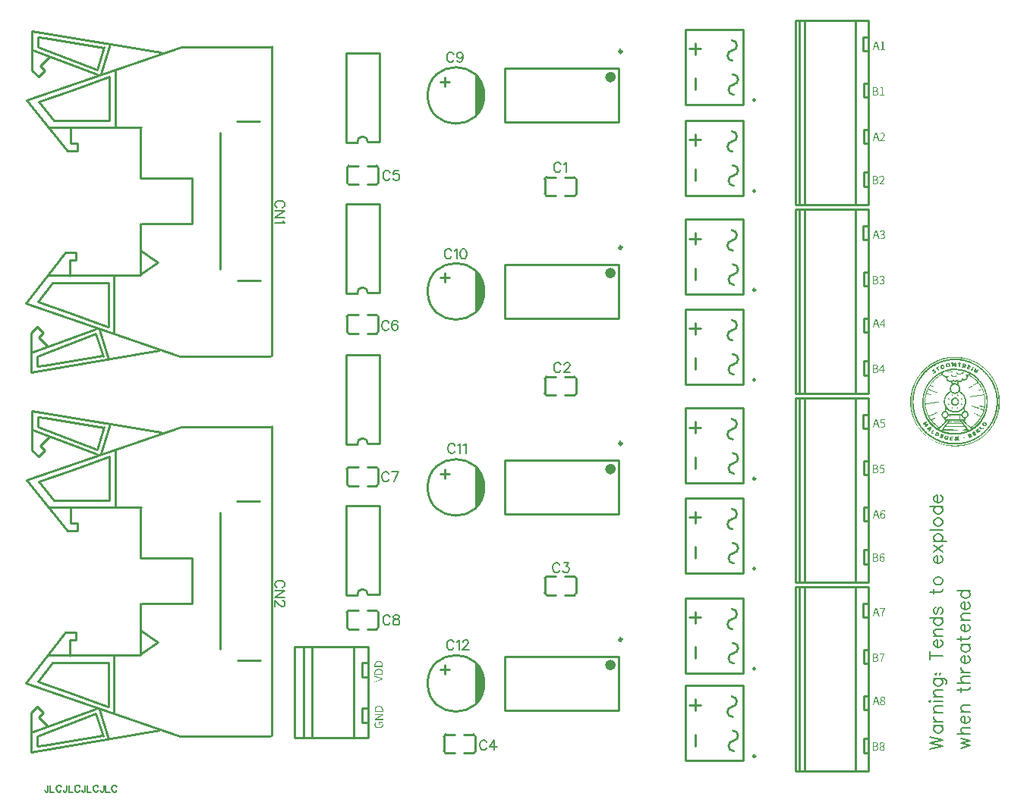
<source format=gto>
G04 Layer: TopSilkLayer*
G04 EasyEDA v6.4.7, 2020-11-03T11:21:11+01:00*
G04 e0ef41b2cc3c4505ab9108ec2d5a37c9,9bd7e35f881f4a88a1d5770e7942d247,10*
G04 Gerber Generator version 0.2*
G04 Scale: 100 percent, Rotated: No, Reflected: No *
G04 Dimensions in millimeters *
G04 leading zeros omitted , absolute positions ,3 integer and 3 decimal *
%FSLAX33Y33*%
%MOMM*%
G90*
D02*

%ADD10C,0.254000*%
%ADD13C,0.599999*%
%ADD22C,0.299999*%
%ADD24C,0.202997*%
%ADD25C,0.150012*%
%ADD26C,0.152400*%

%LPD*%

%LPD*%
G36*
G01X104857Y51840D02*
G01X104802Y51840D01*
G01X104747Y51839D01*
G01X104691Y51838D01*
G01X104579Y51834D01*
G01X104466Y51828D01*
G01X104410Y51824D01*
G01X104353Y51820D01*
G01X104182Y51802D01*
G01X104124Y51795D01*
G01X104066Y51787D01*
G01X103950Y51769D01*
G01X103835Y51749D01*
G01X103778Y51738D01*
G01X103721Y51726D01*
G01X103665Y51713D01*
G01X103609Y51701D01*
G01X103553Y51687D01*
G01X103388Y51642D01*
G01X103334Y51626D01*
G01X103279Y51609D01*
G01X103226Y51592D01*
G01X103119Y51555D01*
G01X103066Y51536D01*
G01X103014Y51516D01*
G01X102961Y51496D01*
G01X102910Y51475D01*
G01X102858Y51454D01*
G01X102807Y51432D01*
G01X102705Y51386D01*
G01X102606Y51338D01*
G01X102557Y51314D01*
G01X102507Y51288D01*
G01X102459Y51263D01*
G01X102410Y51236D01*
G01X102362Y51209D01*
G01X102315Y51182D01*
G01X102268Y51154D01*
G01X102220Y51126D01*
G01X102128Y51068D01*
G01X102082Y51038D01*
G01X101947Y50945D01*
G01X101859Y50881D01*
G01X101815Y50848D01*
G01X101773Y50815D01*
G01X101730Y50782D01*
G01X101688Y50748D01*
G01X101646Y50713D01*
G01X101605Y50678D01*
G01X101563Y50643D01*
G01X101523Y50607D01*
G01X101443Y50534D01*
G01X101403Y50497D01*
G01X101364Y50459D01*
G01X101326Y50422D01*
G01X101250Y50344D01*
G01X101176Y50266D01*
G01X101140Y50226D01*
G01X101104Y50185D01*
G01X101068Y50145D01*
G01X101033Y50104D01*
G01X100999Y50062D01*
G01X100965Y50021D01*
G01X100897Y49936D01*
G01X100864Y49894D01*
G01X100832Y49851D01*
G01X100800Y49807D01*
G01X100707Y49675D01*
G01X100677Y49630D01*
G01X100619Y49540D01*
G01X100590Y49494D01*
G01X100562Y49448D01*
G01X100507Y49355D01*
G01X100481Y49308D01*
G01X100454Y49261D01*
G01X100429Y49213D01*
G01X100404Y49166D01*
G01X100379Y49118D01*
G01X100331Y49021D01*
G01X100308Y48973D01*
G01X100285Y48924D01*
G01X100263Y48875D01*
G01X100241Y48825D01*
G01X100199Y48726D01*
G01X100160Y48625D01*
G01X100141Y48575D01*
G01X100104Y48473D01*
G01X100087Y48422D01*
G01X100053Y48319D01*
G01X100037Y48268D01*
G01X100022Y48216D01*
G01X100007Y48163D01*
G01X99979Y48059D01*
G01X99966Y48006D01*
G01X99954Y47954D01*
G01X99941Y47901D01*
G01X99919Y47795D01*
G01X99909Y47741D01*
G01X99899Y47688D01*
G01X99890Y47635D01*
G01X99881Y47581D01*
G01X99873Y47527D01*
G01X99852Y47365D01*
G01X99841Y47256D01*
G01X99837Y47202D01*
G01X99833Y47147D01*
G01X99830Y47093D01*
G01X99827Y47038D01*
G01X99825Y46983D01*
G01X99823Y46929D01*
G01X99822Y46874D01*
G01X99822Y46764D01*
G01X99824Y46654D01*
G01X99826Y46599D01*
G01X99832Y46489D01*
G01X99836Y46434D01*
G01X99840Y46378D01*
G01X99845Y46323D01*
G01X99851Y46268D01*
G01X99865Y46158D01*
G01X99881Y46047D01*
G01X99890Y45992D01*
G01X99910Y45882D01*
G01X99932Y45772D01*
G01X99944Y45716D01*
G01X99971Y45607D01*
G01X99985Y45552D01*
G01X100016Y45442D01*
G01X100032Y45387D01*
G01X100049Y45333D01*
G01X100066Y45278D01*
G01X100085Y45224D01*
G01X100103Y45169D01*
G01X100123Y45115D01*
G01X100144Y45061D01*
G01X100164Y45007D01*
G01X100208Y44899D01*
G01X100231Y44845D01*
G01X100255Y44791D01*
G01X100280Y44738D01*
G01X100305Y44684D01*
G01X100357Y44578D01*
G01X100411Y44474D01*
G01X100467Y44372D01*
G01X100525Y44272D01*
G01X100585Y44174D01*
G01X100647Y44078D01*
G01X100678Y44031D01*
G01X100711Y43984D01*
G01X100743Y43938D01*
G01X100809Y43846D01*
G01X100877Y43758D01*
G01X100947Y43670D01*
G01X101018Y43585D01*
G01X101054Y43543D01*
G01X101090Y43502D01*
G01X101128Y43461D01*
G01X101165Y43420D01*
G01X101203Y43381D01*
G01X101241Y43341D01*
G01X101279Y43302D01*
G01X101319Y43264D01*
G01X101358Y43226D01*
G01X101437Y43152D01*
G01X101478Y43115D01*
G01X101559Y43044D01*
G01X101601Y43009D01*
G01X101642Y42974D01*
G01X101684Y42941D01*
G01X101726Y42907D01*
G01X101769Y42874D01*
G01X101812Y42842D01*
G01X101898Y42779D01*
G01X101986Y42717D01*
G01X102030Y42687D01*
G01X102120Y42629D01*
G01X102165Y42601D01*
G01X102211Y42573D01*
G01X102256Y42545D01*
G01X102348Y42493D01*
G01X102395Y42467D01*
G01X102441Y42441D01*
G01X102489Y42417D01*
G01X102535Y42393D01*
G01X102583Y42369D01*
G01X102630Y42345D01*
G01X102726Y42301D01*
G01X102775Y42279D01*
G01X102823Y42257D01*
G01X102920Y42217D01*
G01X102969Y42198D01*
G01X103018Y42178D01*
G01X103068Y42159D01*
G01X103117Y42142D01*
G01X103167Y42124D01*
G01X103216Y42107D01*
G01X103267Y42090D01*
G01X103317Y42075D01*
G01X103367Y42059D01*
G01X103417Y42044D01*
G01X103468Y42029D01*
G01X103519Y42016D01*
G01X103570Y42002D01*
G01X103620Y41990D01*
G01X103672Y41977D01*
G01X103722Y41965D01*
G01X103774Y41954D01*
G01X103825Y41944D01*
G01X103877Y41933D01*
G01X103928Y41924D01*
G01X103980Y41914D01*
G01X104032Y41905D01*
G01X104135Y41890D01*
G01X104239Y41876D01*
G01X104291Y41870D01*
G01X104344Y41865D01*
G01X104396Y41860D01*
G01X104448Y41856D01*
G01X104553Y41849D01*
G01X104657Y41843D01*
G01X104762Y41840D01*
G01X104919Y41840D01*
G01X104972Y41841D01*
G01X105076Y41845D01*
G01X105129Y41847D01*
G01X105181Y41851D01*
G01X105233Y41854D01*
G01X105338Y41863D01*
G01X105390Y41868D01*
G01X105442Y41874D01*
G01X105598Y41895D01*
G01X105702Y41912D01*
G01X105754Y41921D01*
G01X105805Y41930D01*
G01X105857Y41940D01*
G01X105960Y41963D01*
G01X106011Y41974D01*
G01X106114Y42000D01*
G01X106215Y42027D01*
G01X106266Y42042D01*
G01X106316Y42057D01*
G01X106367Y42073D01*
G01X106417Y42089D01*
G01X106517Y42123D01*
G01X106567Y42141D01*
G01X106617Y42160D01*
G01X106666Y42179D01*
G01X106716Y42199D01*
G01X106814Y42239D01*
G01X106863Y42261D01*
G01X106911Y42282D01*
G01X106960Y42305D01*
G01X107008Y42328D01*
G01X107104Y42375D01*
G01X107151Y42400D01*
G01X107199Y42425D01*
G01X107293Y42477D01*
G01X107340Y42504D01*
G01X107386Y42531D01*
G01X107479Y42588D01*
G01X107524Y42617D01*
G01X107615Y42677D01*
G01X107660Y42708D01*
G01X107704Y42740D01*
G01X107749Y42772D01*
G01X107793Y42804D01*
G01X107837Y42837D01*
G01X107880Y42871D01*
G01X107924Y42905D01*
G01X107966Y42940D01*
G01X108009Y42975D01*
G01X108051Y43011D01*
G01X108135Y43085D01*
G01X108217Y43161D01*
G01X108298Y43239D01*
G01X108338Y43279D01*
G01X108378Y43320D01*
G01X108456Y43402D01*
G01X108495Y43445D01*
G01X108533Y43487D01*
G01X108608Y43575D01*
G01X108645Y43619D01*
G01X108682Y43665D01*
G01X108718Y43710D01*
G01X108754Y43756D01*
G01X108788Y43801D01*
G01X108856Y43893D01*
G01X108889Y43939D01*
G01X108921Y43986D01*
G01X108953Y44032D01*
G01X108984Y44079D01*
G01X109015Y44125D01*
G01X109045Y44173D01*
G01X109074Y44219D01*
G01X109103Y44267D01*
G01X109159Y44361D01*
G01X109185Y44409D01*
G01X109212Y44457D01*
G01X109263Y44552D01*
G01X109335Y44696D01*
G01X109358Y44745D01*
G01X109380Y44793D01*
G01X109401Y44842D01*
G01X109423Y44890D01*
G01X109444Y44939D01*
G01X109463Y44987D01*
G01X109483Y45036D01*
G01X109520Y45134D01*
G01X109538Y45183D01*
G01X109572Y45281D01*
G01X109588Y45330D01*
G01X109618Y45429D01*
G01X109647Y45527D01*
G01X109673Y45627D01*
G01X109685Y45676D01*
G01X109697Y45726D01*
G01X109708Y45775D01*
G01X109718Y45825D01*
G01X109729Y45874D01*
G01X109738Y45924D01*
G01X109747Y45973D01*
G01X109764Y46073D01*
G01X109771Y46122D01*
G01X109778Y46172D01*
G01X109784Y46222D01*
G01X109790Y46271D01*
G01X109801Y46371D01*
G01X109805Y46421D01*
G01X109809Y46470D01*
G01X109812Y46520D01*
G01X109815Y46569D01*
G01X109817Y46619D01*
G01X109820Y46717D01*
G01X109821Y46767D01*
G01X109821Y46866D01*
G01X109818Y47013D01*
G01X109815Y47062D01*
G01X109813Y47111D01*
G01X109810Y47160D01*
G01X109802Y47258D01*
G01X109798Y47306D01*
G01X109793Y47355D01*
G01X109787Y47404D01*
G01X109781Y47452D01*
G01X109774Y47501D01*
G01X109768Y47549D01*
G01X109760Y47598D01*
G01X109752Y47645D01*
G01X109744Y47694D01*
G01X109735Y47741D01*
G01X109726Y47789D01*
G01X109706Y47885D01*
G01X109673Y48026D01*
G01X109660Y48074D01*
G01X109648Y48120D01*
G01X109622Y48214D01*
G01X109608Y48260D01*
G01X109594Y48307D01*
G01X109564Y48399D01*
G01X109532Y48491D01*
G01X109516Y48536D01*
G01X109499Y48582D01*
G01X109482Y48627D01*
G01X109428Y48762D01*
G01X109408Y48806D01*
G01X109389Y48851D01*
G01X109329Y48983D01*
G01X109307Y49026D01*
G01X109286Y49070D01*
G01X109264Y49113D01*
G01X109220Y49198D01*
G01X109196Y49241D01*
G01X109173Y49283D01*
G01X109125Y49367D01*
G01X109100Y49409D01*
G01X109050Y49491D01*
G01X109024Y49533D01*
G01X108998Y49573D01*
G01X108944Y49653D01*
G01X108917Y49694D01*
G01X108861Y49773D01*
G01X108832Y49812D01*
G01X108774Y49889D01*
G01X108745Y49928D01*
G01X108715Y49966D01*
G01X108685Y50003D01*
G01X108654Y50041D01*
G01X108623Y50078D01*
G01X108591Y50115D01*
G01X108560Y50152D01*
G01X108462Y50260D01*
G01X108429Y50295D01*
G01X108395Y50331D01*
G01X108361Y50365D01*
G01X108327Y50400D01*
G01X108257Y50468D01*
G01X108187Y50534D01*
G01X108115Y50600D01*
G01X108041Y50664D01*
G01X108004Y50695D01*
G01X107890Y50788D01*
G01X107851Y50818D01*
G01X107773Y50877D01*
G01X107734Y50906D01*
G01X107654Y50963D01*
G01X107614Y50990D01*
G01X107573Y51018D01*
G01X107531Y51045D01*
G01X107490Y51071D01*
G01X107449Y51098D01*
G01X107406Y51124D01*
G01X107322Y51174D01*
G01X107279Y51199D01*
G01X107193Y51247D01*
G01X107061Y51316D01*
G01X106971Y51360D01*
G01X106926Y51381D01*
G01X106880Y51402D01*
G01X106789Y51443D01*
G01X106742Y51462D01*
G01X106696Y51481D01*
G01X106602Y51518D01*
G01X106555Y51536D01*
G01X106507Y51553D01*
G01X106460Y51570D01*
G01X106411Y51586D01*
G01X106363Y51602D01*
G01X106265Y51632D01*
G01X106167Y51660D01*
G01X106117Y51674D01*
G01X106018Y51699D01*
G01X105916Y51723D01*
G01X105866Y51733D01*
G01X105763Y51753D01*
G01X105712Y51763D01*
G01X105660Y51772D01*
G01X105556Y51788D01*
G01X105503Y51795D01*
G01X105451Y51802D01*
G01X105398Y51808D01*
G01X105291Y51819D01*
G01X105238Y51824D01*
G01X105130Y51831D01*
G01X105076Y51834D01*
G01X105021Y51836D01*
G01X104967Y51838D01*
G01X104857Y51840D01*
G37*

%LPC*%
G36*
G01X104536Y51726D02*
G01X104402Y51726D01*
G01X104341Y51725D01*
G01X104285Y51723D01*
G01X104235Y51720D01*
G01X104191Y51717D01*
G01X104154Y51714D01*
G01X104124Y51709D01*
G01X104016Y51688D01*
G01X103962Y51677D01*
G01X103803Y51641D01*
G01X103699Y51615D01*
G01X103596Y51587D01*
G01X103546Y51573D01*
G01X103495Y51558D01*
G01X103396Y51527D01*
G01X103298Y51495D01*
G01X103249Y51478D01*
G01X103153Y51444D01*
G01X103058Y51408D01*
G01X102966Y51370D01*
G01X102919Y51351D01*
G01X102874Y51331D01*
G01X102828Y51312D01*
G01X102784Y51291D01*
G01X102739Y51270D01*
G01X102695Y51250D01*
G01X102607Y51206D01*
G01X102564Y51185D01*
G01X102522Y51162D01*
G01X102437Y51116D01*
G01X102396Y51093D01*
G01X102354Y51069D01*
G01X102313Y51045D01*
G01X102273Y51021D01*
G01X102232Y50997D01*
G01X102192Y50972D01*
G01X102153Y50946D01*
G01X102114Y50921D01*
G01X102036Y50869D01*
G01X101998Y50842D01*
G01X101961Y50816D01*
G01X101923Y50789D01*
G01X101886Y50761D01*
G01X101849Y50734D01*
G01X101777Y50678D01*
G01X101742Y50649D01*
G01X101707Y50621D01*
G01X101672Y50592D01*
G01X101637Y50562D01*
G01X101603Y50533D01*
G01X101535Y50473D01*
G01X101502Y50442D01*
G01X101437Y50381D01*
G01X101405Y50350D01*
G01X101342Y50287D01*
G01X101311Y50255D01*
G01X101251Y50191D01*
G01X101221Y50158D01*
G01X101191Y50126D01*
G01X101133Y50060D01*
G01X101076Y49993D01*
G01X100994Y49891D01*
G01X100968Y49856D01*
G01X100941Y49821D01*
G01X100915Y49787D01*
G01X100889Y49751D01*
G01X100864Y49716D01*
G01X100814Y49645D01*
G01X100766Y49573D01*
G01X100743Y49537D01*
G01X100719Y49500D01*
G01X100696Y49463D01*
G01X100674Y49427D01*
G01X100608Y49316D01*
G01X100567Y49240D01*
G01X100546Y49202D01*
G01X100526Y49165D01*
G01X100506Y49127D01*
G01X100487Y49088D01*
G01X100468Y49050D01*
G01X100449Y49011D01*
G01X100431Y48973D01*
G01X100395Y48895D01*
G01X100361Y48817D01*
G01X100344Y48777D01*
G01X100328Y48738D01*
G01X100296Y48658D01*
G01X100281Y48619D01*
G01X100252Y48538D01*
G01X100224Y48458D01*
G01X100210Y48417D01*
G01X100184Y48337D01*
G01X100136Y48173D01*
G01X100125Y48132D01*
G01X100115Y48091D01*
G01X100104Y48050D01*
G01X100094Y48009D01*
G01X100085Y47967D01*
G01X100075Y47926D01*
G01X100066Y47885D01*
G01X100057Y47843D01*
G01X100041Y47760D01*
G01X100033Y47718D01*
G01X100026Y47676D01*
G01X100013Y47592D01*
G01X100006Y47550D01*
G01X99994Y47466D01*
G01X99979Y47340D01*
G01X99971Y47256D01*
G01X99964Y47171D01*
G01X99962Y47129D01*
G01X99959Y47087D01*
G01X99957Y47044D01*
G01X99953Y46960D01*
G01X99952Y46917D01*
G01X99951Y46875D01*
G01X99951Y46748D01*
G01X99952Y46664D01*
G01X99953Y46621D01*
G01X99954Y46579D01*
G01X99958Y46495D01*
G01X99961Y46453D01*
G01X99967Y46368D01*
G01X99970Y46326D01*
G01X99978Y46242D01*
G01X99993Y46116D01*
G01X100004Y46033D01*
G01X100010Y45991D01*
G01X100023Y45908D01*
G01X100030Y45866D01*
G01X100038Y45825D01*
G01X100046Y45783D01*
G01X100054Y45742D01*
G01X100071Y45660D01*
G01X100080Y45618D01*
G01X100090Y45577D01*
G01X100099Y45537D01*
G01X100110Y45495D01*
G01X100131Y45414D01*
G01X100142Y45374D01*
G01X100154Y45333D01*
G01X100165Y45293D01*
G01X100190Y45212D01*
G01X100203Y45172D01*
G01X100216Y45133D01*
G01X100229Y45093D01*
G01X100257Y45013D01*
G01X100272Y44974D01*
G01X100286Y44935D01*
G01X100301Y44895D01*
G01X100317Y44856D01*
G01X100333Y44818D01*
G01X100348Y44779D01*
G01X100365Y44740D01*
G01X100381Y44702D01*
G01X100399Y44663D01*
G01X100416Y44625D01*
G01X100451Y44549D01*
G01X100470Y44511D01*
G01X100508Y44437D01*
G01X100527Y44399D01*
G01X100546Y44362D01*
G01X100567Y44326D01*
G01X100587Y44288D01*
G01X100607Y44252D01*
G01X100628Y44216D01*
G01X100650Y44180D01*
G01X100693Y44108D01*
G01X100738Y44036D01*
G01X100784Y43966D01*
G01X100808Y43932D01*
G01X100831Y43897D01*
G01X100856Y43863D01*
G01X100880Y43828D01*
G01X100905Y43794D01*
G01X100930Y43761D01*
G01X100955Y43727D01*
G01X100981Y43694D01*
G01X101034Y43628D01*
G01X101061Y43595D01*
G01X101088Y43563D01*
G01X101143Y43498D01*
G01X101171Y43466D01*
G01X101199Y43435D01*
G01X101286Y43342D01*
G01X101406Y43222D01*
G01X101437Y43192D01*
G01X101500Y43134D01*
G01X101564Y43077D01*
G01X101629Y43021D01*
G01X101697Y42967D01*
G01X101730Y42940D01*
G01X101764Y42913D01*
G01X101799Y42887D01*
G01X101833Y42861D01*
G01X101868Y42835D01*
G01X101904Y42810D01*
G01X101939Y42785D01*
G01X102011Y42735D01*
G01X102122Y42663D01*
G01X102160Y42640D01*
G01X102236Y42595D01*
G01X102275Y42572D01*
G01X102313Y42551D01*
G01X102352Y42529D01*
G01X102472Y42466D01*
G01X102512Y42446D01*
G01X102553Y42426D01*
G01X102676Y42369D01*
G01X102719Y42350D01*
G01X102761Y42333D01*
G01X102803Y42315D01*
G01X102846Y42298D01*
G01X102889Y42280D01*
G01X103065Y42216D01*
G01X103110Y42202D01*
G01X103155Y42187D01*
G01X103200Y42173D01*
G01X103246Y42158D01*
G01X103338Y42132D01*
G01X103385Y42119D01*
G01X103432Y42107D01*
G01X103526Y42084D01*
G01X103622Y42062D01*
G01X103671Y42052D01*
G01X103719Y42042D01*
G01X103818Y42024D01*
G01X103868Y42015D01*
G01X103918Y42008D01*
G01X103968Y42000D01*
G01X104019Y41992D01*
G01X104069Y41986D01*
G01X104120Y41980D01*
G01X104172Y41973D01*
G01X104276Y41963D01*
G01X104328Y41959D01*
G01X104434Y41951D01*
G01X104487Y41948D01*
G01X104541Y41946D01*
G01X104595Y41943D01*
G01X104649Y41941D01*
G01X104704Y41940D01*
G01X104814Y41939D01*
G01X104923Y41940D01*
G01X104977Y41941D01*
G01X105032Y41943D01*
G01X105085Y41945D01*
G01X105139Y41948D01*
G01X105192Y41951D01*
G01X105244Y41955D01*
G01X105297Y41959D01*
G01X105349Y41963D01*
G01X105401Y41968D01*
G01X105453Y41974D01*
G01X105555Y41986D01*
G01X105606Y41993D01*
G01X105707Y42009D01*
G01X105756Y42017D01*
G01X105856Y42035D01*
G01X105953Y42054D01*
G01X106001Y42065D01*
G01X106050Y42076D01*
G01X106097Y42087D01*
G01X106145Y42099D01*
G01X106192Y42111D01*
G01X106239Y42124D01*
G01X106285Y42137D01*
G01X106332Y42150D01*
G01X106378Y42164D01*
G01X106423Y42179D01*
G01X106469Y42193D01*
G01X106513Y42208D01*
G01X106559Y42224D01*
G01X106647Y42256D01*
G01X106691Y42273D01*
G01X106734Y42290D01*
G01X106778Y42307D01*
G01X106821Y42326D01*
G01X106863Y42343D01*
G01X106906Y42362D01*
G01X106948Y42381D01*
G01X106989Y42401D01*
G01X107072Y42440D01*
G01X107112Y42461D01*
G01X107153Y42481D01*
G01X107233Y42525D01*
G01X107272Y42547D01*
G01X107312Y42569D01*
G01X107351Y42591D01*
G01X107389Y42614D01*
G01X107428Y42637D01*
G01X107466Y42661D01*
G01X107503Y42685D01*
G01X107541Y42709D01*
G01X107615Y42759D01*
G01X107651Y42784D01*
G01X107723Y42836D01*
G01X107794Y42888D01*
G01X107863Y42942D01*
G01X107898Y42970D01*
G01X107932Y42998D01*
G01X108031Y43082D01*
G01X108064Y43111D01*
G01X108096Y43141D01*
G01X108129Y43170D01*
G01X108160Y43200D01*
G01X108192Y43230D01*
G01X108223Y43260D01*
G01X108254Y43291D01*
G01X108344Y43384D01*
G01X108374Y43416D01*
G01X108432Y43480D01*
G01X108460Y43512D01*
G01X108544Y43611D01*
G01X108571Y43645D01*
G01X108598Y43678D01*
G01X108625Y43712D01*
G01X108651Y43746D01*
G01X108703Y43815D01*
G01X108778Y43920D01*
G01X108802Y43955D01*
G01X108874Y44063D01*
G01X108896Y44099D01*
G01X108919Y44136D01*
G01X108942Y44172D01*
G01X108963Y44209D01*
G01X109007Y44283D01*
G01X109028Y44320D01*
G01X109049Y44358D01*
G01X109129Y44510D01*
G01X109148Y44549D01*
G01X109167Y44587D01*
G01X109185Y44626D01*
G01X109203Y44664D01*
G01X109221Y44703D01*
G01X109238Y44743D01*
G01X109256Y44782D01*
G01X109272Y44822D01*
G01X109305Y44901D01*
G01X109321Y44941D01*
G01X109336Y44981D01*
G01X109352Y45021D01*
G01X109366Y45062D01*
G01X109381Y45102D01*
G01X109395Y45142D01*
G01X109408Y45183D01*
G01X109422Y45224D01*
G01X109461Y45347D01*
G01X109472Y45388D01*
G01X109485Y45429D01*
G01X109507Y45513D01*
G01X109528Y45596D01*
G01X109539Y45638D01*
G01X109548Y45679D01*
G01X109558Y45722D01*
G01X109576Y45806D01*
G01X109592Y45890D01*
G01X109599Y45932D01*
G01X109607Y45975D01*
G01X109614Y46017D01*
G01X109627Y46103D01*
G01X109633Y46145D01*
G01X109639Y46188D01*
G01X109649Y46273D01*
G01X109654Y46316D01*
G01X109666Y46445D01*
G01X109672Y46531D01*
G01X109675Y46573D01*
G01X109679Y46660D01*
G01X109680Y46702D01*
G01X109682Y46789D01*
G01X109683Y46832D01*
G01X109683Y46918D01*
G01X109680Y47047D01*
G01X109679Y47091D01*
G01X109677Y47133D01*
G01X109672Y47220D01*
G01X109669Y47262D01*
G01X109666Y47305D01*
G01X109661Y47348D01*
G01X109653Y47434D01*
G01X109643Y47520D01*
G01X109638Y47562D01*
G01X109626Y47648D01*
G01X109619Y47690D01*
G01X109613Y47733D01*
G01X109605Y47775D01*
G01X109598Y47818D01*
G01X109582Y47902D01*
G01X109573Y47945D01*
G01X109564Y47987D01*
G01X109554Y48029D01*
G01X109545Y48070D01*
G01X109534Y48113D01*
G01X109524Y48154D01*
G01X109514Y48196D01*
G01X109502Y48238D01*
G01X109479Y48321D01*
G01X109467Y48362D01*
G01X109454Y48403D01*
G01X109428Y48486D01*
G01X109414Y48527D01*
G01X109400Y48567D01*
G01X109356Y48689D01*
G01X109340Y48729D01*
G01X109325Y48770D01*
G01X109308Y48810D01*
G01X109292Y48850D01*
G01X109275Y48889D01*
G01X109258Y48930D01*
G01X109204Y49047D01*
G01X109185Y49086D01*
G01X109166Y49126D01*
G01X109146Y49164D01*
G01X109127Y49203D01*
G01X109106Y49241D01*
G01X109065Y49318D01*
G01X109043Y49356D01*
G01X109000Y49431D01*
G01X108977Y49469D01*
G01X108908Y49580D01*
G01X108884Y49616D01*
G01X108859Y49653D01*
G01X108835Y49689D01*
G01X108785Y49761D01*
G01X108759Y49797D01*
G01X108732Y49832D01*
G01X108706Y49867D01*
G01X108652Y49937D01*
G01X108624Y49972D01*
G01X108596Y50006D01*
G01X108568Y50041D01*
G01X108539Y50074D01*
G01X108510Y50108D01*
G01X108480Y50142D01*
G01X108451Y50175D01*
G01X108420Y50208D01*
G01X108390Y50240D01*
G01X108359Y50273D01*
G01X108327Y50305D01*
G01X108296Y50337D01*
G01X108231Y50400D01*
G01X108198Y50431D01*
G01X108131Y50493D01*
G01X108097Y50523D01*
G01X108063Y50554D01*
G01X108028Y50583D01*
G01X107993Y50613D01*
G01X107958Y50642D01*
G01X107885Y50700D01*
G01X107849Y50728D01*
G01X107812Y50756D01*
G01X107774Y50784D01*
G01X107698Y50839D01*
G01X107659Y50866D01*
G01X107621Y50892D01*
G01X107581Y50919D01*
G01X107542Y50945D01*
G01X107501Y50971D01*
G01X107461Y50996D01*
G01X107420Y51021D01*
G01X107379Y51045D01*
G01X107337Y51070D01*
G01X107295Y51094D01*
G01X107210Y51141D01*
G01X107167Y51164D01*
G01X107079Y51209D01*
G01X107035Y51231D01*
G01X106990Y51253D01*
G01X106945Y51274D01*
G01X106853Y51316D01*
G01X106807Y51336D01*
G01X106760Y51356D01*
G01X106714Y51375D01*
G01X106618Y51413D01*
G01X106570Y51431D01*
G01X106472Y51467D01*
G01X106422Y51484D01*
G01X106373Y51501D01*
G01X106322Y51517D01*
G01X106272Y51533D01*
G01X106221Y51549D01*
G01X106169Y51564D01*
G01X106066Y51593D01*
G01X105960Y51621D01*
G01X105907Y51634D01*
G01X105873Y51641D01*
G01X105833Y51648D01*
G01X105786Y51655D01*
G01X105733Y51662D01*
G01X105675Y51668D01*
G01X105612Y51675D01*
G01X105545Y51680D01*
G01X105475Y51686D01*
G01X105400Y51692D01*
G01X105324Y51697D01*
G01X105245Y51702D01*
G01X105165Y51706D01*
G01X105003Y51714D01*
G01X104921Y51717D01*
G01X104841Y51720D01*
G01X104761Y51722D01*
G01X104684Y51724D01*
G01X104608Y51725D01*
G01X104536Y51726D01*
G37*

%LPD*%
G36*
G01X104929Y51662D02*
G01X104816Y51662D01*
G01X104760Y51661D01*
G01X104704Y51659D01*
G01X104536Y51647D01*
G01X104424Y51635D01*
G01X104369Y51628D01*
G01X104259Y51610D01*
G01X104210Y51601D01*
G01X104140Y51589D01*
G01X104058Y51574D01*
G01X103973Y51559D01*
G01X103917Y51549D01*
G01X103862Y51539D01*
G01X103752Y51515D01*
G01X103698Y51503D01*
G01X103590Y51477D01*
G01X103537Y51462D01*
G01X103484Y51448D01*
G01X103431Y51433D01*
G01X103327Y51401D01*
G01X103174Y51350D01*
G01X103124Y51331D01*
G01X103074Y51313D01*
G01X103024Y51293D01*
G01X102926Y51253D01*
G01X102878Y51232D01*
G01X102829Y51211D01*
G01X102782Y51190D01*
G01X102734Y51167D01*
G01X102641Y51122D01*
G01X102549Y51074D01*
G01X102503Y51049D01*
G01X102459Y51025D01*
G01X102414Y50999D01*
G01X102370Y50973D01*
G01X102325Y50947D01*
G01X102196Y50866D01*
G01X102154Y50838D01*
G01X102070Y50780D01*
G01X102029Y50751D01*
G01X101989Y50721D01*
G01X101948Y50691D01*
G01X101908Y50661D01*
G01X101869Y50630D01*
G01X101829Y50599D01*
G01X101752Y50535D01*
G01X101714Y50503D01*
G01X101639Y50437D01*
G01X101566Y50370D01*
G01X101459Y50266D01*
G01X101390Y50195D01*
G01X101356Y50159D01*
G01X101323Y50123D01*
G01X101290Y50086D01*
G01X101257Y50050D01*
G01X101225Y50013D01*
G01X101161Y49937D01*
G01X101130Y49899D01*
G01X101100Y49861D01*
G01X101010Y49744D01*
G01X100981Y49704D01*
G01X100924Y49624D01*
G01X100897Y49584D01*
G01X100870Y49543D01*
G01X100843Y49503D01*
G01X100816Y49461D01*
G01X100790Y49420D01*
G01X100739Y49336D01*
G01X100691Y49252D01*
G01X100643Y49166D01*
G01X100620Y49123D01*
G01X100598Y49080D01*
G01X100575Y49036D01*
G01X100533Y48949D01*
G01X100512Y48905D01*
G01X100492Y48860D01*
G01X100452Y48771D01*
G01X100414Y48682D01*
G01X100396Y48636D01*
G01X100378Y48591D01*
G01X100344Y48499D01*
G01X100328Y48454D01*
G01X100296Y48362D01*
G01X100281Y48315D01*
G01X100267Y48269D01*
G01X100239Y48175D01*
G01X100200Y48034D01*
G01X100189Y47987D01*
G01X100178Y47939D01*
G01X100166Y47892D01*
G01X100156Y47844D01*
G01X100146Y47797D01*
G01X100136Y47749D01*
G01X100127Y47701D01*
G01X100110Y47606D01*
G01X100102Y47557D01*
G01X100095Y47509D01*
G01X100082Y47413D01*
G01X100071Y47316D01*
G01X100066Y47267D01*
G01X100061Y47219D01*
G01X100058Y47170D01*
G01X100054Y47122D01*
G01X100051Y47073D01*
G01X100046Y46976D01*
G01X100045Y46927D01*
G01X100043Y46878D01*
G01X100042Y46781D01*
G01X100043Y46683D01*
G01X100047Y46586D01*
G01X100049Y46537D01*
G01X100052Y46489D01*
G01X100055Y46440D01*
G01X100063Y46342D01*
G01X100067Y46294D01*
G01X100072Y46245D01*
G01X100078Y46196D01*
G01X100084Y46148D01*
G01X100091Y46099D01*
G01X100105Y46003D01*
G01X100114Y45955D01*
G01X100122Y45906D01*
G01X100131Y45858D01*
G01X100161Y45714D01*
G01X100173Y45667D01*
G01X100184Y45619D01*
G01X100196Y45571D01*
G01X100209Y45524D01*
G01X100222Y45476D01*
G01X100264Y45335D01*
G01X100279Y45288D01*
G01X100327Y45147D01*
G01X100399Y44963D01*
G01X100418Y44917D01*
G01X100438Y44871D01*
G01X100459Y44826D01*
G01X100500Y44735D01*
G01X100522Y44690D01*
G01X100544Y44646D01*
G01X100567Y44601D01*
G01X100591Y44557D01*
G01X100614Y44512D01*
G01X100639Y44468D01*
G01X100664Y44425D01*
G01X100689Y44381D01*
G01X100715Y44337D01*
G01X100741Y44294D01*
G01X100769Y44251D01*
G01X100796Y44208D01*
G01X100824Y44166D01*
G01X100853Y44123D01*
G01X100882Y44082D01*
G01X100942Y43998D01*
G01X101004Y43916D01*
G01X101068Y43834D01*
G01X101101Y43794D01*
G01X101135Y43754D01*
G01X101168Y43714D01*
G01X101273Y43597D01*
G01X101310Y43558D01*
G01X101421Y43444D01*
G01X101460Y43407D01*
G01X101498Y43369D01*
G01X101538Y43333D01*
G01X101578Y43296D01*
G01X101618Y43260D01*
G01X101659Y43225D01*
G01X101701Y43189D01*
G01X101743Y43154D01*
G01X101786Y43119D01*
G01X101830Y43085D01*
G01X101873Y43050D01*
G01X101918Y43017D01*
G01X101963Y42983D01*
G01X102008Y42951D01*
G01X102054Y42918D01*
G01X102148Y42854D01*
G01X102242Y42792D01*
G01X102337Y42733D01*
G01X102384Y42705D01*
G01X102432Y42677D01*
G01X102528Y42623D01*
G01X102575Y42597D01*
G01X102671Y42547D01*
G01X102720Y42523D01*
G01X102768Y42499D01*
G01X102816Y42476D01*
G01X102864Y42454D01*
G01X102913Y42432D01*
G01X102961Y42411D01*
G01X103010Y42391D01*
G01X103058Y42371D01*
G01X103107Y42351D01*
G01X103156Y42333D01*
G01X103205Y42314D01*
G01X103254Y42297D01*
G01X103351Y42264D01*
G01X103400Y42248D01*
G01X103498Y42218D01*
G01X103547Y42204D01*
G01X103645Y42178D01*
G01X103743Y42154D01*
G01X103793Y42143D01*
G01X103842Y42132D01*
G01X103940Y42112D01*
G01X103989Y42104D01*
G01X104038Y42095D01*
G01X104136Y42080D01*
G01X104185Y42073D01*
G01X104283Y42061D01*
G01X104333Y42056D01*
G01X104381Y42051D01*
G01X104430Y42047D01*
G01X104528Y42041D01*
G01X104577Y42039D01*
G01X104626Y42036D01*
G01X104674Y42035D01*
G01X104723Y42034D01*
G01X104869Y42034D01*
G01X104917Y42035D01*
G01X105014Y42040D01*
G01X105062Y42042D01*
G01X105110Y42045D01*
G01X105159Y42049D01*
G01X105254Y42058D01*
G01X105350Y42068D01*
G01X105397Y42075D01*
G01X105445Y42081D01*
G01X105492Y42088D01*
G01X105540Y42096D01*
G01X105634Y42112D01*
G01X105681Y42121D01*
G01X105775Y42141D01*
G01X105821Y42151D01*
G01X105868Y42162D01*
G01X105914Y42173D01*
G01X106006Y42197D01*
G01X106098Y42223D01*
G01X106189Y42250D01*
G01X106280Y42280D01*
G01X106325Y42295D01*
G01X106370Y42311D01*
G01X106414Y42327D01*
G01X106459Y42344D01*
G01X106503Y42361D01*
G01X106592Y42396D01*
G01X106635Y42414D01*
G01X106679Y42433D01*
G01X106765Y42472D01*
G01X106852Y42512D01*
G01X106894Y42533D01*
G01X106979Y42576D01*
G01X107021Y42598D01*
G01X107063Y42621D01*
G01X107146Y42666D01*
G01X107228Y42714D01*
G01X107268Y42739D01*
G01X107309Y42763D01*
G01X107349Y42788D01*
G01X107429Y42840D01*
G01X107468Y42866D01*
G01X107508Y42892D01*
G01X107547Y42920D01*
G01X107585Y42947D01*
G01X107624Y42975D01*
G01X107700Y43031D01*
G01X107738Y43060D01*
G01X107849Y43148D01*
G01X107885Y43179D01*
G01X107922Y43209D01*
G01X107958Y43240D01*
G01X107993Y43271D01*
G01X108029Y43303D01*
G01X108099Y43367D01*
G01X108201Y43466D01*
G01X108235Y43500D01*
G01X108334Y43602D01*
G01X108398Y43672D01*
G01X108430Y43708D01*
G01X108461Y43743D01*
G01X108492Y43779D01*
G01X108612Y43927D01*
G01X108641Y43964D01*
G01X108670Y44002D01*
G01X108698Y44041D01*
G01X108726Y44079D01*
G01X108754Y44118D01*
G01X108781Y44156D01*
G01X108809Y44196D01*
G01X108835Y44235D01*
G01X108861Y44275D01*
G01X108912Y44355D01*
G01X108938Y44396D01*
G01X108986Y44478D01*
G01X109010Y44520D01*
G01X109034Y44561D01*
G01X109079Y44646D01*
G01X109102Y44688D01*
G01X109145Y44774D01*
G01X109166Y44817D01*
G01X109186Y44860D01*
G01X109206Y44904D01*
G01X109226Y44947D01*
G01X109264Y45036D01*
G01X109282Y45080D01*
G01X109300Y45125D01*
G01X109335Y45216D01*
G01X109367Y45306D01*
G01X109383Y45353D01*
G01X109398Y45398D01*
G01X109413Y45445D01*
G01X109427Y45491D01*
G01X109440Y45538D01*
G01X109454Y45585D01*
G01X109467Y45632D01*
G01X109479Y45679D01*
G01X109491Y45727D01*
G01X109513Y45823D01*
G01X109523Y45870D01*
G01X109533Y45919D01*
G01X109551Y46016D01*
G01X109575Y46163D01*
G01X109581Y46212D01*
G01X109587Y46262D01*
G01X109593Y46311D01*
G01X109603Y46411D01*
G01X109611Y46511D01*
G01X109614Y46562D01*
G01X109616Y46613D01*
G01X109618Y46663D01*
G01X109620Y46765D01*
G01X109620Y46868D01*
G01X109619Y46919D01*
G01X109618Y46971D01*
G01X109616Y47022D01*
G01X109613Y47075D01*
G01X109610Y47127D01*
G01X109607Y47178D01*
G01X109602Y47231D01*
G01X109597Y47283D01*
G01X109591Y47336D01*
G01X109585Y47388D01*
G01X109579Y47441D01*
G01X109572Y47494D01*
G01X109563Y47547D01*
G01X109555Y47600D01*
G01X109546Y47653D01*
G01X109536Y47706D01*
G01X109515Y47813D01*
G01X109503Y47867D01*
G01X109491Y47920D01*
G01X109465Y48028D01*
G01X109451Y48082D01*
G01X109421Y48190D01*
G01X109404Y48244D01*
G01X109388Y48298D01*
G01X109369Y48355D01*
G01X109351Y48411D01*
G01X109331Y48467D01*
G01X109310Y48523D01*
G01X109289Y48578D01*
G01X109220Y48743D01*
G01X109170Y48851D01*
G01X109144Y48905D01*
G01X109117Y48958D01*
G01X109089Y49011D01*
G01X109061Y49063D01*
G01X109003Y49167D01*
G01X108972Y49219D01*
G01X108941Y49270D01*
G01X108909Y49321D01*
G01X108877Y49371D01*
G01X108844Y49421D01*
G01X108810Y49471D01*
G01X108776Y49520D01*
G01X108741Y49569D01*
G01X108633Y49713D01*
G01X108557Y49807D01*
G01X108519Y49853D01*
G01X108480Y49899D01*
G01X108400Y49989D01*
G01X108359Y50033D01*
G01X108318Y50078D01*
G01X108234Y50164D01*
G01X108191Y50207D01*
G01X108148Y50249D01*
G01X108104Y50290D01*
G01X108060Y50332D01*
G01X107970Y50412D01*
G01X107878Y50491D01*
G01X107832Y50529D01*
G01X107785Y50567D01*
G01X107737Y50604D01*
G01X107690Y50641D01*
G01X107642Y50678D01*
G01X107593Y50714D01*
G01X107544Y50749D01*
G01X107495Y50783D01*
G01X107395Y50851D01*
G01X107345Y50884D01*
G01X107243Y50948D01*
G01X107192Y50979D01*
G01X107088Y51039D01*
G01X107037Y51069D01*
G01X106878Y51153D01*
G01X106771Y51205D01*
G01X106718Y51231D01*
G01X106610Y51280D01*
G01X106556Y51303D01*
G01X106446Y51348D01*
G01X106391Y51369D01*
G01X106336Y51389D01*
G01X106281Y51410D01*
G01X106170Y51447D01*
G01X106114Y51465D01*
G01X106002Y51498D01*
G01X105946Y51514D01*
G01X105890Y51529D01*
G01X105834Y51543D01*
G01X105778Y51556D01*
G01X105721Y51569D01*
G01X105665Y51581D01*
G01X105608Y51591D01*
G01X105552Y51602D01*
G01X105438Y51620D01*
G01X105382Y51628D01*
G01X105325Y51635D01*
G01X105268Y51641D01*
G01X105212Y51647D01*
G01X105155Y51651D01*
G01X105099Y51655D01*
G01X104985Y51661D01*
G01X104929Y51662D01*
G37*

%LPC*%
G36*
G01X104852Y51469D02*
G01X104740Y51469D01*
G01X104684Y51467D01*
G01X104628Y51466D01*
G01X104572Y51463D01*
G01X104462Y51457D01*
G01X104352Y51447D01*
G01X104297Y51441D01*
G01X104243Y51435D01*
G01X104188Y51428D01*
G01X104134Y51420D01*
G01X104027Y51403D01*
G01X103973Y51393D01*
G01X103867Y51372D01*
G01X103761Y51348D01*
G01X103709Y51335D01*
G01X103656Y51322D01*
G01X103553Y51294D01*
G01X103501Y51279D01*
G01X103399Y51247D01*
G01X103298Y51212D01*
G01X103247Y51194D01*
G01X103148Y51156D01*
G01X103099Y51136D01*
G01X103049Y51116D01*
G01X102952Y51073D01*
G01X102904Y51051D01*
G01X102808Y51006D01*
G01X102714Y50958D01*
G01X102620Y50908D01*
G01X102574Y50882D01*
G01X102482Y50829D01*
G01X102392Y50775D01*
G01X102260Y50688D01*
G01X102216Y50658D01*
G01X102130Y50598D01*
G01X102088Y50566D01*
G01X102046Y50535D01*
G01X102004Y50503D01*
G01X101881Y50404D01*
G01X101801Y50336D01*
G01X101762Y50301D01*
G01X101722Y50266D01*
G01X101684Y50230D01*
G01X101645Y50194D01*
G01X101570Y50121D01*
G01X101533Y50083D01*
G01X101496Y50046D01*
G01X101460Y50008D01*
G01X101424Y49969D01*
G01X101354Y49891D01*
G01X101320Y49852D01*
G01X101286Y49811D01*
G01X101219Y49730D01*
G01X101186Y49689D01*
G01X101153Y49647D01*
G01X101090Y49563D01*
G01X101059Y49520D01*
G01X101029Y49478D01*
G01X100999Y49434D01*
G01X100970Y49391D01*
G01X100941Y49347D01*
G01X100912Y49302D01*
G01X100884Y49258D01*
G01X100829Y49167D01*
G01X100803Y49122D01*
G01X100777Y49076D01*
G01X100752Y49030D01*
G01X100702Y48936D01*
G01X100678Y48889D01*
G01X100655Y48842D01*
G01X100609Y48746D01*
G01X100588Y48698D01*
G01X100566Y48650D01*
G01X100545Y48601D01*
G01X100525Y48552D01*
G01X100505Y48502D01*
G01X100468Y48403D01*
G01X100450Y48353D01*
G01X100433Y48303D01*
G01X100415Y48252D01*
G01X100383Y48150D01*
G01X100354Y48048D01*
G01X100326Y47944D01*
G01X100314Y47892D01*
G01X100302Y47839D01*
G01X100290Y47787D01*
G01X100279Y47734D01*
G01X100259Y47628D01*
G01X100250Y47575D01*
G01X100242Y47521D01*
G01X100234Y47468D01*
G01X100226Y47414D01*
G01X100214Y47306D01*
G01X100209Y47252D01*
G01X100204Y47197D01*
G01X100200Y47142D01*
G01X100197Y47088D01*
G01X100194Y47033D01*
G01X100192Y46978D01*
G01X100190Y46868D01*
G01X100190Y46812D01*
G01X100191Y46756D01*
G01X100192Y46701D01*
G01X100194Y46645D01*
G01X100200Y46533D01*
G01X100215Y46365D01*
G01X100221Y46308D01*
G01X100228Y46252D01*
G01X100236Y46195D01*
G01X100244Y46139D01*
G01X100253Y46082D01*
G01X100263Y46025D01*
G01X100285Y45911D01*
G01X100297Y45855D01*
G01X100310Y45798D01*
G01X100338Y45684D01*
G01X100352Y45629D01*
G01X100384Y45518D01*
G01X100417Y45409D01*
G01X100453Y45301D01*
G01X100472Y45249D01*
G01X100512Y45143D01*
G01X100532Y45092D01*
G01X100554Y45040D01*
G01X100575Y44989D01*
G01X100597Y44939D01*
G01X100620Y44888D01*
G01X100643Y44839D01*
G01X100667Y44789D01*
G01X100692Y44740D01*
G01X100741Y44644D01*
G01X100767Y44596D01*
G01X100821Y44502D01*
G01X100848Y44456D01*
G01X100876Y44410D01*
G01X100905Y44364D01*
G01X100933Y44319D01*
G01X100992Y44231D01*
G01X101022Y44186D01*
G01X101053Y44143D01*
G01X101116Y44058D01*
G01X101180Y43974D01*
G01X101213Y43933D01*
G01X101246Y43893D01*
G01X101314Y43813D01*
G01X101384Y43735D01*
G01X101455Y43659D01*
G01X101491Y43621D01*
G01X101527Y43584D01*
G01X101564Y43547D01*
G01X101602Y43511D01*
G01X101640Y43476D01*
G01X101677Y43441D01*
G01X101716Y43406D01*
G01X101754Y43372D01*
G01X101794Y43338D01*
G01X101873Y43272D01*
G01X101913Y43240D01*
G01X101954Y43208D01*
G01X101994Y43176D01*
G01X102035Y43145D01*
G01X102119Y43085D01*
G01X102160Y43056D01*
G01X102246Y42998D01*
G01X102288Y42970D01*
G01X102332Y42943D01*
G01X102375Y42916D01*
G01X102419Y42889D01*
G01X102463Y42863D01*
G01X102551Y42813D01*
G01X102597Y42788D01*
G01X102641Y42764D01*
G01X102687Y42740D01*
G01X102732Y42717D01*
G01X102778Y42695D01*
G01X102824Y42672D01*
G01X102917Y42630D01*
G01X103010Y42589D01*
G01X103105Y42551D01*
G01X103152Y42532D01*
G01X103200Y42514D01*
G01X103247Y42497D01*
G01X103296Y42479D01*
G01X103392Y42447D01*
G01X103441Y42432D01*
G01X103489Y42417D01*
G01X103539Y42402D01*
G01X103587Y42389D01*
G01X103637Y42375D01*
G01X103735Y42350D01*
G01X103784Y42338D01*
G01X103884Y42316D01*
G01X103934Y42306D01*
G01X103984Y42297D01*
G01X104034Y42287D01*
G01X104134Y42271D01*
G01X104235Y42256D01*
G01X104286Y42250D01*
G01X104336Y42244D01*
G01X104438Y42234D01*
G01X104539Y42226D01*
G01X104641Y42220D01*
G01X104692Y42218D01*
G01X104794Y42216D01*
G01X104896Y42216D01*
G01X104999Y42218D01*
G01X105049Y42220D01*
G01X105101Y42222D01*
G01X105151Y42225D01*
G01X105203Y42229D01*
G01X105254Y42233D01*
G01X105304Y42238D01*
G01X105356Y42243D01*
G01X105406Y42249D01*
G01X105508Y42262D01*
G01X105610Y42278D01*
G01X105660Y42286D01*
G01X105762Y42306D01*
G01X105812Y42316D01*
G01X105913Y42339D01*
G01X105963Y42351D01*
G01X106063Y42377D01*
G01X106163Y42406D01*
G01X106213Y42421D01*
G01X106262Y42437D01*
G01X106361Y42470D01*
G01X106410Y42488D01*
G01X106460Y42506D01*
G01X106508Y42525D01*
G01X106557Y42544D01*
G01X106605Y42564D01*
G01X106654Y42585D01*
G01X106702Y42606D01*
G01X106798Y42650D01*
G01X106846Y42673D01*
G01X106893Y42697D01*
G01X106941Y42721D01*
G01X107035Y42771D01*
G01X107129Y42824D01*
G01X107175Y42851D01*
G01X107221Y42879D01*
G01X107267Y42908D01*
G01X107312Y42937D01*
G01X107358Y42967D01*
G01X107403Y42997D01*
G01X107448Y43028D01*
G01X107537Y43092D01*
G01X107581Y43125D01*
G01X107669Y43193D01*
G01X107755Y43263D01*
G01X107798Y43299D01*
G01X107840Y43336D01*
G01X107924Y43412D01*
G01X107966Y43451D01*
G01X108007Y43490D01*
G01X108048Y43530D01*
G01X108089Y43571D01*
G01X108129Y43612D01*
G01X108169Y43654D01*
G01X108209Y43697D01*
G01X108247Y43739D01*
G01X108286Y43782D01*
G01X108323Y43826D01*
G01X108360Y43869D01*
G01X108433Y43958D01*
G01X108467Y44002D01*
G01X108502Y44047D01*
G01X108536Y44092D01*
G01X108569Y44137D01*
G01X108601Y44182D01*
G01X108664Y44274D01*
G01X108695Y44319D01*
G01X108725Y44366D01*
G01X108754Y44412D01*
G01X108811Y44506D01*
G01X108837Y44553D01*
G01X108864Y44600D01*
G01X108890Y44648D01*
G01X108916Y44695D01*
G01X108941Y44743D01*
G01X108989Y44839D01*
G01X109012Y44887D01*
G01X109034Y44936D01*
G01X109056Y44984D01*
G01X109098Y45081D01*
G01X109117Y45130D01*
G01X109137Y45179D01*
G01X109155Y45229D01*
G01X109191Y45327D01*
G01X109208Y45377D01*
G01X109240Y45477D01*
G01X109255Y45526D01*
G01X109283Y45626D01*
G01X109296Y45676D01*
G01X109309Y45727D01*
G01X109333Y45827D01*
G01X109354Y45928D01*
G01X109364Y45979D01*
G01X109373Y46029D01*
G01X109382Y46080D01*
G01X109390Y46130D01*
G01X109404Y46232D01*
G01X109416Y46333D01*
G01X109426Y46435D01*
G01X109433Y46536D01*
G01X109436Y46587D01*
G01X109440Y46689D01*
G01X109441Y46740D01*
G01X109441Y46891D01*
G01X109438Y46993D01*
G01X109436Y47043D01*
G01X109434Y47094D01*
G01X109430Y47144D01*
G01X109427Y47195D01*
G01X109418Y47295D01*
G01X109412Y47346D01*
G01X109406Y47395D01*
G01X109400Y47446D01*
G01X109393Y47495D01*
G01X109377Y47595D01*
G01X109368Y47645D01*
G01X109359Y47694D01*
G01X109350Y47744D01*
G01X109317Y47891D01*
G01X109293Y47989D01*
G01X109280Y48037D01*
G01X109267Y48086D01*
G01X109253Y48135D01*
G01X109239Y48183D01*
G01X109224Y48231D01*
G01X109208Y48279D01*
G01X109193Y48327D01*
G01X109176Y48374D01*
G01X109159Y48422D01*
G01X109142Y48469D01*
G01X109105Y48562D01*
G01X109086Y48609D01*
G01X109067Y48655D01*
G01X109026Y48748D01*
G01X109006Y48793D01*
G01X108984Y48839D01*
G01X108962Y48884D01*
G01X108940Y48930D01*
G01X108917Y48974D01*
G01X108894Y49019D01*
G01X108846Y49107D01*
G01X108821Y49152D01*
G01X108795Y49195D01*
G01X108744Y49282D01*
G01X108690Y49367D01*
G01X108634Y49451D01*
G01X108576Y49535D01*
G01X108546Y49575D01*
G01X108516Y49616D01*
G01X108486Y49656D01*
G01X108455Y49697D01*
G01X108424Y49737D01*
G01X108392Y49776D01*
G01X108327Y49855D01*
G01X108294Y49893D01*
G01X108226Y49969D01*
G01X108191Y50006D01*
G01X108157Y50044D01*
G01X108121Y50080D01*
G01X108085Y50117D01*
G01X108049Y50153D01*
G01X107975Y50224D01*
G01X107937Y50259D01*
G01X107899Y50293D01*
G01X107861Y50328D01*
G01X107783Y50395D01*
G01X107703Y50460D01*
G01X107621Y50524D01*
G01X107580Y50555D01*
G01X107538Y50586D01*
G01X107495Y50616D01*
G01X107453Y50646D01*
G01X107409Y50676D01*
G01X107366Y50704D01*
G01X107322Y50733D01*
G01X107278Y50761D01*
G01X107233Y50789D01*
G01X107142Y50843D01*
G01X107050Y50894D01*
G01X107003Y50920D01*
G01X106956Y50944D01*
G01X106908Y50969D01*
G01X106860Y50993D01*
G01X106812Y51016D01*
G01X106763Y51038D01*
G01X106714Y51061D01*
G01X106564Y51124D01*
G01X106513Y51144D01*
G01X106411Y51183D01*
G01X106307Y51219D01*
G01X106201Y51253D01*
G01X106148Y51269D01*
G01X106094Y51285D01*
G01X105986Y51315D01*
G01X105931Y51329D01*
G01X105875Y51342D01*
G01X105820Y51355D01*
G01X105764Y51367D01*
G01X105651Y51389D01*
G01X105537Y51409D01*
G01X105479Y51418D01*
G01X105421Y51426D01*
G01X105364Y51434D01*
G01X105306Y51441D01*
G01X105249Y51447D01*
G01X105192Y51452D01*
G01X105078Y51460D01*
G01X105021Y51463D01*
G01X104965Y51466D01*
G01X104908Y51467D01*
G01X104852Y51469D01*
G37*

%LPD*%
G36*
G01X105335Y51190D02*
G01X105281Y51195D01*
G01X105233Y51193D01*
G01X105192Y51185D01*
G01X105161Y51170D01*
G01X105140Y51151D01*
G01X105133Y51125D01*
G01X105137Y51098D01*
G01X105148Y51076D01*
G01X105165Y51062D01*
G01X105187Y51058D01*
G01X105213Y51050D01*
G01X105228Y51025D01*
G01X105233Y50973D01*
G01X105229Y50889D01*
G01X105225Y50797D01*
G01X105231Y50747D01*
G01X105252Y50725D01*
G01X105293Y50721D01*
G01X105331Y50725D01*
G01X105354Y50740D01*
G01X105365Y50770D01*
G01X105369Y50819D01*
G01X105374Y50906D01*
G01X105391Y50970D01*
G01X105417Y51010D01*
G01X105453Y51024D01*
G01X105501Y51040D01*
G01X105517Y51079D01*
G01X105500Y51124D01*
G01X105450Y51159D01*
G01X105392Y51178D01*
G01X105335Y51190D01*
G37*

%LPD*%
G36*
G01X104894Y51219D02*
G01X104866Y51222D01*
G01X104831Y51211D01*
G01X104789Y51190D01*
G01X104765Y51172D01*
G01X104747Y51151D01*
G01X104734Y51128D01*
G01X104730Y51106D01*
G01X104720Y51068D01*
G01X104697Y51059D01*
G01X104669Y51079D01*
G01X104645Y51125D01*
G01X104630Y51155D01*
G01X104606Y51176D01*
G01X104571Y51188D01*
G01X104524Y51192D01*
G01X104424Y51192D01*
G01X104434Y50965D01*
G01X104442Y50880D01*
G01X104456Y50811D01*
G01X104477Y50760D01*
G01X104500Y50729D01*
G01X104526Y50718D01*
G01X104552Y50729D01*
G01X104577Y50763D01*
G01X104599Y50822D01*
G01X104608Y50851D01*
G01X104617Y50866D01*
G01X104622Y50866D01*
G01X104625Y50849D01*
G01X104640Y50796D01*
G01X104671Y50769D01*
G01X104711Y50771D01*
G01X104751Y50805D01*
G01X104775Y50836D01*
G01X104791Y50847D01*
G01X104803Y50839D01*
G01X104816Y50810D01*
G01X104841Y50761D01*
G01X104866Y50735D01*
G01X104892Y50731D01*
G01X104915Y50748D01*
G01X104935Y50783D01*
G01X104949Y50835D01*
G01X104957Y50902D01*
G01X104958Y50981D01*
G01X104953Y51062D01*
G01X104945Y51125D01*
G01X104932Y51171D01*
G01X104916Y51202D01*
G01X104894Y51219D01*
G37*

%LPD*%
G36*
G01X104075Y51146D02*
G01X104030Y51154D01*
G01X103983Y51140D01*
G01X103914Y51106D01*
G01X103872Y51077D01*
G01X103838Y51044D01*
G01X103814Y51008D01*
G01X103798Y50969D01*
G01X103790Y50929D01*
G01X103790Y50888D01*
G01X103797Y50848D01*
G01X103810Y50810D01*
G01X103830Y50774D01*
G01X103856Y50742D01*
G01X103887Y50715D01*
G01X103922Y50694D01*
G01X103962Y50679D01*
G01X104006Y50672D01*
G01X104053Y50674D01*
G01X104103Y50686D01*
G01X104150Y50707D01*
G01X104189Y50735D01*
G01X104221Y50770D01*
G01X104244Y50809D01*
G01X104260Y50851D01*
G01X104268Y50895D01*
G01X104267Y50940D01*
G01X104258Y50984D01*
G01X104241Y51025D01*
G01X104215Y51062D01*
G01X104181Y51094D01*
G01X104138Y51120D01*
G01X104075Y51146D01*
G37*

%LPC*%
G36*
G01X104051Y51012D02*
G01X104023Y51021D01*
G01X103996Y51012D01*
G01X103963Y50983D01*
G01X103933Y50943D01*
G01X103925Y50902D01*
G01X103936Y50862D01*
G01X103969Y50825D01*
G01X104007Y50803D01*
G01X104045Y50800D01*
G01X104077Y50812D01*
G01X104102Y50836D01*
G01X104118Y50868D01*
G01X104121Y50906D01*
G01X104111Y50945D01*
G01X104084Y50983D01*
G01X104051Y51012D01*
G37*

%LPD*%
G36*
G01X105802Y51102D02*
G01X105750Y51110D01*
G01X105718Y51091D01*
G01X105691Y51028D01*
G01X105658Y50907D01*
G01X105621Y50755D01*
G01X105609Y50680D01*
G01X105625Y50656D01*
G01X105669Y50654D01*
G01X105697Y50659D01*
G01X105722Y50675D01*
G01X105743Y50697D01*
G01X105757Y50726D01*
G01X105771Y50764D01*
G01X105783Y50773D01*
G01X105800Y50750D01*
G01X105825Y50693D01*
G01X105870Y50622D01*
G01X105919Y50589D01*
G01X105958Y50599D01*
G01X105974Y50655D01*
G01X105978Y50688D01*
G01X105990Y50727D01*
G01X106006Y50767D01*
G01X106027Y50805D01*
G01X106056Y50857D01*
G01X106068Y50904D01*
G01X106065Y50947D01*
G01X106046Y50985D01*
G01X106009Y51020D01*
G01X105957Y51051D01*
G01X105888Y51078D01*
G01X105802Y51102D01*
G37*

%LPC*%
G36*
G01X105876Y50954D02*
G01X105856Y50956D01*
G01X105837Y50954D01*
G01X105820Y50946D01*
G01X105810Y50936D01*
G01X105806Y50923D01*
G01X105810Y50910D01*
G01X105820Y50899D01*
G01X105837Y50892D01*
G01X105856Y50889D01*
G01X105876Y50892D01*
G01X105892Y50899D01*
G01X105903Y50910D01*
G01X105907Y50923D01*
G01X105903Y50936D01*
G01X105892Y50946D01*
G01X105876Y50954D01*
G37*

%LPD*%
G36*
G01X103460Y50984D02*
G01X103418Y50990D01*
G01X103388Y50984D01*
G01X103351Y50970D01*
G01X103310Y50947D01*
G01X103271Y50920D01*
G01X103235Y50884D01*
G01X103209Y50842D01*
G01X103193Y50796D01*
G01X103188Y50749D01*
G01X103191Y50700D01*
G01X103202Y50653D01*
G01X103221Y50609D01*
G01X103248Y50569D01*
G01X103281Y50535D01*
G01X103322Y50508D01*
G01X103367Y50491D01*
G01X103418Y50485D01*
G01X103460Y50491D01*
G01X103502Y50508D01*
G01X103542Y50533D01*
G01X103578Y50566D01*
G01X103609Y50604D01*
G01X103633Y50647D01*
G01X103648Y50692D01*
G01X103653Y50737D01*
G01X103648Y50783D01*
G01X103633Y50828D01*
G01X103609Y50871D01*
G01X103578Y50909D01*
G01X103542Y50942D01*
G01X103502Y50968D01*
G01X103460Y50984D01*
G37*

%LPC*%
G36*
G01X103459Y50806D02*
G01X103426Y50816D01*
G01X103366Y50808D01*
G01X103331Y50772D01*
G01X103326Y50721D01*
G01X103357Y50666D01*
G01X103412Y50636D01*
G01X103465Y50640D01*
G01X103503Y50676D01*
G01X103512Y50733D01*
G01X103503Y50764D01*
G01X103485Y50789D01*
G01X103459Y50806D01*
G37*

%LPD*%
G36*
G01X106392Y50927D02*
G01X106349Y50938D01*
G01X106316Y50936D01*
G01X106288Y50919D01*
G01X106265Y50886D01*
G01X106241Y50836D01*
G01X106214Y50769D01*
G01X106184Y50689D01*
G01X106163Y50628D01*
G01X106152Y50583D01*
G01X106151Y50550D01*
G01X106161Y50526D01*
G01X106184Y50506D01*
G01X106219Y50488D01*
G01X106266Y50468D01*
G01X106336Y50444D01*
G01X106395Y50435D01*
G01X106440Y50437D01*
G01X106469Y50449D01*
G01X106481Y50470D01*
G01X106472Y50498D01*
G01X106441Y50530D01*
G01X106386Y50566D01*
G01X106293Y50615D01*
G01X106411Y50608D01*
G01X106469Y50608D01*
G01X106504Y50616D01*
G01X106522Y50633D01*
G01X106524Y50662D01*
G01X106525Y50685D01*
G01X106529Y50703D01*
G01X106536Y50716D01*
G01X106546Y50721D01*
G01X106585Y50738D01*
G01X106592Y50779D01*
G01X106569Y50827D01*
G01X106519Y50868D01*
G01X106448Y50903D01*
G01X106392Y50927D01*
G37*

%LPC*%
G36*
G01X106393Y50779D02*
G01X106381Y50779D01*
G01X106384Y50770D01*
G01X106402Y50750D01*
G01X106420Y50735D01*
G01X106437Y50726D01*
G01X106452Y50723D01*
G01X106463Y50727D01*
G01X106465Y50736D01*
G01X106458Y50747D01*
G01X106443Y50759D01*
G01X106421Y50769D01*
G01X106393Y50779D01*
G37*

%LPD*%
G36*
G01X106892Y50700D02*
G01X106843Y50724D01*
G01X106789Y50704D01*
G01X106730Y50639D01*
G01X106668Y50531D01*
G01X106619Y50415D01*
G01X106605Y50339D01*
G01X106628Y50298D01*
G01X106688Y50284D01*
G01X106708Y50301D01*
G01X106739Y50345D01*
G01X106775Y50409D01*
G01X106813Y50482D01*
G01X106848Y50557D01*
G01X106876Y50625D01*
G01X106891Y50675D01*
G01X106892Y50700D01*
G37*

%LPD*%
G36*
G01X102993Y50772D02*
G01X102959Y50773D01*
G01X102913Y50763D01*
G01X102855Y50743D01*
G01X102786Y50712D01*
G01X102735Y50682D01*
G01X102696Y50651D01*
G01X102669Y50621D01*
G01X102654Y50594D01*
G01X102653Y50570D01*
G01X102665Y50553D01*
G01X102692Y50543D01*
G01X102733Y50543D01*
G01X102769Y50539D01*
G01X102801Y50519D01*
G01X102833Y50479D01*
G01X102866Y50417D01*
G01X102893Y50368D01*
G01X102920Y50330D01*
G01X102946Y50303D01*
G01X102970Y50287D01*
G01X102991Y50281D01*
G01X103010Y50285D01*
G01X103023Y50298D01*
G01X103032Y50320D01*
G01X103034Y50350D01*
G01X103030Y50389D01*
G01X103017Y50435D01*
G01X102997Y50488D01*
G01X102969Y50554D01*
G01X102958Y50602D01*
G01X102961Y50638D01*
G01X102979Y50668D01*
G01X103007Y50709D01*
G01X103018Y50739D01*
G01X103013Y50760D01*
G01X102993Y50772D01*
G37*

%LPD*%
G36*
G01X107145Y50544D02*
G01X107089Y50551D01*
G01X107072Y50536D01*
G01X107041Y50499D01*
G01X107002Y50444D01*
G01X106957Y50378D01*
G01X106906Y50294D01*
G01X106879Y50234D01*
G01X106873Y50191D01*
G01X106886Y50161D01*
G01X106922Y50126D01*
G01X106953Y50120D01*
G01X106983Y50146D01*
G01X107019Y50205D01*
G01X107067Y50295D01*
G01X107084Y50147D01*
G01X107096Y50076D01*
G01X107112Y50026D01*
G01X107135Y49996D01*
G01X107162Y49987D01*
G01X107196Y49998D01*
G01X107236Y50030D01*
G01X107281Y50082D01*
G01X107334Y50155D01*
G01X107364Y50205D01*
G01X107387Y50252D01*
G01X107402Y50295D01*
G01X107412Y50334D01*
G01X107414Y50367D01*
G01X107410Y50393D01*
G01X107401Y50411D01*
G01X107386Y50421D01*
G01X107366Y50419D01*
G01X107341Y50407D01*
G01X107312Y50382D01*
G01X107279Y50343D01*
G01X107220Y50267D01*
G01X107219Y50389D01*
G01X107210Y50462D01*
G01X107185Y50514D01*
G01X107145Y50544D01*
G37*

%LPD*%
G36*
G01X102494Y50466D02*
G01X102451Y50483D01*
G01X102389Y50469D01*
G01X102314Y50424D01*
G01X102269Y50380D01*
G01X102241Y50336D01*
G01X102230Y50292D01*
G01X102237Y50252D01*
G01X102258Y50218D01*
G01X102295Y50191D01*
G01X102345Y50174D01*
G01X102409Y50168D01*
G01X102489Y50168D01*
G01X102523Y50164D01*
G01X102514Y50155D01*
G01X102468Y50136D01*
G01X102405Y50095D01*
G01X102376Y50044D01*
G01X102386Y49999D01*
G01X102438Y49981D01*
G01X102516Y50002D01*
G01X102594Y50056D01*
G01X102654Y50127D01*
G01X102678Y50197D01*
G01X102664Y50273D01*
G01X102623Y50320D01*
G01X102560Y50337D01*
G01X102476Y50322D01*
G01X102436Y50310D01*
G01X102407Y50305D01*
G01X102392Y50308D01*
G01X102393Y50318D01*
G01X102405Y50331D01*
G01X102421Y50341D01*
G01X102441Y50348D01*
G01X102462Y50351D01*
G01X102480Y50356D01*
G01X102496Y50370D01*
G01X102506Y50392D01*
G01X102510Y50418D01*
G01X102494Y50466D01*
G37*

%LPD*%
G36*
G01X108154Y44553D02*
G01X108109Y44560D01*
G01X108063Y44559D01*
G01X108021Y44550D01*
G01X107982Y44532D01*
G01X107950Y44504D01*
G01X107916Y44461D01*
G01X107893Y44415D01*
G01X107879Y44369D01*
G01X107875Y44322D01*
G01X107879Y44277D01*
G01X107891Y44235D01*
G01X107910Y44196D01*
G01X107937Y44161D01*
G01X107971Y44133D01*
G01X108011Y44111D01*
G01X108058Y44097D01*
G01X108110Y44092D01*
G01X108157Y44098D01*
G01X108202Y44114D01*
G01X108245Y44138D01*
G01X108283Y44170D01*
G01X108316Y44208D01*
G01X108340Y44250D01*
G01X108356Y44296D01*
G01X108362Y44343D01*
G01X108356Y44386D01*
G01X108340Y44425D01*
G01X108314Y44461D01*
G01X108281Y44492D01*
G01X108242Y44519D01*
G01X108199Y44539D01*
G01X108154Y44553D01*
G37*

%LPC*%
G36*
G01X108148Y44416D02*
G01X108104Y44427D01*
G01X108065Y44414D01*
G01X108038Y44378D01*
G01X108028Y44322D01*
G01X108041Y44274D01*
G01X108074Y44240D01*
G01X108122Y44226D01*
G01X108174Y44242D01*
G01X108206Y44281D01*
G01X108213Y44332D01*
G01X108190Y44382D01*
G01X108148Y44416D01*
G37*

%LPD*%
G36*
G01X101623Y44598D02*
G01X101593Y44605D01*
G01X101558Y44603D01*
G01X101517Y44594D01*
G01X101473Y44575D01*
G01X101425Y44547D01*
G01X101375Y44509D01*
G01X101319Y44459D01*
G01X101274Y44411D01*
G01X101243Y44371D01*
G01X101232Y44344D01*
G01X101244Y44297D01*
G01X101275Y44276D01*
G01X101322Y44282D01*
G01X101375Y44316D01*
G01X101448Y44378D01*
G01X101390Y44287D01*
G01X101348Y44212D01*
G01X101340Y44173D01*
G01X101374Y44160D01*
G01X101453Y44166D01*
G01X101521Y44173D01*
G01X101548Y44171D01*
G01X101539Y44155D01*
G01X101496Y44122D01*
G01X101459Y44091D01*
G01X101442Y44065D01*
G01X101445Y44041D01*
G01X101464Y44012D01*
G01X101482Y43993D01*
G01X101499Y43983D01*
G01X101521Y43983D01*
G01X101549Y43992D01*
G01X101587Y44015D01*
G01X101637Y44051D01*
G01X101703Y44103D01*
G01X101786Y44171D01*
G01X101826Y44212D01*
G01X101846Y44253D01*
G01X101850Y44293D01*
G01X101840Y44327D01*
G01X101816Y44353D01*
G01X101780Y44370D01*
G01X101735Y44372D01*
G01X101680Y44359D01*
G01X101613Y44335D01*
G01X101584Y44333D01*
G01X101588Y44357D01*
G01X101620Y44409D01*
G01X101647Y44456D01*
G01X101661Y44498D01*
G01X101666Y44533D01*
G01X101660Y44562D01*
G01X101645Y44584D01*
G01X101623Y44598D01*
G37*

%LPD*%
G36*
G01X107653Y44023D02*
G01X107597Y44053D01*
G01X107559Y44049D01*
G01X107535Y44013D01*
G01X107527Y43968D01*
G01X107535Y43925D01*
G01X107556Y43883D01*
G01X107589Y43843D01*
G01X107630Y43809D01*
G01X107678Y43779D01*
G01X107729Y43757D01*
G01X107781Y43743D01*
G01X107833Y43738D01*
G01X107880Y43744D01*
G01X107922Y43762D01*
G01X107956Y43793D01*
G01X107983Y43837D01*
G01X107999Y43877D01*
G01X108005Y43912D01*
G01X108000Y43938D01*
G01X107987Y43953D01*
G01X107965Y43956D01*
G01X107937Y43944D01*
G01X107902Y43916D01*
G01X107868Y43887D01*
G01X107837Y43883D01*
G01X107797Y43906D01*
G01X107733Y43959D01*
G01X107653Y44023D01*
G37*

%LPD*%
G36*
G01X102119Y44028D02*
G01X102085Y44031D01*
G01X102040Y44024D01*
G01X101985Y44007D01*
G01X101920Y43980D01*
G01X101843Y43944D01*
G01X101632Y43837D01*
G01X101704Y43771D01*
G01X101734Y43746D01*
G01X101760Y43727D01*
G01X101779Y43715D01*
G01X101790Y43712D01*
G01X101823Y43715D01*
G01X101860Y43697D01*
G01X101887Y43667D01*
G01X101892Y43637D01*
G01X101876Y43577D01*
G01X101880Y43539D01*
G01X101899Y43521D01*
G01X101930Y43523D01*
G01X101968Y43542D01*
G01X102009Y43579D01*
G01X102050Y43631D01*
G01X102084Y43696D01*
G01X102117Y43778D01*
G01X102141Y43848D01*
G01X102156Y43906D01*
G01X102161Y43953D01*
G01X102157Y43989D01*
G01X102143Y44014D01*
G01X102119Y44028D01*
G37*

%LPD*%
G36*
G01X107395Y43857D02*
G01X107375Y43866D01*
G01X107344Y43853D01*
G01X107322Y43833D01*
G01X107303Y43804D01*
G01X107290Y43769D01*
G01X107286Y43733D01*
G01X107284Y43690D01*
G01X107276Y43670D01*
G01X107261Y43670D01*
G01X107235Y43688D01*
G01X107208Y43707D01*
G01X107185Y43713D01*
G01X107162Y43707D01*
G01X107135Y43689D01*
G01X107122Y43667D01*
G01X107123Y43636D01*
G01X107135Y43597D01*
G01X107156Y43554D01*
G01X107184Y43509D01*
G01X107218Y43463D01*
G01X107256Y43420D01*
G01X107295Y43382D01*
G01X107334Y43351D01*
G01X107371Y43329D01*
G01X107403Y43319D01*
G01X107430Y43323D01*
G01X107458Y43342D01*
G01X107471Y43359D01*
G01X107471Y43376D01*
G01X107457Y43395D01*
G01X107426Y43436D01*
G01X107425Y43462D01*
G01X107455Y43472D01*
G01X107515Y43466D01*
G01X107564Y43461D01*
G01X107606Y43466D01*
G01X107639Y43479D01*
G01X107660Y43498D01*
G01X107670Y43520D01*
G01X107665Y43544D01*
G01X107644Y43567D01*
G01X107607Y43587D01*
G01X107568Y43600D01*
G01X107529Y43611D01*
G01X107495Y43618D01*
G01X107470Y43621D01*
G01X107450Y43630D01*
G01X107433Y43655D01*
G01X107421Y43697D01*
G01X107414Y43754D01*
G01X107406Y43822D01*
G01X107395Y43857D01*
G37*

%LPD*%
G36*
G01X102468Y43716D02*
G01X102431Y43747D01*
G01X102395Y43742D01*
G01X102345Y43693D01*
G01X102265Y43588D01*
G01X102215Y43521D01*
G01X102179Y43469D01*
G01X102157Y43430D01*
G01X102150Y43399D01*
G01X102157Y43373D01*
G01X102177Y43348D01*
G01X102212Y43320D01*
G01X102260Y43287D01*
G01X102312Y43257D01*
G01X102357Y43241D01*
G01X102394Y43238D01*
G01X102419Y43246D01*
G01X102432Y43263D01*
G01X102430Y43289D01*
G01X102410Y43322D01*
G01X102372Y43360D01*
G01X102302Y43418D01*
G01X102405Y43548D01*
G01X102451Y43612D01*
G01X102476Y43658D01*
G01X102481Y43692D01*
G01X102468Y43716D01*
G37*

%LPD*%
G36*
G01X104653Y50511D02*
G01X104515Y50511D01*
G01X104455Y50509D01*
G01X104404Y50507D01*
G01X104360Y50503D01*
G01X104326Y50498D01*
G01X104272Y50488D01*
G01X104218Y50476D01*
G01X104165Y50465D01*
G01X104113Y50453D01*
G01X104060Y50440D01*
G01X104008Y50427D01*
G01X103958Y50413D01*
G01X103907Y50399D01*
G01X103807Y50369D01*
G01X103757Y50353D01*
G01X103709Y50336D01*
G01X103660Y50319D01*
G01X103612Y50302D01*
G01X103471Y50248D01*
G01X103426Y50228D01*
G01X103380Y50209D01*
G01X103291Y50168D01*
G01X103246Y50147D01*
G01X103203Y50125D01*
G01X103160Y50104D01*
G01X103117Y50081D01*
G01X103033Y50035D01*
G01X102992Y50012D01*
G01X102951Y49988D01*
G01X102871Y49938D01*
G01X102832Y49913D01*
G01X102754Y49861D01*
G01X102717Y49835D01*
G01X102679Y49808D01*
G01X102642Y49781D01*
G01X102605Y49753D01*
G01X102569Y49725D01*
G01X102534Y49697D01*
G01X102464Y49639D01*
G01X102430Y49610D01*
G01X102363Y49550D01*
G01X102297Y49489D01*
G01X102265Y49458D01*
G01X102235Y49426D01*
G01X102173Y49362D01*
G01X102113Y49298D01*
G01X102084Y49265D01*
G01X102027Y49198D01*
G01X102000Y49164D01*
G01X101972Y49130D01*
G01X101945Y49096D01*
G01X101920Y49061D01*
G01X101868Y48991D01*
G01X101843Y48956D01*
G01X101818Y48920D01*
G01X101795Y48884D01*
G01X101771Y48848D01*
G01X101748Y48812D01*
G01X101703Y48739D01*
G01X101681Y48701D01*
G01X101660Y48664D01*
G01X101640Y48627D01*
G01X101619Y48589D01*
G01X101599Y48551D01*
G01X101561Y48475D01*
G01X101542Y48436D01*
G01X101524Y48398D01*
G01X101507Y48359D01*
G01X101489Y48320D01*
G01X101473Y48280D01*
G01X101456Y48241D01*
G01X101440Y48202D01*
G01X101425Y48162D01*
G01X101411Y48122D01*
G01X101396Y48082D01*
G01X101382Y48043D01*
G01X101368Y48002D01*
G01X101356Y47962D01*
G01X101343Y47921D01*
G01X101331Y47881D01*
G01X101319Y47840D01*
G01X101297Y47758D01*
G01X101287Y47717D01*
G01X101276Y47676D01*
G01X101267Y47635D01*
G01X101258Y47593D01*
G01X101249Y47552D01*
G01X101241Y47511D01*
G01X101234Y47470D01*
G01X101213Y47344D01*
G01X101202Y47261D01*
G01X101197Y47219D01*
G01X101185Y47093D01*
G01X101179Y47009D01*
G01X101173Y46883D01*
G01X101172Y46841D01*
G01X101172Y46757D01*
G01X101173Y46672D01*
G01X101174Y46631D01*
G01X101180Y46505D01*
G01X101183Y46463D01*
G01X101191Y46379D01*
G01X101200Y46296D01*
G01X101205Y46254D01*
G01X101217Y46172D01*
G01X101223Y46130D01*
G01X101230Y46089D01*
G01X101245Y46006D01*
G01X101254Y45966D01*
G01X101262Y45925D01*
G01X101271Y45884D01*
G01X101281Y45843D01*
G01X101291Y45803D01*
G01X101302Y45763D01*
G01X101312Y45722D01*
G01X101324Y45682D01*
G01X101335Y45642D01*
G01X101348Y45602D01*
G01X101360Y45563D01*
G01X101387Y45483D01*
G01X101415Y45405D01*
G01X101445Y45327D01*
G01X101477Y45251D01*
G01X101493Y45212D01*
G01X101510Y45174D01*
G01X101528Y45136D01*
G01X101564Y45062D01*
G01X101582Y45024D01*
G01X101602Y44987D01*
G01X101621Y44950D01*
G01X101661Y44878D01*
G01X101703Y44806D01*
G01X101725Y44771D01*
G01X101747Y44735D01*
G01X101793Y44665D01*
G01X101816Y44631D01*
G01X101864Y44563D01*
G01X101889Y44529D01*
G01X101913Y44496D01*
G01X101939Y44462D01*
G01X101965Y44430D01*
G01X101991Y44397D01*
G01X102018Y44365D01*
G01X102046Y44333D01*
G01X102073Y44301D01*
G01X102129Y44239D01*
G01X102158Y44209D01*
G01X102188Y44178D01*
G01X102217Y44148D01*
G01X102247Y44119D01*
G01X102278Y44089D01*
G01X102309Y44060D01*
G01X102340Y44032D01*
G01X102404Y43976D01*
G01X102470Y43922D01*
G01X102504Y43895D01*
G01X102537Y43868D01*
G01X102572Y43842D01*
G01X102606Y43817D01*
G01X102677Y43767D01*
G01X102713Y43743D01*
G01X102750Y43719D01*
G01X102824Y43672D01*
G01X102861Y43650D01*
G01X102899Y43628D01*
G01X102938Y43606D01*
G01X103016Y43564D01*
G01X103056Y43543D01*
G01X103096Y43523D01*
G01X103177Y43485D01*
G01X103261Y43448D01*
G01X103345Y43414D01*
G01X103389Y43397D01*
G01X103432Y43381D01*
G01X103520Y43350D01*
G01X103565Y43335D01*
G01X103610Y43321D01*
G01X103701Y43295D01*
G01X103747Y43282D01*
G01X103794Y43270D01*
G01X103841Y43259D01*
G01X103937Y43237D01*
G01X103985Y43228D01*
G01X104083Y43210D01*
G01X104132Y43202D01*
G01X104183Y43194D01*
G01X104233Y43187D01*
G01X104335Y43175D01*
G01X104386Y43170D01*
G01X104439Y43165D01*
G01X104491Y43161D01*
G01X104597Y43155D01*
G01X104651Y43153D01*
G01X104704Y43152D01*
G01X104814Y43150D01*
G01X104868Y43151D01*
G01X104978Y43153D01*
G01X105032Y43156D01*
G01X105085Y43158D01*
G01X105191Y43166D01*
G01X105295Y43176D01*
G01X105347Y43183D01*
G01X105448Y43197D01*
G01X105548Y43213D01*
G01X105598Y43222D01*
G01X105696Y43242D01*
G01X105744Y43253D01*
G01X105792Y43265D01*
G01X105886Y43289D01*
G01X105933Y43302D01*
G01X106025Y43330D01*
G01X106070Y43346D01*
G01X106116Y43361D01*
G01X106204Y43393D01*
G01X106248Y43410D01*
G01X106291Y43427D01*
G01X106335Y43445D01*
G01X106461Y43502D01*
G01X106543Y43543D01*
G01X106583Y43564D01*
G01X106624Y43585D01*
G01X106664Y43607D01*
G01X106703Y43629D01*
G01X106741Y43652D01*
G01X106780Y43675D01*
G01X106856Y43723D01*
G01X106893Y43747D01*
G01X106966Y43798D01*
G01X107038Y43850D01*
G01X107073Y43877D01*
G01X107141Y43931D01*
G01X107175Y43959D01*
G01X107209Y43988D01*
G01X107241Y44017D01*
G01X107274Y44046D01*
G01X107306Y44075D01*
G01X107369Y44135D01*
G01X107430Y44196D01*
G01X107490Y44259D01*
G01X107519Y44291D01*
G01X107576Y44357D01*
G01X107604Y44390D01*
G01X107658Y44456D01*
G01X107685Y44490D01*
G01X107711Y44525D01*
G01X107737Y44559D01*
G01X107762Y44594D01*
G01X107786Y44629D01*
G01X107835Y44700D01*
G01X107859Y44736D01*
G01X107881Y44772D01*
G01X107904Y44809D01*
G01X107926Y44845D01*
G01X107948Y44882D01*
G01X107969Y44919D01*
G01X107990Y44957D01*
G01X108010Y44995D01*
G01X108031Y45033D01*
G01X108069Y45109D01*
G01X108088Y45148D01*
G01X108124Y45226D01*
G01X108158Y45304D01*
G01X108175Y45345D01*
G01X108190Y45384D01*
G01X108206Y45424D01*
G01X108236Y45505D01*
G01X108250Y45545D01*
G01X108263Y45586D01*
G01X108277Y45627D01*
G01X108290Y45668D01*
G01X108314Y45750D01*
G01X108325Y45792D01*
G01X108337Y45833D01*
G01X108367Y45959D01*
G01X108385Y46043D01*
G01X108401Y46127D01*
G01X108415Y46213D01*
G01X108421Y46255D01*
G01X108428Y46298D01*
G01X108433Y46340D01*
G01X108443Y46426D01*
G01X108447Y46469D01*
G01X108450Y46512D01*
G01X108454Y46555D01*
G01X108456Y46598D01*
G01X108459Y46641D01*
G01X108462Y46727D01*
G01X108463Y46771D01*
G01X108464Y46814D01*
G01X108464Y46857D01*
G01X108461Y46986D01*
G01X108459Y47030D01*
G01X108456Y47073D01*
G01X108453Y47115D01*
G01X108446Y47202D01*
G01X108442Y47245D01*
G01X108427Y47374D01*
G01X108420Y47416D01*
G01X108414Y47459D01*
G01X108407Y47502D01*
G01X108399Y47544D01*
G01X108391Y47587D01*
G01X108382Y47629D01*
G01X108373Y47672D01*
G01X108354Y47756D01*
G01X108343Y47798D01*
G01X108333Y47840D01*
G01X108309Y47923D01*
G01X108296Y47965D01*
G01X108284Y48006D01*
G01X108271Y48048D01*
G01X108256Y48089D01*
G01X108242Y48129D01*
G01X108227Y48171D01*
G01X108212Y48211D01*
G01X108196Y48252D01*
G01X108180Y48292D01*
G01X108146Y48372D01*
G01X108128Y48412D01*
G01X108110Y48451D01*
G01X108091Y48491D01*
G01X108053Y48569D01*
G01X108032Y48608D01*
G01X107991Y48685D01*
G01X107969Y48723D01*
G01X107946Y48761D01*
G01X107924Y48799D01*
G01X107901Y48837D01*
G01X107853Y48911D01*
G01X107829Y48947D01*
G01X107803Y48984D01*
G01X107778Y49020D01*
G01X107751Y49056D01*
G01X107725Y49092D01*
G01X107698Y49127D01*
G01X107642Y49197D01*
G01X107555Y49299D01*
G01X107524Y49333D01*
G01X107494Y49366D01*
G01X107463Y49399D01*
G01X107399Y49463D01*
G01X107333Y49527D01*
G01X107231Y49620D01*
G01X107160Y49680D01*
G01X107049Y49767D01*
G01X107012Y49795D01*
G01X106973Y49823D01*
G01X106935Y49851D01*
G01X106895Y49877D01*
G01X106815Y49930D01*
G01X106733Y49982D01*
G01X106691Y50006D01*
G01X106649Y50031D01*
G01X106606Y50055D01*
G01X106562Y50079D01*
G01X106518Y50102D01*
G01X106474Y50124D01*
G01X106429Y50147D01*
G01X106383Y50169D01*
G01X106291Y50211D01*
G01X106244Y50231D01*
G01X106196Y50251D01*
G01X106148Y50270D01*
G01X106050Y50308D01*
G01X106000Y50326D01*
G01X105950Y50343D01*
G01X105899Y50360D01*
G01X105848Y50376D01*
G01X105796Y50392D01*
G01X105744Y50407D01*
G01X105691Y50422D01*
G01X105638Y50436D01*
G01X105601Y50444D01*
G01X105554Y50452D01*
G01X105499Y50460D01*
G01X105437Y50467D01*
G01X105369Y50474D01*
G01X105296Y50480D01*
G01X105219Y50487D01*
G01X105139Y50492D01*
G01X105056Y50497D01*
G01X104890Y50505D01*
G01X104809Y50508D01*
G01X104729Y50510D01*
G01X104653Y50511D01*
G37*

%LPC*%
G36*
G01X104703Y49070D02*
G01X104628Y49082D01*
G01X104581Y49068D01*
G01X104562Y49024D01*
G01X104567Y48950D01*
G01X104582Y48920D01*
G01X104622Y48902D01*
G01X104697Y48892D01*
G01X104819Y48887D01*
G01X105060Y48882D01*
G01X105074Y48980D01*
G01X105080Y49036D01*
G01X105069Y49063D01*
G01X105030Y49068D01*
G01X104951Y49058D01*
G01X104889Y49052D01*
G01X104821Y49053D01*
G01X104757Y49059D01*
G01X104703Y49070D01*
G37*
G36*
G01X104826Y43990D02*
G01X103729Y43991D01*
G01X103641Y43875D01*
G01X103607Y43829D01*
G01X103578Y43789D01*
G01X103559Y43758D01*
G01X103552Y43741D01*
G01X103557Y43739D01*
G01X103571Y43737D01*
G01X103592Y43735D01*
G01X103623Y43734D01*
G01X103660Y43732D01*
G01X103705Y43730D01*
G01X103756Y43729D01*
G01X103814Y43728D01*
G01X103877Y43727D01*
G01X103945Y43725D01*
G01X104019Y43724D01*
G01X104096Y43724D01*
G01X104178Y43723D01*
G01X104263Y43723D01*
G01X104351Y43722D01*
G01X104640Y43722D01*
G01X104731Y43720D01*
G01X104817Y43719D01*
G01X104897Y43718D01*
G01X104971Y43717D01*
G01X105039Y43715D01*
G01X105101Y43713D01*
G01X105156Y43711D01*
G01X105205Y43708D01*
G01X105247Y43705D01*
G01X105283Y43702D01*
G01X105310Y43699D01*
G01X105332Y43696D01*
G01X105345Y43692D01*
G01X105352Y43688D01*
G01X105362Y43672D01*
G01X105363Y43666D01*
G01X105360Y43660D01*
G01X105351Y43655D01*
G01X105334Y43651D01*
G01X105308Y43647D01*
G01X105271Y43644D01*
G01X105222Y43641D01*
G01X105159Y43639D01*
G01X105079Y43636D01*
G01X104983Y43634D01*
G01X104868Y43632D01*
G01X104732Y43629D01*
G01X104574Y43626D01*
G01X104394Y43622D01*
G01X103435Y43604D01*
G01X103637Y43525D01*
G01X103693Y43504D01*
G01X103750Y43484D01*
G01X103808Y43465D01*
G01X103867Y43447D01*
G01X103926Y43431D01*
G01X103986Y43415D01*
G01X104047Y43401D01*
G01X104108Y43388D01*
G01X104170Y43376D01*
G01X104232Y43365D01*
G01X104295Y43356D01*
G01X104358Y43348D01*
G01X104486Y43334D01*
G01X104550Y43329D01*
G01X104614Y43326D01*
G01X104680Y43323D01*
G01X104745Y43322D01*
G01X104810Y43322D01*
G01X104875Y43323D01*
G01X104941Y43325D01*
G01X105006Y43328D01*
G01X105072Y43333D01*
G01X105137Y43338D01*
G01X105203Y43345D01*
G01X105268Y43353D01*
G01X105333Y43362D01*
G01X105398Y43373D01*
G01X105463Y43385D01*
G01X105527Y43397D01*
G01X105591Y43411D01*
G01X105655Y43426D01*
G01X105719Y43443D01*
G01X105782Y43460D01*
G01X105844Y43479D01*
G01X105907Y43498D01*
G01X106226Y43604D01*
G01X105926Y43621D01*
G01X105834Y43628D01*
G01X105757Y43636D01*
G01X105694Y43646D01*
G01X105647Y43657D01*
G01X105616Y43669D01*
G01X105600Y43680D01*
G01X105600Y43691D01*
G01X105617Y43701D01*
G01X105650Y43709D01*
G01X105701Y43716D01*
G01X105770Y43720D01*
G01X105856Y43722D01*
G01X106113Y43722D01*
G01X106018Y43856D01*
G01X105924Y43990D01*
G01X104826Y43990D01*
G37*
G36*
G01X104892Y48730D02*
G01X104831Y48735D01*
G01X104769Y48733D01*
G01X104710Y48722D01*
G01X104652Y48703D01*
G01X104597Y48676D01*
G01X104545Y48641D01*
G01X104499Y48599D01*
G01X104457Y48550D01*
G01X104421Y48493D01*
G01X104398Y48439D01*
G01X104381Y48384D01*
G01X104373Y48329D01*
G01X104373Y48274D01*
G01X104379Y48220D01*
G01X104393Y48168D01*
G01X104413Y48117D01*
G01X104439Y48069D01*
G01X104471Y48025D01*
G01X104508Y47985D01*
G01X104550Y47950D01*
G01X104597Y47919D01*
G01X104648Y47895D01*
G01X104702Y47876D01*
G01X104760Y47865D01*
G01X104821Y47861D01*
G01X104873Y47864D01*
G01X104922Y47872D01*
G01X104969Y47885D01*
G01X105012Y47903D01*
G01X105052Y47926D01*
G01X105089Y47952D01*
G01X105123Y47982D01*
G01X105153Y48015D01*
G01X105180Y48051D01*
G01X105203Y48089D01*
G01X105222Y48129D01*
G01X105237Y48171D01*
G01X105248Y48214D01*
G01X105255Y48258D01*
G01X105258Y48302D01*
G01X105256Y48347D01*
G01X105250Y48391D01*
G01X105239Y48434D01*
G01X105224Y48476D01*
G01X105203Y48518D01*
G01X105177Y48557D01*
G01X105147Y48593D01*
G01X105111Y48628D01*
G01X105069Y48659D01*
G01X105012Y48692D01*
G01X104953Y48715D01*
G01X104892Y48730D01*
G37*
G36*
G01X105590Y44712D02*
G01X105582Y44714D01*
G01X105581Y44709D01*
G01X105586Y44698D01*
G01X105593Y44686D01*
G01X105607Y44667D01*
G01X105626Y44639D01*
G01X105651Y44604D01*
G01X105681Y44564D01*
G01X105714Y44517D01*
G01X105752Y44465D01*
G01X105793Y44409D01*
G01X105837Y44349D01*
G01X105883Y44286D01*
G01X105932Y44220D01*
G01X105982Y44153D01*
G01X106347Y43659D01*
G01X106589Y43801D01*
G01X106206Y44166D01*
G01X106129Y44238D01*
G01X106057Y44306D01*
G01X105989Y44369D01*
G01X105926Y44428D01*
G01X105867Y44481D01*
G01X105813Y44530D01*
G01X105765Y44573D01*
G01X105721Y44611D01*
G01X105683Y44643D01*
G01X105651Y44669D01*
G01X105625Y44690D01*
G01X105604Y44704D01*
G01X105590Y44712D01*
G37*
G36*
G01X104068Y44726D02*
G01X104064Y44729D01*
G01X104056Y44726D01*
G01X104042Y44718D01*
G01X104025Y44706D01*
G01X104002Y44688D01*
G01X103974Y44664D01*
G01X103941Y44635D01*
G01X103903Y44601D01*
G01X103859Y44561D01*
G01X103810Y44516D01*
G01X103755Y44465D01*
G01X103696Y44408D01*
G01X103629Y44345D01*
G01X103557Y44276D01*
G01X103479Y44201D01*
G01X103395Y44120D01*
G01X103052Y43789D01*
G01X103149Y43739D01*
G01X103190Y43719D01*
G01X103227Y43703D01*
G01X103258Y43692D01*
G01X103278Y43688D01*
G01X103285Y43692D01*
G01X103297Y43701D01*
G01X103312Y43716D01*
G01X103332Y43738D01*
G01X103357Y43766D01*
G01X103386Y43801D01*
G01X103420Y43843D01*
G01X103459Y43892D01*
G01X103502Y43947D01*
G01X103550Y44010D01*
G01X103604Y44079D01*
G01X103662Y44156D01*
G01X103794Y44332D01*
G01X103868Y44431D01*
G01X103947Y44538D01*
G01X103976Y44577D01*
G01X104001Y44612D01*
G01X104022Y44643D01*
G01X104040Y44668D01*
G01X104053Y44690D01*
G01X104062Y44707D01*
G01X104067Y44719D01*
G01X104068Y44726D01*
G37*
G36*
G01X103743Y45634D02*
G01X103696Y45636D01*
G01X103649Y45630D01*
G01X103604Y45616D01*
G01X103562Y45593D01*
G01X103526Y45564D01*
G01X103495Y45528D01*
G01X103472Y45486D01*
G01X103457Y45438D01*
G01X103453Y45385D01*
G01X103458Y45328D01*
G01X103474Y45276D01*
G01X103497Y45231D01*
G01X103528Y45193D01*
G01X103565Y45162D01*
G01X103607Y45139D01*
G01X103653Y45125D01*
G01X103701Y45119D01*
G01X103751Y45123D01*
G01X103801Y45136D01*
G01X103850Y45160D01*
G01X103897Y45195D01*
G01X103926Y45229D01*
G01X103945Y45273D01*
G01X103955Y45323D01*
G01X103957Y45376D01*
G01X103950Y45429D01*
G01X103934Y45481D01*
G01X103910Y45528D01*
G01X103878Y45567D01*
G01X103836Y45600D01*
G01X103791Y45621D01*
G01X103743Y45634D01*
G37*
G36*
G01X103305Y49989D02*
G01X103286Y49992D01*
G01X103262Y49990D01*
G01X103234Y49983D01*
G01X103202Y49971D01*
G01X103166Y49955D01*
G01X103127Y49935D01*
G01X103085Y49911D01*
G01X103040Y49884D01*
G01X102992Y49853D01*
G01X102942Y49818D01*
G01X102890Y49781D01*
G01X102837Y49741D01*
G01X102782Y49698D01*
G01X102726Y49653D01*
G01X102669Y49606D01*
G01X102611Y49558D01*
G01X102554Y49508D01*
G01X102496Y49456D01*
G01X102382Y49350D01*
G01X102327Y49296D01*
G01X102272Y49241D01*
G01X102219Y49187D01*
G01X102168Y49132D01*
G01X102119Y49078D01*
G01X102072Y49024D01*
G01X102028Y48971D01*
G01X101987Y48919D01*
G01X101950Y48869D01*
G01X101915Y48820D01*
G01X101882Y48770D01*
G01X101850Y48720D01*
G01X101819Y48669D01*
G01X101789Y48618D01*
G01X101761Y48567D01*
G01X101732Y48516D01*
G01X101705Y48463D01*
G01X101679Y48411D01*
G01X101629Y48305D01*
G01X101606Y48252D01*
G01X101583Y48198D01*
G01X101541Y48090D01*
G01X101522Y48035D01*
G01X101503Y47981D01*
G01X101485Y47926D01*
G01X101468Y47871D01*
G01X101452Y47815D01*
G01X101437Y47760D01*
G01X101423Y47704D01*
G01X101397Y47592D01*
G01X101375Y47480D01*
G01X101365Y47423D01*
G01X101356Y47367D01*
G01X101349Y47310D01*
G01X101341Y47254D01*
G01X101335Y47197D01*
G01X101330Y47140D01*
G01X101326Y47083D01*
G01X101322Y47027D01*
G01X101318Y46913D01*
G01X101317Y46856D01*
G01X101317Y46799D01*
G01X101318Y46743D01*
G01X101322Y46629D01*
G01X101330Y46517D01*
G01X101341Y46404D01*
G01X101348Y46348D01*
G01X101364Y46236D01*
G01X101374Y46181D01*
G01X101384Y46125D01*
G01X101395Y46070D01*
G01X101407Y46015D01*
G01X101420Y45960D01*
G01X101448Y45852D01*
G01X101463Y45798D01*
G01X101480Y45744D01*
G01X101496Y45691D01*
G01X101514Y45637D01*
G01X101533Y45584D01*
G01X101552Y45532D01*
G01X101594Y45428D01*
G01X101638Y45326D01*
G01X101662Y45275D01*
G01X101686Y45225D01*
G01X101711Y45175D01*
G01X101737Y45126D01*
G01X101791Y45028D01*
G01X101819Y44980D01*
G01X101848Y44933D01*
G01X101878Y44886D01*
G01X101909Y44839D01*
G01X101940Y44793D01*
G01X101973Y44748D01*
G01X102005Y44703D01*
G01X102039Y44658D01*
G01X102074Y44615D01*
G01X102109Y44571D01*
G01X102146Y44529D01*
G01X102182Y44487D01*
G01X102258Y44405D01*
G01X102297Y44365D01*
G01X102337Y44326D01*
G01X102378Y44287D01*
G01X102419Y44249D01*
G01X102462Y44212D01*
G01X102504Y44175D01*
G01X102548Y44139D01*
G01X102638Y44069D01*
G01X102730Y44003D01*
G01X102778Y43971D01*
G01X102833Y43936D01*
G01X102879Y43913D01*
G01X102915Y43898D01*
G01X102940Y43894D01*
G01X102954Y43898D01*
G01X102959Y43909D01*
G01X102953Y43928D01*
G01X102938Y43953D01*
G01X102911Y43984D01*
G01X102875Y44019D01*
G01X102829Y44058D01*
G01X102773Y44100D01*
G01X102726Y44135D01*
G01X102681Y44169D01*
G01X102636Y44204D01*
G01X102592Y44240D01*
G01X102549Y44276D01*
G01X102465Y44350D01*
G01X102424Y44389D01*
G01X102384Y44427D01*
G01X102346Y44466D01*
G01X102307Y44506D01*
G01X102270Y44547D01*
G01X102233Y44587D01*
G01X102197Y44629D01*
G01X102162Y44670D01*
G01X102128Y44713D01*
G01X102095Y44755D01*
G01X102062Y44799D01*
G01X102031Y44843D01*
G01X102000Y44886D01*
G01X101940Y44976D01*
G01X101912Y45021D01*
G01X101884Y45067D01*
G01X101858Y45113D01*
G01X101831Y45160D01*
G01X101781Y45255D01*
G01X101758Y45302D01*
G01X101735Y45350D01*
G01X101713Y45398D01*
G01X101671Y45496D01*
G01X101652Y45545D01*
G01X101633Y45595D01*
G01X101615Y45644D01*
G01X101597Y45695D01*
G01X101565Y45795D01*
G01X101523Y45948D01*
G01X101511Y45999D01*
G01X101499Y46051D01*
G01X101488Y46103D01*
G01X101478Y46154D01*
G01X101460Y46258D01*
G01X101453Y46310D01*
G01X101446Y46363D01*
G01X101440Y46415D01*
G01X101434Y46468D01*
G01X101430Y46520D01*
G01X101426Y46573D01*
G01X101423Y46626D01*
G01X101421Y46679D01*
G01X101420Y46731D01*
G01X101419Y46784D01*
G01X101419Y46837D01*
G01X101420Y46890D01*
G01X101422Y46943D01*
G01X101425Y46996D01*
G01X101428Y47048D01*
G01X101432Y47101D01*
G01X101437Y47154D01*
G01X101443Y47206D01*
G01X101449Y47259D01*
G01X101456Y47311D01*
G01X101464Y47363D01*
G01X101473Y47416D01*
G01X101493Y47520D01*
G01X101504Y47572D01*
G01X101516Y47623D01*
G01X101529Y47675D01*
G01X101542Y47726D01*
G01X101556Y47777D01*
G01X101572Y47828D01*
G01X101587Y47879D01*
G01X101604Y47930D01*
G01X101621Y47980D01*
G01X101639Y48030D01*
G01X101658Y48080D01*
G01X101678Y48129D01*
G01X101698Y48179D01*
G01X101719Y48227D01*
G01X101741Y48276D01*
G01X101764Y48325D01*
G01X101811Y48421D01*
G01X101862Y48515D01*
G01X101889Y48562D01*
G01X101916Y48608D01*
G01X101973Y48699D01*
G01X102003Y48745D01*
G01X102033Y48789D01*
G01X102064Y48834D01*
G01X102096Y48877D01*
G01X102129Y48921D01*
G01X102162Y48964D01*
G01X102196Y49006D01*
G01X102231Y49048D01*
G01X102267Y49090D01*
G01X102303Y49130D01*
G01X102341Y49171D01*
G01X102378Y49210D01*
G01X102417Y49250D01*
G01X102456Y49289D01*
G01X102538Y49365D01*
G01X102579Y49402D01*
G01X102622Y49439D01*
G01X102665Y49474D01*
G01X102709Y49510D01*
G01X102799Y49578D01*
G01X102846Y49611D01*
G01X102892Y49644D01*
G01X102940Y49676D01*
G01X102988Y49707D01*
G01X103038Y49738D01*
G01X103088Y49768D01*
G01X103201Y49838D01*
G01X103278Y49894D01*
G01X103320Y49937D01*
G01X103328Y49967D01*
G01X103319Y49981D01*
G01X103305Y49989D01*
G37*
G36*
G01X106559Y49900D02*
G01X106535Y49906D01*
G01X106518Y49903D01*
G01X106503Y49891D01*
G01X106486Y49873D01*
G01X106474Y49851D01*
G01X106484Y49825D01*
G01X106522Y49792D01*
G01X106589Y49750D01*
G01X106687Y49690D01*
G01X106734Y49659D01*
G01X106782Y49627D01*
G01X106874Y49561D01*
G01X106918Y49527D01*
G01X107006Y49457D01*
G01X107049Y49421D01*
G01X107090Y49385D01*
G01X107132Y49348D01*
G01X107172Y49310D01*
G01X107211Y49271D01*
G01X107250Y49233D01*
G01X107289Y49193D01*
G01X107326Y49153D01*
G01X107398Y49071D01*
G01X107433Y49030D01*
G01X107467Y48987D01*
G01X107501Y48945D01*
G01X107534Y48902D01*
G01X107566Y48858D01*
G01X107597Y48814D01*
G01X107627Y48770D01*
G01X107657Y48724D01*
G01X107686Y48679D01*
G01X107742Y48587D01*
G01X107794Y48493D01*
G01X107819Y48446D01*
G01X107867Y48350D01*
G01X107912Y48252D01*
G01X107954Y48154D01*
G01X107992Y48054D01*
G01X108010Y48004D01*
G01X108028Y47953D01*
G01X108044Y47902D01*
G01X108060Y47852D01*
G01X108090Y47749D01*
G01X108116Y47645D01*
G01X108128Y47593D01*
G01X108139Y47541D01*
G01X108159Y47437D01*
G01X108168Y47384D01*
G01X108176Y47331D01*
G01X108190Y47225D01*
G01X108205Y47066D01*
G01X108211Y46960D01*
G01X108213Y46906D01*
G01X108214Y46853D01*
G01X108214Y46799D01*
G01X108213Y46747D01*
G01X108212Y46693D01*
G01X108210Y46640D01*
G01X108204Y46534D01*
G01X108199Y46480D01*
G01X108188Y46375D01*
G01X108181Y46322D01*
G01X108173Y46269D01*
G01X108165Y46217D01*
G01X108156Y46164D01*
G01X108146Y46112D01*
G01X108135Y46060D01*
G01X108111Y45956D01*
G01X108098Y45905D01*
G01X108084Y45854D01*
G01X108069Y45802D01*
G01X108054Y45751D01*
G01X108037Y45701D01*
G01X108020Y45650D01*
G01X107984Y45550D01*
G01X107944Y45452D01*
G01X107923Y45402D01*
G01X107901Y45354D01*
G01X107878Y45305D01*
G01X107855Y45258D01*
G01X107831Y45210D01*
G01X107806Y45163D01*
G01X107780Y45116D01*
G01X107753Y45070D01*
G01X107725Y45024D01*
G01X107698Y44978D01*
G01X107669Y44933D01*
G01X107639Y44888D01*
G01X107608Y44844D01*
G01X107576Y44799D01*
G01X107544Y44756D01*
G01X107511Y44713D01*
G01X107443Y44629D01*
G01X107371Y44547D01*
G01X107334Y44506D01*
G01X107296Y44467D01*
G01X107257Y44428D01*
G01X107217Y44389D01*
G01X107177Y44351D01*
G01X107136Y44313D01*
G01X107094Y44277D01*
G01X107008Y44205D01*
G01X106963Y44170D01*
G01X106918Y44136D01*
G01X106872Y44103D01*
G01X106825Y44069D01*
G01X106748Y44013D01*
G01X106698Y43968D01*
G01X106675Y43934D01*
G01X106679Y43912D01*
G01X106694Y43905D01*
G01X106716Y43907D01*
G01X106745Y43917D01*
G01X106780Y43933D01*
G01X106821Y43957D01*
G01X106867Y43986D01*
G01X106918Y44022D01*
G01X106973Y44062D01*
G01X107030Y44108D01*
G01X107090Y44158D01*
G01X107151Y44212D01*
G01X107214Y44270D01*
G01X107258Y44311D01*
G01X107300Y44353D01*
G01X107342Y44396D01*
G01X107383Y44439D01*
G01X107423Y44482D01*
G01X107462Y44526D01*
G01X107538Y44616D01*
G01X107574Y44661D01*
G01X107610Y44707D01*
G01X107678Y44799D01*
G01X107711Y44847D01*
G01X107743Y44894D01*
G01X107775Y44942D01*
G01X107805Y44990D01*
G01X107863Y45088D01*
G01X107891Y45137D01*
G01X107917Y45187D01*
G01X107944Y45237D01*
G01X107969Y45287D01*
G01X107993Y45337D01*
G01X108017Y45388D01*
G01X108039Y45440D01*
G01X108061Y45491D01*
G01X108082Y45542D01*
G01X108102Y45594D01*
G01X108121Y45646D01*
G01X108139Y45699D01*
G01X108157Y45751D01*
G01X108174Y45804D01*
G01X108189Y45857D01*
G01X108205Y45910D01*
G01X108219Y45963D01*
G01X108232Y46017D01*
G01X108244Y46071D01*
G01X108256Y46124D01*
G01X108276Y46232D01*
G01X108285Y46286D01*
G01X108293Y46340D01*
G01X108301Y46395D01*
G01X108313Y46503D01*
G01X108317Y46558D01*
G01X108321Y46612D01*
G01X108324Y46667D01*
G01X108326Y46721D01*
G01X108328Y46776D01*
G01X108328Y46885D01*
G01X108327Y46940D01*
G01X108325Y46994D01*
G01X108322Y47048D01*
G01X108319Y47103D01*
G01X108314Y47158D01*
G01X108309Y47211D01*
G01X108296Y47320D01*
G01X108280Y47428D01*
G01X108270Y47482D01*
G01X108260Y47535D01*
G01X108249Y47589D01*
G01X108237Y47642D01*
G01X108211Y47748D01*
G01X108181Y47854D01*
G01X108165Y47906D01*
G01X108130Y48010D01*
G01X108112Y48061D01*
G01X108092Y48113D01*
G01X108072Y48164D01*
G01X108051Y48215D01*
G01X108007Y48315D01*
G01X107984Y48366D01*
G01X107934Y48464D01*
G01X107908Y48513D01*
G01X107881Y48562D01*
G01X107854Y48610D01*
G01X107826Y48658D01*
G01X107797Y48705D01*
G01X107767Y48753D01*
G01X107736Y48799D01*
G01X107705Y48846D01*
G01X107672Y48891D01*
G01X107639Y48937D01*
G01X107605Y48982D01*
G01X107571Y49026D01*
G01X107535Y49070D01*
G01X107498Y49114D01*
G01X107461Y49157D01*
G01X107385Y49241D01*
G01X107345Y49283D01*
G01X107304Y49324D01*
G01X107263Y49364D01*
G01X107222Y49405D01*
G01X107179Y49444D01*
G01X107091Y49520D01*
G01X107046Y49558D01*
G01X107000Y49595D01*
G01X106953Y49632D01*
G01X106906Y49667D01*
G01X106808Y49737D01*
G01X106714Y49802D01*
G01X106643Y49850D01*
G01X106593Y49882D01*
G01X106559Y49900D01*
G37*
G36*
G01X105384Y47828D02*
G01X105273Y47896D01*
G01X105149Y47812D01*
G01X105095Y47778D01*
G01X105038Y47750D01*
G01X104981Y47728D01*
G01X104923Y47711D01*
G01X104866Y47701D01*
G01X104810Y47697D01*
G01X104756Y47699D01*
G01X104704Y47708D01*
G01X104659Y47723D01*
G01X104603Y47747D01*
G01X104544Y47777D01*
G01X104490Y47810D01*
G01X104367Y47891D01*
G01X104220Y47797D01*
G01X104173Y47766D01*
G01X104128Y47733D01*
G01X104086Y47700D01*
G01X104047Y47665D01*
G01X104009Y47628D01*
G01X103974Y47591D01*
G01X103941Y47552D01*
G01X103911Y47513D01*
G01X103882Y47473D01*
G01X103857Y47431D01*
G01X103833Y47390D01*
G01X103811Y47347D01*
G01X103792Y47304D01*
G01X103774Y47260D01*
G01X103759Y47216D01*
G01X103746Y47171D01*
G01X103735Y47126D01*
G01X103725Y47080D01*
G01X103719Y47035D01*
G01X103714Y46989D01*
G01X103711Y46943D01*
G01X103709Y46897D01*
G01X103710Y46851D01*
G01X103713Y46805D01*
G01X103718Y46759D01*
G01X103724Y46714D01*
G01X103733Y46669D01*
G01X103743Y46624D01*
G01X103754Y46580D01*
G01X103768Y46536D01*
G01X103784Y46493D01*
G01X103801Y46450D01*
G01X103820Y46408D01*
G01X103840Y46367D01*
G01X103863Y46326D01*
G01X103887Y46287D01*
G01X103912Y46248D01*
G01X103939Y46211D01*
G01X103968Y46174D01*
G01X103998Y46139D01*
G01X104030Y46105D01*
G01X104063Y46073D01*
G01X104098Y46041D01*
G01X104134Y46011D01*
G01X104172Y45983D01*
G01X104211Y45956D01*
G01X104252Y45930D01*
G01X104293Y45907D01*
G01X104337Y45885D01*
G01X104381Y45865D01*
G01X104427Y45847D01*
G01X104474Y45831D01*
G01X104523Y45817D01*
G01X104572Y45805D01*
G01X104623Y45795D01*
G01X104675Y45788D01*
G01X104728Y45782D01*
G01X104783Y45780D01*
G01X104838Y45779D01*
G01X104895Y45781D01*
G01X104951Y45786D01*
G01X105007Y45793D01*
G01X105061Y45803D01*
G01X105113Y45814D01*
G01X105164Y45829D01*
G01X105213Y45845D01*
G01X105261Y45864D01*
G01X105307Y45884D01*
G01X105352Y45907D01*
G01X105395Y45931D01*
G01X105437Y45958D01*
G01X105477Y45986D01*
G01X105516Y46016D01*
G01X105552Y46047D01*
G01X105587Y46080D01*
G01X105621Y46115D01*
G01X105653Y46150D01*
G01X105683Y46187D01*
G01X105711Y46226D01*
G01X105738Y46266D01*
G01X105763Y46306D01*
G01X105786Y46348D01*
G01X105807Y46390D01*
G01X105827Y46434D01*
G01X105844Y46478D01*
G01X105860Y46523D01*
G01X105874Y46568D01*
G01X105886Y46615D01*
G01X105896Y46661D01*
G01X105904Y46708D01*
G01X105910Y46755D01*
G01X105915Y46803D01*
G01X105918Y46851D01*
G01X105918Y46899D01*
G01X105916Y46947D01*
G01X105912Y46995D01*
G01X105906Y47042D01*
G01X105899Y47090D01*
G01X105889Y47137D01*
G01X105877Y47184D01*
G01X105863Y47231D01*
G01X105846Y47277D01*
G01X105828Y47322D01*
G01X105807Y47367D01*
G01X105784Y47411D01*
G01X105760Y47455D01*
G01X105733Y47497D01*
G01X105703Y47539D01*
G01X105671Y47579D01*
G01X105637Y47618D01*
G01X105601Y47657D01*
G01X105562Y47694D01*
G01X105521Y47730D01*
G01X105478Y47764D01*
G01X105432Y47797D01*
G01X105384Y47828D01*
G37*
G36*
G01X106398Y49734D02*
G01X106354Y49737D01*
G01X106322Y49723D01*
G01X106297Y49691D01*
G01X106279Y49640D01*
G01X106263Y49569D01*
G01X106248Y49510D01*
G01X106224Y49453D01*
G01X106192Y49400D01*
G01X106154Y49351D01*
G01X106110Y49307D01*
G01X106061Y49268D01*
G01X106008Y49235D01*
G01X105953Y49209D01*
G01X105895Y49190D01*
G01X105835Y49178D01*
G01X105776Y49176D01*
G01X105716Y49183D01*
G01X105683Y49185D01*
G01X105649Y49179D01*
G01X105620Y49167D01*
G01X105598Y49149D01*
G01X105541Y49099D01*
G01X105461Y49052D01*
G01X105377Y49018D01*
G01X105306Y49005D01*
G01X105269Y48995D01*
G01X105238Y48969D01*
G01X105215Y48930D01*
G01X105202Y48882D01*
G01X105198Y48832D01*
G01X105205Y48782D01*
G01X105223Y48736D01*
G01X105253Y48700D01*
G01X105293Y48662D01*
G01X105327Y48619D01*
G01X105353Y48570D01*
G01X105373Y48516D01*
G01X105387Y48455D01*
G01X105395Y48387D01*
G01X105396Y48313D01*
G01X105392Y48230D01*
G01X105383Y48100D01*
G01X105389Y48027D01*
G01X105419Y47984D01*
G01X105480Y47944D01*
G01X105526Y47915D01*
G01X105571Y47883D01*
G01X105614Y47849D01*
G01X105656Y47813D01*
G01X105696Y47774D01*
G01X105734Y47734D01*
G01X105770Y47692D01*
G01X105804Y47647D01*
G01X105836Y47602D01*
G01X105867Y47554D01*
G01X105895Y47506D01*
G01X105922Y47456D01*
G01X105946Y47405D01*
G01X105968Y47353D01*
G01X105989Y47300D01*
G01X106007Y47246D01*
G01X106023Y47192D01*
G01X106036Y47137D01*
G01X106048Y47081D01*
G01X106056Y47026D01*
G01X106063Y46970D01*
G01X106067Y46914D01*
G01X106069Y46858D01*
G01X106068Y46802D01*
G01X106065Y46747D01*
G01X106060Y46692D01*
G01X106051Y46637D01*
G01X106040Y46583D01*
G01X106027Y46530D01*
G01X106010Y46478D01*
G01X105992Y46427D01*
G01X105970Y46377D01*
G01X105948Y46322D01*
G01X105933Y46262D01*
G01X105923Y46196D01*
G01X105918Y46130D01*
G01X105918Y46063D01*
G01X105923Y45999D01*
G01X105931Y45939D01*
G01X105945Y45885D01*
G01X105962Y45840D01*
G01X105983Y45805D01*
G01X106007Y45782D01*
G01X106035Y45774D01*
G01X106087Y45770D01*
G01X106133Y45756D01*
G01X106175Y45734D01*
G01X106211Y45705D01*
G01X106242Y45670D01*
G01X106268Y45629D01*
G01X106289Y45583D01*
G01X106305Y45535D01*
G01X106315Y45483D01*
G01X106320Y45429D01*
G01X106319Y45375D01*
G01X106314Y45320D01*
G01X106302Y45266D01*
G01X106286Y45215D01*
G01X106263Y45165D01*
G01X106236Y45120D01*
G01X106202Y45078D01*
G01X106163Y45043D01*
G01X106119Y45013D01*
G01X106069Y44990D01*
G01X106045Y44975D01*
G01X106025Y44946D01*
G01X106010Y44907D01*
G01X106001Y44861D01*
G01X105993Y44808D01*
G01X105976Y44771D01*
G01X105950Y44747D01*
G01X105912Y44732D01*
G01X105898Y44729D01*
G01X105885Y44725D01*
G01X105877Y44720D01*
G01X105873Y44713D01*
G01X105875Y44702D01*
G01X105882Y44688D01*
G01X105896Y44668D01*
G01X105918Y44643D01*
G01X105948Y44611D01*
G01X105988Y44570D01*
G01X106038Y44522D01*
G01X106099Y44463D01*
G01X106172Y44394D01*
G01X106257Y44314D01*
G01X106356Y44221D01*
G01X106470Y44115D01*
G01X106578Y44013D01*
G01X106758Y44137D01*
G01X106804Y44170D01*
G01X106854Y44210D01*
G01X106908Y44254D01*
G01X106964Y44304D01*
G01X107022Y44357D01*
G01X107081Y44413D01*
G01X107141Y44472D01*
G01X107201Y44532D01*
G01X107317Y44654D01*
G01X107372Y44714D01*
G01X107424Y44773D01*
G01X107472Y44829D01*
G01X107517Y44883D01*
G01X107556Y44934D01*
G01X107590Y44979D01*
G01X107618Y45020D01*
G01X107639Y45055D01*
G01X107651Y45083D01*
G01X107655Y45104D01*
G01X107633Y45127D01*
G01X107569Y45167D01*
G01X107476Y45221D01*
G01X107361Y45281D01*
G01X107100Y45416D01*
G01X107010Y45465D01*
G01X106944Y45504D01*
G01X106897Y45535D01*
G01X106868Y45559D01*
G01X106853Y45580D01*
G01X106849Y45598D01*
G01X106849Y45617D01*
G01X106854Y45630D01*
G01X106870Y45632D01*
G01X106902Y45622D01*
G01X106955Y45598D01*
G01X107037Y45557D01*
G01X107150Y45498D01*
G01X107302Y45418D01*
G01X107724Y45196D01*
G01X107836Y45443D01*
G01X107880Y45542D01*
G01X107917Y45623D01*
G01X107944Y45690D01*
G01X107962Y45744D01*
G01X107969Y45787D01*
G01X107966Y45822D01*
G01X107951Y45850D01*
G01X107923Y45874D01*
G01X107883Y45896D01*
G01X107830Y45917D01*
G01X107762Y45941D01*
G01X107680Y45968D01*
G01X107518Y46023D01*
G01X107373Y46072D01*
G01X107245Y46115D01*
G01X107133Y46154D01*
G01X107036Y46188D01*
G01X106952Y46218D01*
G01X106881Y46244D01*
G01X106821Y46266D01*
G01X106772Y46285D01*
G01X106733Y46302D01*
G01X106702Y46316D01*
G01X106680Y46329D01*
G01X106664Y46340D01*
G01X106654Y46349D01*
G01X106648Y46359D01*
G01X106646Y46367D01*
G01X106646Y46378D01*
G01X106645Y46387D01*
G01X106646Y46395D01*
G01X106649Y46401D01*
G01X106655Y46404D01*
G01X106667Y46405D01*
G01X106685Y46402D01*
G01X106710Y46396D01*
G01X106745Y46386D01*
G01X106789Y46372D01*
G01X106915Y46330D01*
G01X106998Y46302D01*
G01X107097Y46267D01*
G01X107212Y46227D01*
G01X107346Y46181D01*
G01X107498Y46128D01*
G01X107625Y46085D01*
G01X107730Y46049D01*
G01X107814Y46022D01*
G01X107881Y46001D01*
G01X107932Y45988D01*
G01X107970Y45981D01*
G01X107997Y45980D01*
G01X108015Y45983D01*
G01X108026Y45992D01*
G01X108033Y46004D01*
G01X108038Y46021D01*
G01X108052Y46074D01*
G01X108057Y46116D01*
G01X108052Y46149D01*
G01X108034Y46175D01*
G01X108002Y46196D01*
G01X107952Y46216D01*
G01X107882Y46236D01*
G01X107790Y46258D01*
G01X107675Y46289D01*
G01X107590Y46317D01*
G01X107539Y46344D01*
G01X107521Y46368D01*
G01X107526Y46400D01*
G01X107559Y46409D01*
G01X107648Y46392D01*
G01X107823Y46347D01*
G01X107922Y46323D01*
G01X108005Y46307D01*
G01X108065Y46299D01*
G01X108092Y46300D01*
G01X108100Y46318D01*
G01X108107Y46351D01*
G01X108113Y46397D01*
G01X108117Y46455D01*
G01X108120Y46523D01*
G01X108122Y46600D01*
G01X108122Y46770D01*
G01X108120Y46861D01*
G01X108117Y46953D01*
G01X108113Y47044D01*
G01X108109Y47133D01*
G01X108103Y47219D01*
G01X108096Y47298D01*
G01X108090Y47370D01*
G01X108082Y47433D01*
G01X108073Y47485D01*
G01X108065Y47524D01*
G01X108056Y47549D01*
G01X108046Y47558D01*
G01X108035Y47557D01*
G01X108009Y47553D01*
G01X107971Y47548D01*
G01X107921Y47541D01*
G01X107861Y47533D01*
G01X107793Y47523D01*
G01X107718Y47512D01*
G01X107639Y47501D01*
G01X107555Y47489D01*
G01X107469Y47476D01*
G01X107384Y47463D01*
G01X107299Y47451D01*
G01X107217Y47439D01*
G01X107139Y47427D01*
G01X107067Y47417D01*
G01X107003Y47407D01*
G01X106871Y47387D01*
G01X106759Y47373D01*
G01X106669Y47363D01*
G01X106597Y47358D01*
G01X106543Y47358D01*
G01X106507Y47363D01*
G01X106485Y47373D01*
G01X106478Y47387D01*
G01X106480Y47393D01*
G01X106487Y47399D01*
G01X106500Y47406D01*
G01X106518Y47413D01*
G01X106543Y47420D01*
G01X106575Y47428D01*
G01X106616Y47437D01*
G01X106666Y47447D01*
G01X106725Y47457D01*
G01X106794Y47469D01*
G01X106874Y47482D01*
G01X106966Y47496D01*
G01X107070Y47512D01*
G01X107186Y47529D01*
G01X107317Y47549D01*
G01X107462Y47570D01*
G01X107572Y47586D01*
G01X107668Y47600D01*
G01X107749Y47612D01*
G01X107817Y47623D01*
G01X107874Y47634D01*
G01X107920Y47645D01*
G01X107955Y47657D01*
G01X107980Y47671D01*
G01X107998Y47687D01*
G01X108007Y47706D01*
G01X108010Y47728D01*
G01X108008Y47754D01*
G01X108000Y47785D01*
G01X107989Y47821D01*
G01X107975Y47863D01*
G01X107958Y47911D01*
G01X107928Y47998D01*
G01X107902Y48063D01*
G01X107875Y48109D01*
G01X107845Y48137D01*
G01X107809Y48150D01*
G01X107765Y48149D01*
G01X107707Y48137D01*
G01X107635Y48115D01*
G01X107499Y48075D01*
G01X107405Y48056D01*
G01X107350Y48058D01*
G01X107325Y48080D01*
G01X107341Y48098D01*
G01X107392Y48126D01*
G01X107471Y48158D01*
G01X107570Y48191D01*
G01X107827Y48269D01*
G01X107754Y48393D01*
G01X107709Y48469D01*
G01X107669Y48538D01*
G01X107633Y48601D01*
G01X107600Y48658D01*
G01X107570Y48708D01*
G01X107541Y48752D01*
G01X107515Y48789D01*
G01X107489Y48820D01*
G01X107464Y48846D01*
G01X107439Y48866D01*
G01X107414Y48879D01*
G01X107387Y48888D01*
G01X107359Y48890D01*
G01X107329Y48887D01*
G01X107296Y48879D01*
G01X107260Y48866D01*
G01X107220Y48848D01*
G01X107176Y48824D01*
G01X107127Y48796D01*
G01X107073Y48762D01*
G01X107012Y48725D01*
G01X106946Y48682D01*
G01X106872Y48635D01*
G01X106791Y48584D01*
G01X106715Y48536D01*
G01X106640Y48491D01*
G01X106569Y48447D01*
G01X106502Y48406D01*
G01X106439Y48369D01*
G01X106381Y48335D01*
G01X106329Y48305D01*
G01X106284Y48279D01*
G01X106246Y48259D01*
G01X106217Y48244D01*
G01X106196Y48234D01*
G01X106185Y48231D01*
G01X106156Y48234D01*
G01X106145Y48244D01*
G01X106151Y48263D01*
G01X106177Y48289D01*
G01X106222Y48326D01*
G01X106288Y48372D01*
G01X106376Y48430D01*
G01X106487Y48500D01*
G01X106536Y48531D01*
G01X106587Y48563D01*
G01X106640Y48596D01*
G01X106694Y48630D01*
G01X106749Y48664D01*
G01X106802Y48698D01*
G01X106855Y48731D01*
G01X106906Y48763D01*
G01X106954Y48794D01*
G01X107000Y48823D01*
G01X107041Y48849D01*
G01X107077Y48872D01*
G01X107322Y49029D01*
G01X107073Y49261D01*
G01X107019Y49311D01*
G01X106961Y49361D01*
G01X106900Y49413D01*
G01X106838Y49462D01*
G01X106778Y49510D01*
G01X106720Y49552D01*
G01X106667Y49589D01*
G01X106622Y49619D01*
G01X106529Y49674D01*
G01X106455Y49713D01*
G01X106398Y49734D01*
G37*
G36*
G01X103382Y49753D02*
G01X103349Y49754D01*
G01X103313Y49750D01*
G01X103276Y49744D01*
G01X103237Y49734D01*
G01X103197Y49720D01*
G01X103154Y49704D01*
G01X103111Y49684D01*
G01X103066Y49661D01*
G01X103019Y49635D01*
G01X102971Y49606D01*
G01X102922Y49573D01*
G01X102873Y49538D01*
G01X102822Y49500D01*
G01X102770Y49459D01*
G01X102718Y49415D01*
G01X102665Y49368D01*
G01X102611Y49319D01*
G01X102558Y49267D01*
G01X102503Y49213D01*
G01X102449Y49157D01*
G01X102395Y49097D01*
G01X102340Y49036D01*
G01X102285Y48972D01*
G01X102075Y48721D01*
G01X102309Y48620D01*
G01X102400Y48577D01*
G01X102475Y48536D01*
G01X102525Y48501D01*
G01X102543Y48476D01*
G01X102533Y48442D01*
G01X102492Y48439D01*
G01X102410Y48469D01*
G01X102275Y48534D01*
G01X102195Y48573D01*
G01X102126Y48605D01*
G01X102074Y48626D01*
G01X102049Y48634D01*
G01X102031Y48620D01*
G01X102002Y48581D01*
G01X101967Y48527D01*
G01X101929Y48464D01*
G01X101893Y48400D01*
G01X101864Y48343D01*
G01X101846Y48301D01*
G01X101844Y48281D01*
G01X101855Y48276D01*
G01X101883Y48264D01*
G01X101927Y48246D01*
G01X101984Y48223D01*
G01X102052Y48196D01*
G01X102127Y48166D01*
G01X102209Y48134D01*
G01X102295Y48100D01*
G01X102383Y48065D01*
G01X102470Y48031D01*
G01X102554Y47999D01*
G01X102633Y47968D01*
G01X102705Y47940D01*
G01X102767Y47917D01*
G01X102818Y47897D01*
G01X102855Y47884D01*
G01X102878Y47872D01*
G01X102896Y47854D01*
G01X102909Y47833D01*
G01X102914Y47811D01*
G01X102911Y47775D01*
G01X102888Y47766D01*
G01X102821Y47787D01*
G01X102689Y47842D01*
G01X102643Y47862D01*
G01X102588Y47884D01*
G01X102526Y47909D01*
G01X102458Y47937D01*
G01X102386Y47965D01*
G01X102312Y47995D01*
G01X102237Y48025D01*
G01X102162Y48054D01*
G01X102090Y48083D01*
G01X102022Y48109D01*
G01X101959Y48133D01*
G01X101903Y48155D01*
G01X101857Y48172D01*
G01X101820Y48186D01*
G01X101797Y48194D01*
G01X101786Y48197D01*
G01X101777Y48183D01*
G01X101762Y48145D01*
G01X101741Y48089D01*
G01X101717Y48021D01*
G01X101694Y47949D01*
G01X101673Y47885D01*
G01X101656Y47836D01*
G01X101646Y47807D01*
G01X101657Y47790D01*
G01X101700Y47770D01*
G01X101770Y47749D01*
G01X101862Y47730D01*
G01X101946Y47714D01*
G01X102017Y47698D01*
G01X102074Y47682D01*
G01X102119Y47666D01*
G01X102150Y47650D01*
G01X102168Y47635D01*
G01X102173Y47619D01*
G01X102164Y47604D01*
G01X102141Y47600D01*
G01X102091Y47601D01*
G01X102023Y47607D01*
G01X101943Y47617D01*
G01X101860Y47631D01*
G01X101780Y47646D01*
G01X101711Y47662D01*
G01X101659Y47677D01*
G01X101643Y47677D01*
G01X101627Y47665D01*
G01X101612Y47640D01*
G01X101596Y47605D01*
G01X101582Y47558D01*
G01X101569Y47501D01*
G01X101556Y47434D01*
G01X101544Y47359D01*
G01X101534Y47275D01*
G01X101524Y47183D01*
G01X101517Y47083D01*
G01X101510Y46977D01*
G01X101506Y46883D01*
G01X101503Y46806D01*
G01X101503Y46743D01*
G01X101505Y46694D01*
G01X101508Y46658D01*
G01X101514Y46634D01*
G01X101522Y46620D01*
G01X101533Y46616D01*
G01X101544Y46617D01*
G01X101564Y46619D01*
G01X101592Y46623D01*
G01X101628Y46628D01*
G01X101670Y46634D01*
G01X101718Y46641D01*
G01X101772Y46650D01*
G01X101830Y46659D01*
G01X101892Y46669D01*
G01X101958Y46680D01*
G01X102026Y46691D01*
G01X102097Y46703D01*
G01X102169Y46715D01*
G01X102242Y46727D01*
G01X102315Y46740D01*
G01X102388Y46752D01*
G01X102460Y46765D01*
G01X102530Y46777D01*
G01X102597Y46789D01*
G01X102661Y46800D01*
G01X102788Y46823D01*
G01X102890Y46840D01*
G01X102972Y46851D01*
G01X103034Y46857D01*
G01X103079Y46858D01*
G01X103110Y46854D01*
G01X103129Y46845D01*
G01X103138Y46830D01*
G01X103135Y46815D01*
G01X103115Y46798D01*
G01X103083Y46784D01*
G01X103041Y46774D01*
G01X102986Y46764D01*
G01X102943Y46757D01*
G01X102889Y46747D01*
G01X102826Y46736D01*
G01X102756Y46725D01*
G01X102679Y46712D01*
G01X102596Y46697D01*
G01X102508Y46682D01*
G01X102417Y46667D01*
G01X102323Y46651D01*
G01X102226Y46634D01*
G01X102131Y46618D01*
G01X102040Y46602D01*
G01X101953Y46587D01*
G01X101871Y46572D01*
G01X101796Y46559D01*
G01X101728Y46547D01*
G01X101668Y46536D01*
G01X101616Y46527D01*
G01X101575Y46519D01*
G01X101544Y46512D01*
G01X101524Y46508D01*
G01X101517Y46506D01*
G01X101511Y46490D01*
G01X101510Y46464D01*
G01X101512Y46429D01*
G01X101518Y46385D01*
G01X101527Y46334D01*
G01X101539Y46277D01*
G01X101554Y46214D01*
G01X101571Y46148D01*
G01X101589Y46078D01*
G01X101610Y46005D01*
G01X101632Y45931D01*
G01X101655Y45856D01*
G01X101679Y45782D01*
G01X101704Y45709D01*
G01X101728Y45639D01*
G01X101752Y45571D01*
G01X101776Y45509D01*
G01X101800Y45451D01*
G01X101821Y45399D01*
G01X101843Y45355D01*
G01X101862Y45319D01*
G01X101879Y45292D01*
G01X101894Y45275D01*
G01X101907Y45270D01*
G01X101938Y45280D01*
G01X102003Y45305D01*
G01X102092Y45344D01*
G01X102196Y45391D01*
G01X102312Y45445D01*
G01X102412Y45491D01*
G01X102499Y45530D01*
G01X102574Y45564D01*
G01X102636Y45590D01*
G01X102689Y45612D01*
G01X102731Y45629D01*
G01X102764Y45641D01*
G01X102789Y45648D01*
G01X102808Y45652D01*
G01X102820Y45651D01*
G01X102827Y45648D01*
G01X102844Y45619D01*
G01X102828Y45590D01*
G01X102772Y45554D01*
G01X102670Y45505D01*
G01X102629Y45487D01*
G01X102579Y45464D01*
G01X102524Y45439D01*
G01X102463Y45412D01*
G01X102401Y45384D01*
G01X102337Y45355D01*
G01X102275Y45326D01*
G01X102215Y45299D01*
G01X101937Y45171D01*
G01X101997Y45076D01*
G01X102024Y45034D01*
G01X102055Y44986D01*
G01X102086Y44941D01*
G01X102113Y44902D01*
G01X102170Y44823D01*
G01X102335Y44929D01*
G01X102400Y44968D01*
G01X102459Y44999D01*
G01X102510Y45021D01*
G01X102552Y45034D01*
G01X102581Y45036D01*
G01X102596Y45029D01*
G01X102595Y45011D01*
G01X102575Y44981D01*
G01X102548Y44955D01*
G01X102507Y44925D01*
G01X102458Y44893D01*
G01X102405Y44864D01*
G01X102354Y44836D01*
G01X102309Y44808D01*
G01X102275Y44782D01*
G01X102256Y44762D01*
G01X102255Y44748D01*
G01X102265Y44726D01*
G01X102285Y44696D01*
G01X102313Y44660D01*
G01X102348Y44619D01*
G01X102389Y44574D01*
G01X102436Y44525D01*
G01X102487Y44474D01*
G01X102541Y44422D01*
G01X102655Y44316D01*
G01X102713Y44266D01*
G01X102770Y44217D01*
G01X102824Y44172D01*
G01X102876Y44131D01*
G01X102924Y44095D01*
G01X102967Y44066D01*
G01X103004Y44044D01*
G01X103033Y44030D01*
G01X103054Y44025D01*
G01X103072Y44030D01*
G01X103098Y44045D01*
G01X103131Y44067D01*
G01X103168Y44098D01*
G01X103211Y44135D01*
G01X103257Y44177D01*
G01X103305Y44223D01*
G01X103356Y44273D01*
G01X103406Y44325D01*
G01X103457Y44378D01*
G01X103506Y44431D01*
G01X103553Y44482D01*
G01X103596Y44533D01*
G01X103636Y44580D01*
G01X103669Y44622D01*
G01X103697Y44660D01*
G01X103717Y44691D01*
G01X103729Y44716D01*
G01X103732Y44731D01*
G01X103724Y44738D01*
G01X103680Y44748D01*
G01X103651Y44768D01*
G01X103632Y44804D01*
G01X103620Y44858D01*
G01X103606Y44912D01*
G01X103581Y44958D01*
G01X103544Y44999D01*
G01X103492Y45036D01*
G01X103451Y45065D01*
G01X103417Y45099D01*
G01X103387Y45137D01*
G01X103363Y45179D01*
G01X103343Y45224D01*
G01X103329Y45272D01*
G01X103320Y45321D01*
G01X103316Y45370D01*
G01X103316Y45421D01*
G01X103321Y45470D01*
G01X103330Y45518D01*
G01X103344Y45565D01*
G01X103362Y45608D01*
G01X103384Y45648D01*
G01X103411Y45683D01*
G01X103440Y45714D01*
G01X103475Y45740D01*
G01X103513Y45759D01*
G01X103554Y45770D01*
G01X103599Y45774D01*
G01X103623Y45782D01*
G01X103646Y45806D01*
G01X103667Y45841D01*
G01X103684Y45887D01*
G01X103700Y45940D01*
G01X103711Y45999D01*
G01X103719Y46061D01*
G01X103723Y46123D01*
G01X103722Y46184D01*
G01X103717Y46241D01*
G01X103706Y46292D01*
G01X103689Y46334D01*
G01X103665Y46386D01*
G01X103642Y46439D01*
G01X103623Y46493D01*
G01X103607Y46549D01*
G01X103593Y46604D01*
G01X103583Y46661D01*
G01X103575Y46718D01*
G01X103570Y46776D01*
G01X103567Y46834D01*
G01X103568Y46892D01*
G01X103571Y46950D01*
G01X103577Y47009D01*
G01X103585Y47066D01*
G01X103595Y47124D01*
G01X103609Y47181D01*
G01X103624Y47237D01*
G01X103642Y47293D01*
G01X103662Y47348D01*
G01X103685Y47401D01*
G01X103710Y47454D01*
G01X103738Y47505D01*
G01X103767Y47555D01*
G01X103799Y47604D01*
G01X103833Y47650D01*
G01X103868Y47695D01*
G01X103906Y47738D01*
G01X103946Y47779D01*
G01X103988Y47818D01*
G01X104032Y47854D01*
G01X104078Y47888D01*
G01X104125Y47919D01*
G01X104175Y47947D01*
G01X104227Y47979D01*
G01X104260Y48008D01*
G01X104274Y48035D01*
G01X104270Y48062D01*
G01X104252Y48112D01*
G01X104241Y48169D01*
G01X104235Y48231D01*
G01X104235Y48296D01*
G01X104240Y48362D01*
G01X104250Y48428D01*
G01X104264Y48492D01*
G01X104283Y48552D01*
G01X104306Y48607D01*
G01X104332Y48654D01*
G01X104360Y48692D01*
G01X104393Y48718D01*
G01X104417Y48745D01*
G01X104432Y48784D01*
G01X104436Y48831D01*
G01X104432Y48880D01*
G01X104419Y48927D01*
G01X104400Y48967D01*
G01X104374Y48995D01*
G01X104344Y49005D01*
G01X104283Y49009D01*
G01X104223Y49021D01*
G01X104165Y49041D01*
G01X104110Y49067D01*
G01X104057Y49098D01*
G01X104009Y49135D01*
G01X103965Y49176D01*
G01X103928Y49220D01*
G01X103898Y49267D01*
G01X103874Y49317D01*
G01X103860Y49367D01*
G01X103855Y49418D01*
G01X103850Y49462D01*
G01X103832Y49494D01*
G01X103797Y49520D01*
G01X103741Y49542D01*
G01X103687Y49566D01*
G01X103627Y49603D01*
G01X103566Y49648D01*
G01X103514Y49696D01*
G01X103492Y49715D01*
G01X103468Y49730D01*
G01X103442Y49741D01*
G01X103413Y49749D01*
G01X103382Y49753D01*
G37*
G36*
G01X105664Y44328D02*
G01X103969Y44328D01*
G01X103895Y44228D01*
G01X103867Y44188D01*
G01X103843Y44152D01*
G01X103828Y44125D01*
G01X103821Y44110D01*
G01X103827Y44109D01*
G01X103842Y44107D01*
G01X103867Y44105D01*
G01X103901Y44103D01*
G01X103944Y44101D01*
G01X103995Y44100D01*
G01X104053Y44099D01*
G01X104119Y44097D01*
G01X104190Y44096D01*
G01X104268Y44095D01*
G01X104351Y44094D01*
G01X104440Y44093D01*
G01X104533Y44093D01*
G01X104629Y44092D01*
G01X105843Y44092D01*
G01X105753Y44210D01*
G01X105664Y44328D01*
G37*
G36*
G01X105791Y45954D02*
G01X105770Y46049D01*
G01X105632Y45925D01*
G01X105586Y45886D01*
G01X105539Y45849D01*
G01X105489Y45815D01*
G01X105437Y45783D01*
G01X105385Y45755D01*
G01X105331Y45729D01*
G01X105276Y45705D01*
G01X105220Y45685D01*
G01X105162Y45667D01*
G01X105104Y45652D01*
G01X105045Y45640D01*
G01X104986Y45630D01*
G01X104926Y45623D01*
G01X104866Y45620D01*
G01X104805Y45619D01*
G01X104745Y45620D01*
G01X104685Y45625D01*
G01X104625Y45633D01*
G01X104565Y45644D01*
G01X104505Y45657D01*
G01X104447Y45674D01*
G01X104388Y45693D01*
G01X104332Y45715D01*
G01X104275Y45741D01*
G01X104211Y45776D01*
G01X104137Y45823D01*
G01X104064Y45874D01*
G01X104001Y45924D01*
G01X103866Y46040D01*
G01X103835Y45916D01*
G01X103821Y45845D01*
G01X103824Y45802D01*
G01X103850Y45770D01*
G01X103905Y45737D01*
G01X103949Y45706D01*
G01X103995Y45661D01*
G01X104038Y45607D01*
G01X104073Y45552D01*
G01X104141Y45421D01*
G01X105520Y45441D01*
G01X105571Y45548D01*
G01X105598Y45596D01*
G01X105637Y45645D01*
G01X105680Y45690D01*
G01X105724Y45725D01*
G01X105764Y45754D01*
G01X105795Y45783D01*
G01X105814Y45808D01*
G01X105819Y45826D01*
G01X105815Y45846D01*
G01X105808Y45877D01*
G01X105800Y45915D01*
G01X105791Y45954D01*
G37*
G36*
G01X105975Y45635D02*
G01X105929Y45638D01*
G01X105882Y45631D01*
G01X105837Y45615D01*
G01X105794Y45591D01*
G01X105754Y45557D01*
G01X105721Y45520D01*
G01X105698Y45482D01*
G01X105681Y45443D01*
G01X105673Y45405D01*
G01X105671Y45366D01*
G01X105675Y45329D01*
G01X105685Y45293D01*
G01X105701Y45260D01*
G01X105721Y45229D01*
G01X105745Y45200D01*
G01X105774Y45176D01*
G01X105805Y45156D01*
G01X105840Y45139D01*
G01X105876Y45128D01*
G01X105915Y45123D01*
G01X105955Y45124D01*
G01X105995Y45131D01*
G01X106036Y45145D01*
G01X106077Y45166D01*
G01X106117Y45196D01*
G01X106145Y45230D01*
G01X106164Y45274D01*
G01X106175Y45325D01*
G01X106177Y45379D01*
G01X106170Y45434D01*
G01X106156Y45487D01*
G01X106133Y45534D01*
G01X106102Y45571D01*
G01X106063Y45602D01*
G01X106020Y45623D01*
G01X105975Y45635D01*
G37*
G36*
G01X104663Y44736D02*
G01X104585Y44736D01*
G01X104510Y44735D01*
G01X104443Y44733D01*
G01X104382Y44730D01*
G01X104332Y44726D01*
G01X104291Y44722D01*
G01X104262Y44716D01*
G01X104248Y44709D01*
G01X104225Y44675D01*
G01X104237Y44650D01*
G01X104283Y44635D01*
G01X104363Y44630D01*
G01X104428Y44627D01*
G01X104469Y44618D01*
G01X104489Y44604D01*
G01X104488Y44588D01*
G01X104468Y44571D01*
G01X104429Y44556D01*
G01X104373Y44544D01*
G01X104301Y44536D01*
G01X104230Y44529D01*
G01X104167Y44515D01*
G01X104118Y44498D01*
G01X104089Y44477D01*
G01X104084Y44468D01*
G01X104085Y44459D01*
G01X104094Y44452D01*
G01X104114Y44446D01*
G01X104145Y44441D01*
G01X104189Y44437D01*
G01X104248Y44434D01*
G01X104322Y44432D01*
G01X104414Y44430D01*
G01X104526Y44429D01*
G01X104972Y44429D01*
G01X105046Y44430D01*
G01X105115Y44432D01*
G01X105181Y44433D01*
G01X105242Y44435D01*
G01X105298Y44437D01*
G01X105350Y44440D01*
G01X105398Y44443D01*
G01X105440Y44446D01*
G01X105479Y44449D01*
G01X105512Y44453D01*
G01X105541Y44456D01*
G01X105565Y44460D01*
G01X105584Y44464D01*
G01X105598Y44468D01*
G01X105607Y44472D01*
G01X105611Y44476D01*
G01X105610Y44480D01*
G01X105604Y44484D01*
G01X105592Y44488D01*
G01X105576Y44493D01*
G01X105554Y44497D01*
G01X105526Y44501D01*
G01X105493Y44505D01*
G01X105455Y44509D01*
G01X105411Y44512D01*
G01X105361Y44517D01*
G01X105306Y44520D01*
G01X105245Y44523D01*
G01X105178Y44527D01*
G01X105105Y44530D01*
G01X105025Y44533D01*
G01X104953Y44537D01*
G01X104889Y44541D01*
G01X104833Y44546D01*
G01X104785Y44551D01*
G01X104746Y44557D01*
G01X104714Y44562D01*
G01X104690Y44568D01*
G01X104674Y44573D01*
G01X104667Y44580D01*
G01X104668Y44585D01*
G01X104677Y44591D01*
G01X104695Y44596D01*
G01X104720Y44601D01*
G01X104755Y44606D01*
G01X104797Y44611D01*
G01X104848Y44615D01*
G01X104908Y44618D01*
G01X104976Y44621D01*
G01X105166Y44626D01*
G01X105255Y44630D01*
G01X105321Y44634D01*
G01X105367Y44639D01*
G01X105396Y44647D01*
G01X105410Y44656D01*
G01X105411Y44667D01*
G01X105401Y44682D01*
G01X105388Y44690D01*
G01X105360Y44697D01*
G01X105320Y44703D01*
G01X105270Y44710D01*
G01X105210Y44715D01*
G01X105143Y44720D01*
G01X105069Y44724D01*
G01X104991Y44728D01*
G01X104910Y44731D01*
G01X104744Y44735D01*
G01X104663Y44736D01*
G37*
G36*
G01X104193Y45279D02*
G01X104161Y45281D01*
G01X104126Y45263D01*
G01X104088Y45226D01*
G01X104050Y45168D01*
G01X104019Y45124D01*
G01X103979Y45079D01*
G01X103934Y45039D01*
G01X103890Y45008D01*
G01X103841Y44978D01*
G01X103810Y44954D01*
G01X103797Y44936D01*
G01X103802Y44921D01*
G01X103827Y44911D01*
G01X103872Y44905D01*
G01X103937Y44901D01*
G01X104023Y44900D01*
G01X104259Y44900D01*
G01X104259Y45084D01*
G01X104254Y45160D01*
G01X104241Y45218D01*
G01X104220Y45258D01*
G01X104193Y45279D01*
G37*
G36*
G01X105301Y45270D02*
G01X104326Y45270D01*
G01X104326Y44900D01*
G01X105301Y44900D01*
G01X105301Y45270D01*
G37*
G36*
G01X105508Y45267D02*
G01X105481Y45280D01*
G01X105456Y45274D01*
G01X105434Y45251D01*
G01X105417Y45211D01*
G01X105406Y45156D01*
G01X105402Y45084D01*
G01X105402Y44900D01*
G01X105621Y44900D01*
G01X105703Y44901D01*
G01X105765Y44906D01*
G01X105806Y44914D01*
G01X105828Y44927D01*
G01X105830Y44945D01*
G01X105812Y44967D01*
G01X105776Y44996D01*
G01X105721Y45030D01*
G01X105673Y45064D01*
G01X105627Y45104D01*
G01X105589Y45146D01*
G01X105565Y45185D01*
G01X105537Y45236D01*
G01X105508Y45267D01*
G37*
G36*
G01X104777Y50338D02*
G01X104642Y50338D01*
G01X104578Y50337D01*
G01X104516Y50336D01*
G01X104457Y50334D01*
G01X104402Y50331D01*
G01X104351Y50327D01*
G01X104304Y50322D01*
G01X104262Y50317D01*
G01X104226Y50311D01*
G01X104042Y50276D01*
G01X104121Y50212D01*
G01X104195Y50169D01*
G01X104271Y50151D01*
G01X104340Y50161D01*
G01X104394Y50199D01*
G01X104433Y50232D01*
G01X104477Y50248D01*
G01X104513Y50245D01*
G01X104528Y50221D01*
G01X104519Y50178D01*
G01X104496Y50142D01*
G01X104459Y50114D01*
G01X104413Y50092D01*
G01X104359Y50079D01*
G01X104300Y50074D01*
G01X104240Y50076D01*
G01X104179Y50086D01*
G01X104122Y50104D01*
G01X104070Y50129D01*
G01X104027Y50163D01*
G01X103995Y50205D01*
G01X103977Y50218D01*
G01X103943Y50223D01*
G01X103897Y50221D01*
G01X103842Y50213D01*
G01X103782Y50201D01*
G01X103719Y50183D01*
G01X103656Y50162D01*
G01X103596Y50140D01*
G01X103544Y50116D01*
G01X103502Y50091D01*
G01X103472Y50067D01*
G01X103459Y50044D01*
G01X103459Y49997D01*
G01X103475Y49949D01*
G01X103505Y49900D01*
G01X103546Y49853D01*
G01X103595Y49809D01*
G01X103650Y49770D01*
G01X103708Y49738D01*
G01X103767Y49714D01*
G01X103825Y49700D01*
G01X103877Y49697D01*
G01X103923Y49707D01*
G01X103959Y49731D01*
G01X104007Y49774D01*
G01X104049Y49797D01*
G01X104083Y49801D01*
G01X104106Y49790D01*
G01X104118Y49764D01*
G01X104115Y49727D01*
G01X104097Y49679D01*
G01X104060Y49623D01*
G01X104029Y49578D01*
G01X104007Y49533D01*
G01X103996Y49488D01*
G01X103994Y49445D01*
G01X104002Y49401D01*
G01X104021Y49358D01*
G01X104050Y49315D01*
G01X104088Y49271D01*
G01X104133Y49234D01*
G01X104182Y49205D01*
G01X104234Y49186D01*
G01X104289Y49175D01*
G01X104344Y49173D01*
G01X104398Y49179D01*
G01X104449Y49193D01*
G01X104498Y49215D01*
G01X104542Y49244D01*
G01X104580Y49281D01*
G01X104611Y49324D01*
G01X104634Y49375D01*
G01X104668Y49412D01*
G01X104712Y49401D01*
G01X104746Y49355D01*
G01X104750Y49290D01*
G01X104741Y49246D01*
G01X104748Y49220D01*
G01X104776Y49209D01*
G01X104830Y49206D01*
G01X104874Y49210D01*
G01X104906Y49219D01*
G01X104925Y49234D01*
G01X104931Y49255D01*
G01X104944Y49307D01*
G01X104979Y49325D01*
G01X105032Y49310D01*
G01X105096Y49261D01*
G01X105141Y49225D01*
G01X105189Y49199D01*
G01X105239Y49182D01*
G01X105289Y49174D01*
G01X105338Y49175D01*
G01X105385Y49184D01*
G01X105428Y49201D01*
G01X105465Y49225D01*
G01X105496Y49256D01*
G01X105518Y49294D01*
G01X105530Y49338D01*
G01X105532Y49387D01*
G01X105530Y49457D01*
G01X105538Y49511D01*
G01X105552Y49549D01*
G01X105573Y49569D01*
G01X105597Y49571D01*
G01X105623Y49554D01*
G01X105650Y49517D01*
G01X105676Y49459D01*
G01X105702Y49397D01*
G01X105731Y49362D01*
G01X105771Y49345D01*
G01X105831Y49341D01*
G01X105884Y49346D01*
G01X105933Y49360D01*
G01X105977Y49383D01*
G01X106016Y49413D01*
G01X106049Y49448D01*
G01X106074Y49488D01*
G01X106093Y49533D01*
G01X106103Y49579D01*
G01X106105Y49628D01*
G01X106099Y49676D01*
G01X106083Y49725D01*
G01X106056Y49771D01*
G01X106033Y49814D01*
G01X106026Y49853D01*
G01X106032Y49884D01*
G01X106049Y49905D01*
G01X106074Y49915D01*
G01X106106Y49913D01*
G01X106141Y49896D01*
G01X106177Y49862D01*
G01X106225Y49849D01*
G01X106292Y49875D01*
G01X106352Y49924D01*
G01X106378Y49980D01*
G01X106368Y49992D01*
G01X106339Y50010D01*
G01X106294Y50032D01*
G01X106237Y50058D01*
G01X106169Y50087D01*
G01X106093Y50116D01*
G01X106012Y50147D01*
G01X105844Y50205D01*
G01X105764Y50230D01*
G01X105688Y50252D01*
G01X105621Y50270D01*
G01X105582Y50278D01*
G01X105539Y50286D01*
G01X105490Y50293D01*
G01X105437Y50300D01*
G01X105381Y50306D01*
G01X105320Y50312D01*
G01X105257Y50317D01*
G01X105192Y50322D01*
G01X105125Y50326D01*
G01X105056Y50330D01*
G01X104986Y50333D01*
G01X104916Y50335D01*
G01X104847Y50337D01*
G01X104777Y50338D01*
G37*

%LPD*%
G36*
G01X105609Y50127D02*
G01X105581Y50136D01*
G01X105544Y50114D01*
G01X105510Y50065D01*
G01X105474Y50010D01*
G01X105425Y49969D01*
G01X105369Y49944D01*
G01X105308Y49934D01*
G01X105247Y49938D01*
G01X105190Y49959D01*
G01X105139Y49995D01*
G01X105101Y50046D01*
G01X105066Y50093D01*
G01X105033Y50113D01*
G01X105009Y50103D01*
G01X104999Y50063D01*
G01X105004Y50022D01*
G01X105020Y49985D01*
G01X105046Y49951D01*
G01X105079Y49921D01*
G01X105119Y49896D01*
G01X105165Y49877D01*
G01X105214Y49863D01*
G01X105266Y49855D01*
G01X105320Y49854D01*
G01X105373Y49859D01*
G01X105426Y49872D01*
G01X105476Y49894D01*
G01X105519Y49914D01*
G01X105569Y49933D01*
G01X105620Y49951D01*
G01X105667Y49963D01*
G01X105740Y49989D01*
G01X105800Y50028D01*
G01X105834Y50068D01*
G01X105830Y50102D01*
G01X105818Y50106D01*
G01X105797Y50105D01*
G01X105772Y50097D01*
G01X105744Y50084D01*
G01X105685Y50058D01*
G01X105641Y50050D01*
G01X105616Y50059D01*
G01X105613Y50086D01*
G01X105609Y50127D01*
G37*

%LPD*%
G36*
G01X104451Y49874D02*
G01X104433Y49874D01*
G01X104412Y49849D01*
G01X104398Y49815D01*
G01X104396Y49782D01*
G01X104405Y49750D01*
G01X104423Y49718D01*
G01X104449Y49689D01*
G01X104482Y49662D01*
G01X104522Y49637D01*
G01X104565Y49616D01*
G01X104611Y49600D01*
G01X104659Y49587D01*
G01X104707Y49580D01*
G01X104755Y49578D01*
G01X104800Y49582D01*
G01X104842Y49593D01*
G01X104879Y49612D01*
G01X104910Y49638D01*
G01X104960Y49707D01*
G01X104961Y49744D01*
G01X104918Y49744D01*
G01X104834Y49705D01*
G01X104778Y49678D01*
G01X104724Y49662D01*
G01X104673Y49656D01*
G01X104627Y49663D01*
G01X104585Y49680D01*
G01X104549Y49708D01*
G01X104518Y49746D01*
G01X104495Y49795D01*
G01X104471Y49848D01*
G01X104451Y49874D01*
G37*

%LPD*%
G36*
G01X105134Y47641D02*
G01X105107Y47656D01*
G01X105080Y47654D01*
G01X105055Y47636D01*
G01X105032Y47593D01*
G01X105034Y47545D01*
G01X105057Y47507D01*
G01X105098Y47490D01*
G01X105151Y47501D01*
G01X105183Y47527D01*
G01X105189Y47566D01*
G01X105166Y47610D01*
G01X105134Y47641D01*
G37*

%LPD*%
G36*
G01X104546Y47635D02*
G01X104503Y47637D01*
G01X104460Y47608D01*
G01X104438Y47565D01*
G01X104445Y47527D01*
G01X104476Y47501D01*
G01X104530Y47490D01*
G01X104558Y47495D01*
G01X104578Y47507D01*
G01X104591Y47527D01*
G01X104595Y47554D01*
G01X104581Y47606D01*
G01X104546Y47635D01*
G37*

%LPD*%
G36*
G01X105584Y47207D02*
G01X105533Y47222D01*
G01X105506Y47217D01*
G01X105486Y47204D01*
G01X105474Y47184D01*
G01X105469Y47156D01*
G01X105480Y47102D01*
G01X105506Y47071D01*
G01X105543Y47065D01*
G01X105587Y47087D01*
G01X105616Y47129D01*
G01X105613Y47173D01*
G01X105584Y47207D01*
G37*

%LPD*%
G36*
G01X104125Y47204D02*
G01X104097Y47219D01*
G01X104071Y47217D01*
G01X104046Y47199D01*
G01X104023Y47156D01*
G01X104025Y47107D01*
G01X104048Y47069D01*
G01X104089Y47053D01*
G01X104143Y47063D01*
G01X104174Y47090D01*
G01X104180Y47128D01*
G01X104157Y47172D01*
G01X104125Y47204D01*
G37*

%LPD*%
G36*
G01X105588Y46606D02*
G01X105535Y46616D01*
G01X105507Y46612D01*
G01X105487Y46599D01*
G01X105474Y46579D01*
G01X105469Y46552D01*
G01X105484Y46501D01*
G01X105518Y46472D01*
G01X105562Y46470D01*
G01X105605Y46498D01*
G01X105626Y46542D01*
G01X105620Y46580D01*
G01X105588Y46606D01*
G37*

%LPD*%
G36*
G01X104159Y46586D02*
G01X104115Y46608D01*
G01X104068Y46602D01*
G01X104035Y46565D01*
G01X104030Y46541D01*
G01X104031Y46516D01*
G01X104038Y46493D01*
G01X104050Y46474D01*
G01X104095Y46453D01*
G01X104142Y46462D01*
G01X104177Y46493D01*
G01X104185Y46539D01*
G01X104159Y46586D01*
G37*

%LPD*%
G36*
G01X104883Y47291D02*
G01X104825Y47296D01*
G01X104766Y47293D01*
G01X104707Y47283D01*
G01X104648Y47264D01*
G01X104590Y47237D01*
G01X104544Y47208D01*
G01X104503Y47176D01*
G01X104469Y47139D01*
G01X104439Y47100D01*
G01X104415Y47058D01*
G01X104397Y47014D01*
G01X104383Y46968D01*
G01X104374Y46920D01*
G01X104370Y46873D01*
G01X104371Y46824D01*
G01X104376Y46776D01*
G01X104386Y46729D01*
G01X104401Y46683D01*
G01X104419Y46638D01*
G01X104442Y46595D01*
G01X104469Y46555D01*
G01X104499Y46518D01*
G01X104534Y46484D01*
G01X104572Y46455D01*
G01X104613Y46429D01*
G01X104658Y46408D01*
G01X104706Y46393D01*
G01X104758Y46383D01*
G01X104812Y46380D01*
G01X104879Y46384D01*
G01X104941Y46396D01*
G01X104999Y46414D01*
G01X105051Y46440D01*
G01X105100Y46472D01*
G01X105142Y46510D01*
G01X105179Y46555D01*
G01X105210Y46604D01*
G01X105235Y46659D01*
G01X105253Y46719D01*
G01X105264Y46783D01*
G01X105268Y46852D01*
G01X105264Y46914D01*
G01X105251Y46973D01*
G01X105232Y47029D01*
G01X105205Y47080D01*
G01X105172Y47126D01*
G01X105134Y47168D01*
G01X105091Y47204D01*
G01X105044Y47235D01*
G01X104993Y47260D01*
G01X104939Y47279D01*
G01X104883Y47291D01*
G37*

%LPC*%
G36*
G01X104885Y47147D02*
G01X104834Y47154D01*
G01X104782Y47148D01*
G01X104729Y47130D01*
G01X104676Y47100D01*
G01X104623Y47058D01*
G01X104574Y47005D01*
G01X104539Y46950D01*
G01X104518Y46892D01*
G01X104512Y46834D01*
G01X104519Y46775D01*
G01X104541Y46717D01*
G01X104576Y46661D01*
G01X104626Y46608D01*
G01X104671Y46573D01*
G01X104718Y46548D01*
G01X104764Y46532D01*
G01X104811Y46525D01*
G01X104856Y46525D01*
G01X104900Y46533D01*
G01X104942Y46548D01*
G01X104981Y46568D01*
G01X105017Y46594D01*
G01X105049Y46625D01*
G01X105077Y46660D01*
G01X105100Y46698D01*
G01X105117Y46740D01*
G01X105129Y46783D01*
G01X105133Y46828D01*
G01X105130Y46875D01*
G01X105119Y46921D01*
G01X105101Y46967D01*
G01X105073Y47012D01*
G01X105035Y47056D01*
G01X104986Y47098D01*
G01X104936Y47129D01*
G01X104885Y47147D01*
G37*

%LPD*%
G36*
G01X105151Y46197D02*
G01X105115Y46201D01*
G01X105070Y46181D01*
G01X105041Y46142D01*
G01X105045Y46095D01*
G01X105076Y46059D01*
G01X105125Y46050D01*
G01X105147Y46059D01*
G01X105166Y46077D01*
G01X105179Y46100D01*
G01X105183Y46125D01*
G01X105175Y46172D01*
G01X105151Y46197D01*
G37*

%LPD*%
G36*
G01X104571Y46172D02*
G01X104541Y46200D01*
G01X104504Y46198D01*
G01X104463Y46164D01*
G01X104439Y46119D01*
G01X104445Y46080D01*
G01X104477Y46054D01*
G01X104532Y46044D01*
G01X104563Y46048D01*
G01X104582Y46060D01*
G01X104591Y46083D01*
G01X104589Y46117D01*
G01X104571Y46172D01*
G37*

%LPD*%
G36*
G01X107007Y43527D02*
G01X106975Y43535D01*
G01X106929Y43528D01*
G01X106871Y43506D01*
G01X106803Y43467D01*
G01X106733Y43417D01*
G01X106701Y43382D01*
G01X106702Y43350D01*
G01X106729Y43307D01*
G01X106754Y43270D01*
G01X106783Y43223D01*
G01X106812Y43173D01*
G01X106839Y43125D01*
G01X106863Y43082D01*
G01X106887Y43047D01*
G01X106910Y43024D01*
G01X106926Y43015D01*
G01X106992Y43038D01*
G01X107078Y43091D01*
G01X107153Y43151D01*
G01X107185Y43198D01*
G01X107177Y43242D01*
G01X107152Y43263D01*
G01X107113Y43260D01*
G01X107058Y43231D01*
G01X107025Y43212D01*
G01X106995Y43199D01*
G01X106972Y43194D01*
G01X106959Y43196D01*
G01X106959Y43207D01*
G01X106972Y43221D01*
G01X106996Y43238D01*
G01X107029Y43255D01*
G01X107085Y43284D01*
G01X107111Y43309D01*
G01X107110Y43339D01*
G01X107086Y43383D01*
G01X107067Y43406D01*
G01X107044Y43412D01*
G01X107011Y43400D01*
G01X106960Y43373D01*
G01X106865Y43314D01*
G01X106945Y43383D01*
G01X106993Y43433D01*
G01X107019Y43475D01*
G01X107022Y43507D01*
G01X107007Y43527D01*
G37*

%LPD*%
G36*
G01X102828Y43464D02*
G01X102781Y43482D01*
G01X102750Y43475D01*
G01X102720Y43444D01*
G01X102701Y43417D01*
G01X102676Y43375D01*
G01X102648Y43322D01*
G01X102618Y43265D01*
G01X102589Y43209D01*
G01X102566Y43160D01*
G01X102549Y43122D01*
G01X102543Y43102D01*
G01X102551Y43091D01*
G01X102573Y43074D01*
G01X102604Y43055D01*
G01X102643Y43033D01*
G01X102694Y43010D01*
G01X102743Y42995D01*
G01X102790Y42987D01*
G01X102834Y42985D01*
G01X102876Y42990D01*
G01X102914Y43000D01*
G01X102949Y43014D01*
G01X102979Y43034D01*
G01X103006Y43057D01*
G01X103027Y43083D01*
G01X103044Y43113D01*
G01X103055Y43145D01*
G01X103061Y43178D01*
G01X103059Y43213D01*
G01X103052Y43249D01*
G01X103038Y43285D01*
G01X103017Y43320D01*
G01X102988Y43354D01*
G01X102951Y43388D01*
G01X102906Y43419D01*
G01X102828Y43464D01*
G37*

%LPC*%
G36*
G01X102899Y43264D02*
G01X102865Y43295D01*
G01X102820Y43293D01*
G01X102780Y43252D01*
G01X102752Y43188D01*
G01X102750Y43145D01*
G01X102772Y43124D01*
G01X102821Y43123D01*
G01X102853Y43132D01*
G01X102879Y43150D01*
G01X102897Y43174D01*
G01X102907Y43204D01*
G01X102899Y43264D01*
G37*

%LPD*%
G36*
G01X106603Y43285D02*
G01X106571Y43295D01*
G01X106522Y43294D01*
G01X106460Y43280D01*
G01X106386Y43252D01*
G01X106335Y43229D01*
G01X106298Y43209D01*
G01X106275Y43190D01*
G01X106266Y43164D01*
G01X106270Y43127D01*
G01X106287Y43075D01*
G01X106317Y43003D01*
G01X106358Y42906D01*
G01X106400Y42822D01*
G01X106442Y42788D01*
G01X106507Y42797D01*
G01X106613Y42847D01*
G01X106672Y42882D01*
G01X106712Y42916D01*
G01X106734Y42948D01*
G01X106739Y42974D01*
G01X106726Y42993D01*
G01X106697Y43002D01*
G01X106652Y42999D01*
G01X106590Y42981D01*
G01X106495Y42947D01*
G01X106576Y43010D01*
G01X106629Y43074D01*
G01X106640Y43132D01*
G01X106611Y43164D01*
G01X106548Y43152D01*
G01X106521Y43138D01*
G01X106494Y43127D01*
G01X106471Y43120D01*
G01X106455Y43117D01*
G01X106452Y43122D01*
G01X106463Y43133D01*
G01X106486Y43149D01*
G01X106519Y43168D01*
G01X106577Y43206D01*
G01X106609Y43239D01*
G01X106617Y43266D01*
G01X106603Y43285D01*
G37*

%LPD*%
G36*
G01X105882Y42867D02*
G01X105826Y42880D01*
G01X105763Y42873D01*
G01X105720Y42844D01*
G01X105713Y42827D01*
G01X105713Y42810D01*
G01X105717Y42792D01*
G01X105727Y42778D01*
G01X105773Y42761D01*
G01X105833Y42770D01*
G01X105884Y42796D01*
G01X105907Y42834D01*
G01X105882Y42867D01*
G37*

%LPD*%
G36*
G01X103338Y43215D02*
G01X103293Y43227D01*
G01X103258Y43209D01*
G01X103223Y43149D01*
G01X103174Y43032D01*
G01X103090Y42819D01*
G01X103252Y42752D01*
G01X103336Y42719D01*
G01X103388Y42706D01*
G01X103417Y42711D01*
G01X103432Y42735D01*
G01X103447Y42779D01*
G01X103445Y42806D01*
G01X103418Y42826D01*
G01X103363Y42849D01*
G01X103330Y42863D01*
G01X103305Y42878D01*
G01X103291Y42890D01*
G01X103291Y42900D01*
G01X103304Y42904D01*
G01X103328Y42902D01*
G01X103359Y42895D01*
G01X103394Y42884D01*
G01X103436Y42870D01*
G01X103466Y42869D01*
G01X103486Y42880D01*
G01X103500Y42904D01*
G01X103512Y42942D01*
G01X103508Y42966D01*
G01X103478Y42986D01*
G01X103417Y43014D01*
G01X103374Y43033D01*
G01X103362Y43041D01*
G01X103384Y43040D01*
G01X103439Y43031D01*
G01X103486Y43027D01*
G01X103525Y43032D01*
G01X103553Y43045D01*
G01X103569Y43063D01*
G01X103573Y43085D01*
G01X103564Y43108D01*
G01X103541Y43131D01*
G01X103501Y43151D01*
G01X103463Y43166D01*
G01X103419Y43183D01*
G01X103376Y43200D01*
G01X103338Y43215D01*
G37*

%LPD*%
G36*
G01X103922Y43041D02*
G01X103863Y43049D01*
G01X103826Y43042D01*
G01X103783Y43025D01*
G01X103741Y42999D01*
G01X103702Y42967D01*
G01X103658Y42913D01*
G01X103632Y42857D01*
G01X103622Y42802D01*
G01X103629Y42747D01*
G01X103651Y42696D01*
G01X103689Y42649D01*
G01X103742Y42609D01*
G01X103810Y42576D01*
G01X103892Y42562D01*
G01X103970Y42579D01*
G01X104032Y42621D01*
G01X104069Y42685D01*
G01X104085Y42752D01*
G01X104086Y42790D01*
G01X104069Y42811D01*
G01X104032Y42824D01*
G01X104000Y42833D01*
G01X103990Y42838D01*
G01X104000Y42841D01*
G01X104032Y42843D01*
G01X104074Y42855D01*
G01X104091Y42880D01*
G01X104086Y42913D01*
G01X104063Y42950D01*
G01X104025Y42986D01*
G01X103977Y43018D01*
G01X103922Y43041D01*
G37*

%LPC*%
G36*
G01X103914Y42903D02*
G01X103878Y42913D01*
G01X103841Y42910D01*
G01X103810Y42892D01*
G01X103792Y42849D01*
G01X103788Y42789D01*
G01X103799Y42735D01*
G01X103821Y42713D01*
G01X103834Y42715D01*
G01X103844Y42720D01*
G01X103850Y42728D01*
G01X103851Y42738D01*
G01X103849Y42784D01*
G01X103858Y42819D01*
G01X103877Y42840D01*
G01X103908Y42847D01*
G01X103926Y42850D01*
G01X103938Y42857D01*
G01X103943Y42868D01*
G01X103939Y42881D01*
G01X103914Y42903D01*
G37*

%LPD*%
G36*
G01X104430Y42948D02*
G01X104265Y42948D01*
G01X104242Y42748D01*
G01X104235Y42667D01*
G01X104232Y42596D01*
G01X104234Y42542D01*
G01X104241Y42512D01*
G01X104262Y42498D01*
G01X104303Y42487D01*
G01X104354Y42480D01*
G01X104412Y42478D01*
G01X104467Y42479D01*
G01X104515Y42486D01*
G01X104549Y42496D01*
G01X104562Y42510D01*
G01X104562Y42557D01*
G01X104563Y42569D01*
G01X104555Y42581D01*
G01X104531Y42593D01*
G01X104496Y42605D01*
G01X104453Y42616D01*
G01X104343Y42636D01*
G01X104471Y42641D01*
G01X104524Y42647D01*
G01X104562Y42661D01*
G01X104586Y42680D01*
G01X104594Y42702D01*
G01X104587Y42725D01*
G01X104566Y42748D01*
G01X104529Y42769D01*
G01X104477Y42784D01*
G01X104376Y42806D01*
G01X104486Y42810D01*
G01X104550Y42818D01*
G01X104591Y42834D01*
G01X104611Y42856D01*
G01X104611Y42881D01*
G01X104591Y42906D01*
G01X104554Y42928D01*
G01X104500Y42942D01*
G01X104430Y42948D01*
G37*

%LPD*%
G36*
G01X105193Y42963D02*
G01X105159Y42968D01*
G01X105123Y42950D01*
G01X105087Y42910D01*
G01X105053Y42846D01*
G01X105011Y42744D01*
G01X104972Y42829D01*
G01X104937Y42891D01*
G01X104900Y42927D01*
G01X104866Y42939D01*
G01X104833Y42928D01*
G01X104805Y42894D01*
G01X104783Y42841D01*
G01X104768Y42768D01*
G01X104763Y42677D01*
G01X104767Y42591D01*
G01X104778Y42522D01*
G01X104793Y42472D01*
G01X104812Y42441D01*
G01X104834Y42432D01*
G01X104857Y42445D01*
G01X104879Y42482D01*
G01X104899Y42544D01*
G01X104920Y42628D01*
G01X104945Y42553D01*
G01X104977Y42496D01*
G01X105017Y42480D01*
G01X105058Y42505D01*
G01X105094Y42569D01*
G01X105128Y42662D01*
G01X105131Y42567D01*
G01X105135Y42520D01*
G01X105147Y42492D01*
G01X105171Y42481D01*
G01X105209Y42483D01*
G01X105238Y42489D01*
G01X105260Y42498D01*
G01X105273Y42508D01*
G01X105276Y42519D01*
G01X105273Y42545D01*
G01X105270Y42596D01*
G01X105268Y42666D01*
G01X105268Y42746D01*
G01X105262Y42828D01*
G01X105246Y42892D01*
G01X105223Y42938D01*
G01X105193Y42963D01*
G37*

%LPD*%
G54D10*
G01X40589Y75848D02*
G01X40589Y85751D01*
G01X36906Y85751D01*
G01X36906Y75800D01*
G01X36906Y75800D02*
G01X38150Y75800D01*
G01X39319Y75823D02*
G01X40589Y75823D01*
G01X40589Y58999D02*
G01X40589Y68903D01*
G01X36906Y68903D01*
G01X36906Y58951D01*
G01X36906Y58951D02*
G01X38150Y58951D01*
G01X39319Y58974D02*
G01X40589Y58974D01*
G01X47879Y61175D02*
G01X47879Y60159D01*
G01X47371Y60667D02*
G01X48387Y60667D01*
G01X47879Y83062D02*
G01X47879Y82046D01*
G01X47371Y82554D02*
G01X48387Y82554D01*
G01X47879Y17403D02*
G01X47879Y16387D01*
G01X47371Y16895D02*
G01X48387Y16895D01*
G01X47879Y39289D02*
G01X47879Y38273D01*
G01X47371Y38781D02*
G01X48387Y38781D01*
G01X36984Y71340D02*
G01X36984Y72940D01*
G01X40485Y71340D02*
G01X40485Y72940D01*
G01X38235Y73180D02*
G01X37185Y73180D01*
G01X38235Y71100D02*
G01X37185Y71100D01*
G01X39234Y73180D02*
G01X40284Y73180D01*
G01X39234Y71100D02*
G01X40284Y71100D01*
G01X40485Y71320D02*
G01X40485Y71340D01*
G01X40485Y71300D02*
G01X40485Y71340D01*
G01X40485Y72980D02*
G01X40485Y72940D01*
G01X36984Y71300D02*
G01X36984Y71340D01*
G01X36984Y72979D02*
G01X36984Y72940D01*
G01X62547Y49381D02*
G01X62547Y47781D01*
G01X59047Y49381D02*
G01X59047Y47781D01*
G01X61297Y47541D02*
G01X62347Y47541D01*
G01X61297Y49621D02*
G01X62347Y49621D01*
G01X60297Y47541D02*
G01X59247Y47541D01*
G01X60297Y49621D02*
G01X59247Y49621D01*
G01X59047Y49401D02*
G01X59047Y49381D01*
G01X59047Y49421D02*
G01X59047Y49381D01*
G01X59047Y47741D02*
G01X59047Y47781D01*
G01X62547Y49421D02*
G01X62547Y49381D01*
G01X62547Y47741D02*
G01X62547Y47781D01*
G01X62547Y27093D02*
G01X62547Y25493D01*
G01X59047Y27093D02*
G01X59047Y25493D01*
G01X61297Y25253D02*
G01X62347Y25253D01*
G01X61297Y27333D02*
G01X62347Y27333D01*
G01X60297Y25253D02*
G01X59247Y25253D01*
G01X60297Y27333D02*
G01X59247Y27333D01*
G01X59047Y27112D02*
G01X59047Y27093D01*
G01X59047Y27132D02*
G01X59047Y27093D01*
G01X59047Y25453D02*
G01X59047Y25493D01*
G01X62547Y27132D02*
G01X62547Y27093D01*
G01X62547Y25453D02*
G01X62547Y25493D01*
G01X47792Y7840D02*
G01X47792Y9440D01*
G01X51292Y7840D02*
G01X51292Y9440D01*
G01X49042Y9680D02*
G01X47992Y9680D01*
G01X49042Y7600D02*
G01X47992Y7600D01*
G01X50042Y9680D02*
G01X51092Y9680D01*
G01X50042Y7600D02*
G01X51092Y7600D01*
G01X51292Y7820D02*
G01X51292Y7840D01*
G01X51292Y7800D02*
G01X51292Y7840D01*
G01X51292Y9480D02*
G01X51292Y9440D01*
G01X47792Y7800D02*
G01X47792Y7840D01*
G01X47792Y9479D02*
G01X47792Y9440D01*
G01X36984Y21683D02*
G01X36984Y23283D01*
G01X40485Y21683D02*
G01X40485Y23283D01*
G01X38235Y23523D02*
G01X37185Y23523D01*
G01X38235Y21443D02*
G01X37185Y21443D01*
G01X39234Y23523D02*
G01X40284Y23523D01*
G01X39234Y21443D02*
G01X40284Y21443D01*
G01X40485Y21663D02*
G01X40485Y21683D01*
G01X40485Y21643D02*
G01X40485Y21683D01*
G01X40485Y23323D02*
G01X40485Y23283D01*
G01X36984Y21643D02*
G01X36984Y21683D01*
G01X36984Y23322D02*
G01X36984Y23283D01*
G01X36984Y54703D02*
G01X36984Y56303D01*
G01X40485Y54703D02*
G01X40485Y56303D01*
G01X38235Y56543D02*
G01X37185Y56543D01*
G01X38235Y54463D02*
G01X37185Y54463D01*
G01X39234Y56543D02*
G01X40284Y56543D01*
G01X39234Y54463D02*
G01X40284Y54463D01*
G01X40485Y54683D02*
G01X40485Y54703D01*
G01X40485Y54663D02*
G01X40485Y54703D01*
G01X40485Y56343D02*
G01X40485Y56303D01*
G01X36984Y54663D02*
G01X36984Y54703D01*
G01X36984Y56342D02*
G01X36984Y56303D01*
G01X36984Y37685D02*
G01X36984Y39285D01*
G01X40485Y37685D02*
G01X40485Y39285D01*
G01X38235Y39525D02*
G01X37185Y39525D01*
G01X38235Y37445D02*
G01X37185Y37445D01*
G01X39234Y39525D02*
G01X40284Y39525D01*
G01X39234Y37445D02*
G01X40284Y37445D01*
G01X40485Y37665D02*
G01X40485Y37685D01*
G01X40485Y37645D02*
G01X40485Y37685D01*
G01X40485Y39325D02*
G01X40485Y39285D01*
G01X36984Y37645D02*
G01X36984Y37685D01*
G01X36984Y39324D02*
G01X36984Y39285D01*
G01X62547Y71670D02*
G01X62547Y70070D01*
G01X59047Y71670D02*
G01X59047Y70070D01*
G01X61297Y69830D02*
G01X62347Y69830D01*
G01X61297Y71910D02*
G01X62347Y71910D01*
G01X60297Y69830D02*
G01X59247Y69830D01*
G01X60297Y71910D02*
G01X59247Y71910D01*
G01X59047Y71689D02*
G01X59047Y71670D01*
G01X59047Y71709D02*
G01X59047Y71670D01*
G01X59047Y70030D02*
G01X59047Y70070D01*
G01X62547Y71709D02*
G01X62547Y71670D01*
G01X62547Y70030D02*
G01X62547Y70070D01*
G01X40589Y42151D02*
G01X40589Y52054D01*
G01X36906Y52054D01*
G01X36906Y42102D01*
G01X36906Y42102D02*
G01X38150Y42102D01*
G01X39319Y42125D02*
G01X40589Y42125D01*
G01X40589Y25302D02*
G01X40589Y35205D01*
G01X36906Y35205D01*
G01X36906Y25254D01*
G01X36906Y25254D02*
G01X38150Y25254D01*
G01X39319Y25277D02*
G01X40589Y25277D01*
G01X67334Y34257D02*
G01X54585Y34257D01*
G01X54585Y40257D01*
G01X67334Y40257D01*
G01X67334Y34257D01*
G01X67334Y12371D02*
G01X54585Y12371D01*
G01X54585Y18371D01*
G01X67334Y18371D01*
G01X67334Y12371D01*
G01X67334Y56143D02*
G01X54585Y56143D01*
G01X54585Y62143D01*
G01X67334Y62143D01*
G01X67334Y56143D01*
G01X67334Y78030D02*
G01X54585Y78030D01*
G01X54585Y84030D01*
G01X67334Y84030D01*
G01X67334Y78030D01*
G01X95185Y89405D02*
G01X95185Y68845D01*
G01X95185Y89395D02*
G01X87085Y89395D01*
G01X95185Y68845D02*
G01X87085Y68845D01*
G01X93745Y89405D02*
G01X93745Y68845D01*
G01X87025Y89405D02*
G01X87025Y68845D01*
G01X95137Y87503D02*
G01X94597Y87503D01*
G01X94597Y85973D01*
G01X95137Y85973D01*
G01X87475Y89405D02*
G01X87475Y68845D01*
G01X88045Y89405D02*
G01X88045Y68845D01*
G01X95156Y82364D02*
G01X94616Y82364D01*
G01X94616Y80834D01*
G01X95156Y80834D01*
G01X95156Y77194D02*
G01X94616Y77194D01*
G01X94616Y75664D01*
G01X95156Y75664D01*
G01X95185Y72425D02*
G01X94645Y72425D01*
G01X94645Y70895D01*
G01X95185Y70895D01*
G01X95185Y26159D02*
G01X95185Y5599D01*
G01X95185Y26149D02*
G01X87085Y26149D01*
G01X95185Y5599D02*
G01X87085Y5599D01*
G01X93745Y26159D02*
G01X93745Y5599D01*
G01X87025Y26159D02*
G01X87025Y5599D01*
G01X95137Y24257D02*
G01X94597Y24257D01*
G01X94597Y22727D01*
G01X95137Y22727D01*
G01X87475Y26159D02*
G01X87475Y5599D01*
G01X88045Y26159D02*
G01X88045Y5599D01*
G01X95156Y19118D02*
G01X94616Y19118D01*
G01X94616Y17588D01*
G01X95156Y17588D01*
G01X95156Y13948D02*
G01X94616Y13948D01*
G01X94616Y12418D01*
G01X95156Y12418D01*
G01X95185Y9179D02*
G01X94645Y9179D01*
G01X94645Y7649D01*
G01X95185Y7649D01*
G01X95185Y47241D02*
G01X95185Y26681D01*
G01X95185Y47231D02*
G01X87085Y47231D01*
G01X95185Y26681D02*
G01X87085Y26681D01*
G01X93745Y47241D02*
G01X93745Y26681D01*
G01X87025Y47241D02*
G01X87025Y26681D01*
G01X95137Y45339D02*
G01X94597Y45339D01*
G01X94597Y43809D01*
G01X95137Y43809D01*
G01X87475Y47241D02*
G01X87475Y26681D01*
G01X88045Y47241D02*
G01X88045Y26681D01*
G01X95156Y40200D02*
G01X94616Y40200D01*
G01X94616Y38670D01*
G01X95156Y38670D01*
G01X95156Y35030D02*
G01X94616Y35030D01*
G01X94616Y33500D01*
G01X95156Y33500D01*
G01X95185Y30261D02*
G01X94645Y30261D01*
G01X94645Y28731D01*
G01X95185Y28731D01*
G01X95185Y68323D02*
G01X95185Y47763D01*
G01X95185Y68313D02*
G01X87085Y68313D01*
G01X95185Y47763D02*
G01X87085Y47763D01*
G01X93745Y68323D02*
G01X93745Y47763D01*
G01X87025Y68323D02*
G01X87025Y47763D01*
G01X95137Y66421D02*
G01X94597Y66421D01*
G01X94597Y64891D01*
G01X95137Y64891D01*
G01X87475Y68323D02*
G01X87475Y47763D01*
G01X88045Y68323D02*
G01X88045Y47763D01*
G01X95156Y61282D02*
G01X94616Y61282D01*
G01X94616Y59752D01*
G01X95156Y59752D01*
G01X95156Y56112D02*
G01X94616Y56112D01*
G01X94616Y54582D01*
G01X95156Y54582D01*
G01X95185Y51343D02*
G01X94645Y51343D01*
G01X94645Y49813D01*
G01X95185Y49813D01*
G01X19684Y24261D02*
G01X19684Y29341D01*
G01X13969Y29341D01*
G01X13969Y35028D01*
G01X14006Y35028D01*
G01X3846Y35028D01*
G01X15924Y19981D02*
G01X14019Y18711D01*
G01X14019Y21251D02*
G01X15924Y19981D01*
G01X13969Y18546D02*
G01X3649Y18548D01*
G01X2414Y8393D02*
G01X3176Y8495D01*
G01X9755Y9536D01*
G01X8942Y12025D02*
G01X2414Y9485D01*
G01X2414Y8393D01*
G01X9780Y9460D02*
G01X8942Y12000D01*
G01X9399Y12457D02*
G01X10415Y9130D01*
G01X8967Y12559D02*
G01X1754Y9866D01*
G01X1728Y11924D02*
G01X1728Y12076D01*
G01X2440Y12787D01*
G01X3125Y12102D01*
G01X2617Y11594D01*
G01X2617Y11568D01*
G01X3608Y10552D01*
G01X16105Y10120D02*
G01X1728Y7682D01*
G01X1728Y11898D01*
G01X10974Y18375D02*
G01X10974Y12076D01*
G01X10949Y12051D01*
G01X10364Y12787D02*
G01X10364Y17715D01*
G01X4116Y17715D01*
G01X2490Y15607D01*
G01X5945Y14388D01*
G01X10314Y12813D01*
G01X5615Y21068D02*
G01X6783Y21068D01*
G01X6783Y20230D01*
G01X6046Y20230D01*
G01X6046Y18426D01*
G01X28449Y9485D02*
G01X18365Y9485D01*
G01X1144Y15429D01*
G01X5615Y21042D01*
G01X22861Y19181D02*
G01X22861Y34421D01*
G01X13969Y24261D02*
G01X13969Y18546D01*
G01X19684Y24261D02*
G01X14096Y24261D01*
G01X2568Y45116D02*
G01X3330Y45015D01*
G01X9909Y43973D01*
G01X9096Y41484D02*
G01X2568Y44024D01*
G01X2568Y45116D01*
G01X9934Y44050D02*
G01X9096Y41510D01*
G01X9553Y41052D02*
G01X10569Y44380D01*
G01X9121Y40951D02*
G01X1908Y43643D01*
G01X1882Y41586D02*
G01X1882Y41433D01*
G01X2593Y40722D01*
G01X3279Y41408D01*
G01X2771Y41916D01*
G01X2771Y41941D01*
G01X3762Y42957D01*
G01X16259Y43389D02*
G01X1882Y45828D01*
G01X1882Y41611D01*
G01X11128Y35134D02*
G01X11128Y41433D01*
G01X11102Y41459D01*
G01X10518Y40722D02*
G01X10518Y35795D01*
G01X4270Y35795D01*
G01X2644Y37903D01*
G01X6099Y39122D01*
G01X10467Y40697D01*
G01X5768Y32442D02*
G01X6937Y32442D01*
G01X6937Y33280D01*
G01X6200Y33280D01*
G01X6200Y35083D01*
G01X28603Y44024D02*
G01X18519Y44024D01*
G01X1298Y38081D01*
G01X5768Y32467D01*
G01X28576Y9531D02*
G01X28576Y44070D01*
G01X27306Y17911D02*
G01X24766Y17911D01*
G01X27292Y35691D02*
G01X24752Y35691D01*
G01X19684Y66679D02*
G01X19684Y71759D01*
G01X13969Y71759D01*
G01X13969Y77446D01*
G01X14006Y77446D01*
G01X3846Y77446D01*
G01X15924Y62399D02*
G01X14019Y61129D01*
G01X14019Y63669D02*
G01X15924Y62399D01*
G01X13969Y60964D02*
G01X3649Y60966D01*
G01X2414Y50811D02*
G01X3176Y50913D01*
G01X9755Y51954D01*
G01X8942Y54443D02*
G01X2414Y51903D01*
G01X2414Y50811D01*
G01X9780Y51878D02*
G01X8942Y54418D01*
G01X9399Y54875D02*
G01X10415Y51548D01*
G01X8967Y54977D02*
G01X1754Y52284D01*
G01X1728Y54342D02*
G01X1728Y54494D01*
G01X2440Y55205D01*
G01X3125Y54520D01*
G01X2617Y54012D01*
G01X2617Y53986D01*
G01X3608Y52970D01*
G01X16105Y52538D02*
G01X1728Y50100D01*
G01X1728Y54316D01*
G01X10974Y60793D02*
G01X10974Y54494D01*
G01X10949Y54469D01*
G01X10364Y55205D02*
G01X10364Y60133D01*
G01X4116Y60133D01*
G01X2490Y58025D01*
G01X5945Y56806D01*
G01X10314Y55231D01*
G01X5615Y63486D02*
G01X6783Y63486D01*
G01X6783Y62648D01*
G01X6046Y62648D01*
G01X6046Y60844D01*
G01X28449Y51903D02*
G01X18365Y51903D01*
G01X1144Y57847D01*
G01X5615Y63460D01*
G01X22861Y61599D02*
G01X22861Y76839D01*
G01X13969Y66679D02*
G01X13969Y60964D01*
G01X19684Y66679D02*
G01X14096Y66679D01*
G01X2568Y87534D02*
G01X3330Y87433D01*
G01X9909Y86391D01*
G01X9096Y83902D02*
G01X2568Y86442D01*
G01X2568Y87534D01*
G01X9934Y86468D02*
G01X9096Y83928D01*
G01X9553Y83470D02*
G01X10569Y86798D01*
G01X9121Y83369D02*
G01X1908Y86061D01*
G01X1882Y84004D02*
G01X1882Y83851D01*
G01X2593Y83140D01*
G01X3279Y83826D01*
G01X2771Y84334D01*
G01X2771Y84359D01*
G01X3762Y85375D01*
G01X16259Y85807D02*
G01X1882Y88246D01*
G01X1882Y84029D01*
G01X11128Y77552D02*
G01X11128Y83851D01*
G01X11102Y83877D01*
G01X10518Y83140D02*
G01X10518Y78213D01*
G01X4270Y78213D01*
G01X2644Y80321D01*
G01X6099Y81540D01*
G01X10467Y83115D01*
G01X5768Y74860D02*
G01X6937Y74860D01*
G01X6937Y75698D01*
G01X6200Y75698D01*
G01X6200Y77501D01*
G01X28603Y86442D02*
G01X18519Y86442D01*
G01X1298Y80499D01*
G01X5768Y74885D01*
G01X28576Y51949D02*
G01X28576Y86488D01*
G01X27306Y60329D02*
G01X24766Y60329D01*
G01X27292Y78109D02*
G01X24752Y78109D01*
G01X74777Y24905D02*
G01X81177Y24905D01*
G01X74777Y16505D02*
G01X81177Y16505D01*
G01X74777Y16505D02*
G01X74777Y24905D01*
G01X81177Y16505D02*
G01X81177Y24905D01*
G01X76453Y22737D02*
G01X75183Y22737D01*
G01X75818Y18165D02*
G01X75818Y19435D01*
G01X75818Y22102D02*
G01X75818Y23372D01*
G01X74777Y46114D02*
G01X81177Y46114D01*
G01X74777Y37714D02*
G01X81177Y37714D01*
G01X74777Y37714D02*
G01X74777Y46114D01*
G01X81177Y37714D02*
G01X81177Y46114D01*
G01X76453Y43946D02*
G01X75183Y43946D01*
G01X75818Y39374D02*
G01X75818Y40644D01*
G01X75818Y43311D02*
G01X75818Y44581D01*
G01X74777Y78245D02*
G01X81177Y78245D01*
G01X74777Y69845D02*
G01X81177Y69845D01*
G01X74777Y69845D02*
G01X74777Y78245D01*
G01X81177Y69845D02*
G01X81177Y78245D01*
G01X76453Y76077D02*
G01X75183Y76077D01*
G01X75818Y71505D02*
G01X75818Y72775D01*
G01X75818Y75442D02*
G01X75818Y76712D01*
G01X74777Y15126D02*
G01X81177Y15126D01*
G01X74777Y6726D02*
G01X81177Y6726D01*
G01X74777Y6726D02*
G01X74777Y15126D01*
G01X81177Y6726D02*
G01X81177Y15126D01*
G01X76453Y12958D02*
G01X75183Y12958D01*
G01X75818Y8386D02*
G01X75818Y9656D01*
G01X75818Y12323D02*
G01X75818Y13593D01*
G01X74777Y67196D02*
G01X81177Y67196D01*
G01X74777Y58796D02*
G01X81177Y58796D01*
G01X74777Y58796D02*
G01X74777Y67196D01*
G01X81177Y58796D02*
G01X81177Y67196D01*
G01X76453Y65028D02*
G01X75183Y65028D01*
G01X75818Y60456D02*
G01X75818Y61726D01*
G01X75818Y64393D02*
G01X75818Y65663D01*
G01X74777Y36081D02*
G01X81177Y36081D01*
G01X74777Y27681D02*
G01X81177Y27681D01*
G01X74777Y27681D02*
G01X74777Y36081D01*
G01X81177Y27681D02*
G01X81177Y36081D01*
G01X76453Y33913D02*
G01X75183Y33913D01*
G01X75818Y29341D02*
G01X75818Y30611D01*
G01X75818Y33278D02*
G01X75818Y34548D01*
G01X74777Y57163D02*
G01X81177Y57163D01*
G01X74777Y48763D02*
G01X81177Y48763D01*
G01X74777Y48763D02*
G01X74777Y57163D01*
G01X81177Y48763D02*
G01X81177Y57163D01*
G01X76453Y54995D02*
G01X75183Y54995D01*
G01X75818Y50423D02*
G01X75818Y51693D01*
G01X75818Y54360D02*
G01X75818Y55630D01*
G01X74777Y88405D02*
G01X81177Y88405D01*
G01X74777Y80005D02*
G01X81177Y80005D01*
G01X74777Y80005D02*
G01X74777Y88405D01*
G01X81177Y80005D02*
G01X81177Y88405D01*
G01X76453Y86237D02*
G01X75183Y86237D01*
G01X75818Y81665D02*
G01X75818Y82935D01*
G01X75818Y85602D02*
G01X75818Y86872D01*
G01X39383Y19435D02*
G01X39383Y9275D01*
G01X39383Y9275D02*
G01X31183Y9275D01*
G01X39383Y19435D02*
G01X31183Y19435D01*
G01X31183Y19435D02*
G01X31183Y9275D01*
G01X37773Y19435D02*
G01X37773Y9275D01*
G01X33133Y19435D02*
G01X33133Y9275D01*
G01X32151Y19435D02*
G01X32151Y9275D01*
G01X39382Y12605D02*
G01X38712Y12605D01*
G01X38712Y11012D01*
G01X39253Y11012D01*
G01X39382Y11012D01*
G01X39383Y17677D02*
G01X38713Y17677D01*
G01X38713Y16084D01*
G01X39254Y16084D01*
G01X39382Y16085D01*

%LPD*%
G36*
G01X95902Y8807D02*
G01X95633Y8807D01*
G01X95633Y7878D01*
G01X95923Y7878D01*
G01X95997Y7882D01*
G01X96065Y7895D01*
G01X96125Y7916D01*
G01X96176Y7946D01*
G01X96217Y7984D01*
G01X96248Y8031D01*
G01X96267Y8086D01*
G01X96273Y8149D01*
G01X96259Y8235D01*
G01X96220Y8300D01*
G01X96159Y8346D01*
G01X96080Y8373D01*
G01X96080Y8378D01*
G01X96141Y8409D01*
G01X96184Y8456D01*
G01X96211Y8513D01*
G01X96220Y8579D01*
G01X96214Y8635D01*
G01X96196Y8683D01*
G01X96169Y8722D01*
G01X96131Y8754D01*
G01X96085Y8778D01*
G01X96031Y8794D01*
G01X95970Y8804D01*
G01X95902Y8807D01*
G37*

%LPC*%
G36*
G01X95907Y8327D02*
G01X95740Y8327D01*
G01X95740Y7961D01*
G01X95907Y7961D01*
G01X95965Y7964D01*
G01X96017Y7973D01*
G01X96062Y7988D01*
G01X96100Y8009D01*
G01X96131Y8036D01*
G01X96153Y8069D01*
G01X96167Y8108D01*
G01X96172Y8154D01*
G01X96167Y8196D01*
G01X96154Y8231D01*
G01X96132Y8261D01*
G01X96102Y8284D01*
G01X96065Y8303D01*
G01X96019Y8316D01*
G01X95967Y8325D01*
G01X95907Y8327D01*
G37*
G36*
G01X95887Y8723D02*
G01X95740Y8723D01*
G01X95740Y8408D01*
G01X95879Y8408D01*
G01X95988Y8420D01*
G01X96061Y8451D01*
G01X96102Y8502D01*
G01X96116Y8568D01*
G01X96101Y8640D01*
G01X96058Y8688D01*
G01X95986Y8715D01*
G01X95887Y8723D01*
G37*

%LPD*%
G36*
G01X96743Y8818D02*
G01X96687Y8822D01*
G01X96635Y8818D01*
G01X96588Y8805D01*
G01X96545Y8784D01*
G01X96508Y8757D01*
G01X96478Y8722D01*
G01X96455Y8682D01*
G01X96441Y8636D01*
G01X96436Y8586D01*
G01X96446Y8519D01*
G01X96473Y8460D01*
G01X96513Y8412D01*
G01X96560Y8373D01*
G01X96560Y8368D01*
G01X96498Y8326D01*
G01X96444Y8269D01*
G01X96405Y8196D01*
G01X96390Y8109D01*
G01X96396Y8056D01*
G01X96412Y8009D01*
G01X96438Y7966D01*
G01X96473Y7930D01*
G01X96516Y7900D01*
G01X96567Y7878D01*
G01X96623Y7864D01*
G01X96685Y7860D01*
G01X96746Y7865D01*
G01X96801Y7879D01*
G01X96850Y7900D01*
G01X96892Y7929D01*
G01X96926Y7965D01*
G01X96951Y8006D01*
G01X96966Y8050D01*
G01X96972Y8099D01*
G01X96958Y8184D01*
G01X96923Y8251D01*
G01X96873Y8304D01*
G01X96814Y8345D01*
G01X96814Y8350D01*
G01X96856Y8390D01*
G01X96896Y8442D01*
G01X96926Y8505D01*
G01X96939Y8576D01*
G01X96934Y8627D01*
G01X96921Y8675D01*
G01X96901Y8717D01*
G01X96872Y8752D01*
G01X96836Y8782D01*
G01X96793Y8804D01*
G01X96743Y8818D01*
G37*

%LPC*%
G36*
G01X96667Y8315D02*
G01X96619Y8335D01*
G01X96563Y8293D01*
G01X96521Y8242D01*
G01X96494Y8182D01*
G01X96484Y8116D01*
G01X96499Y8046D01*
G01X96541Y7989D01*
G01X96605Y7952D01*
G01X96685Y7938D01*
G01X96761Y7951D01*
G01X96821Y7985D01*
G01X96859Y8037D01*
G01X96873Y8104D01*
G01X96867Y8148D01*
G01X96851Y8186D01*
G01X96827Y8218D01*
G01X96795Y8247D01*
G01X96757Y8272D01*
G01X96714Y8294D01*
G01X96667Y8315D01*
G37*
G36*
G01X96754Y8730D02*
G01X96685Y8744D01*
G01X96623Y8733D01*
G01X96575Y8700D01*
G01X96543Y8650D01*
G01X96532Y8586D01*
G01X96550Y8512D01*
G01X96598Y8455D01*
G01X96667Y8412D01*
G01X96748Y8378D01*
G01X96792Y8422D01*
G01X96824Y8469D01*
G01X96843Y8519D01*
G01X96850Y8571D01*
G01X96839Y8638D01*
G01X96806Y8692D01*
G01X96754Y8730D01*
G37*

%LPD*%

%LPD*%
G36*
G01X96067Y13887D02*
G01X95951Y13887D01*
G01X95633Y12958D01*
G01X95740Y12958D01*
G01X95834Y13252D01*
G01X96182Y13252D01*
G01X96276Y12958D01*
G01X96385Y12958D01*
G01X96067Y13887D01*
G37*

%LPC*%
G36*
G01X96012Y13801D02*
G01X96004Y13801D01*
G01X95981Y13719D01*
G01X95958Y13640D01*
G01X95934Y13562D01*
G01X95910Y13483D01*
G01X95862Y13333D01*
G01X96154Y13333D01*
G01X96108Y13483D01*
G01X96081Y13563D01*
G01X96057Y13641D01*
G01X96034Y13720D01*
G01X96012Y13801D01*
G37*

%LPD*%
G36*
G01X96801Y13898D02*
G01X96746Y13902D01*
G01X96694Y13898D01*
G01X96646Y13885D01*
G01X96603Y13864D01*
G01X96566Y13837D01*
G01X96536Y13802D01*
G01X96513Y13762D01*
G01X96499Y13716D01*
G01X96494Y13666D01*
G01X96505Y13599D01*
G01X96533Y13540D01*
G01X96573Y13492D01*
G01X96621Y13453D01*
G01X96621Y13448D01*
G01X96558Y13406D01*
G01X96502Y13349D01*
G01X96463Y13276D01*
G01X96448Y13189D01*
G01X96454Y13136D01*
G01X96470Y13089D01*
G01X96497Y13046D01*
G01X96532Y13010D01*
G01X96575Y12980D01*
G01X96625Y12958D01*
G01X96682Y12944D01*
G01X96743Y12940D01*
G01X96805Y12945D01*
G01X96861Y12959D01*
G01X96910Y12980D01*
G01X96951Y13009D01*
G01X96985Y13045D01*
G01X97009Y13086D01*
G01X97025Y13130D01*
G01X97030Y13179D01*
G01X97017Y13264D01*
G01X96982Y13331D01*
G01X96931Y13384D01*
G01X96873Y13425D01*
G01X96873Y13430D01*
G01X96915Y13470D01*
G01X96956Y13522D01*
G01X96987Y13585D01*
G01X97000Y13656D01*
G01X96995Y13707D01*
G01X96982Y13755D01*
G01X96960Y13797D01*
G01X96931Y13832D01*
G01X96895Y13862D01*
G01X96852Y13884D01*
G01X96801Y13898D01*
G37*

%LPC*%
G36*
G01X96726Y13395D02*
G01X96677Y13415D01*
G01X96623Y13373D01*
G01X96580Y13322D01*
G01X96552Y13262D01*
G01X96542Y13196D01*
G01X96558Y13126D01*
G01X96600Y13069D01*
G01X96664Y13032D01*
G01X96746Y13018D01*
G01X96822Y13031D01*
G01X96880Y13065D01*
G01X96918Y13117D01*
G01X96931Y13184D01*
G01X96925Y13228D01*
G01X96910Y13266D01*
G01X96886Y13298D01*
G01X96854Y13327D01*
G01X96817Y13352D01*
G01X96774Y13374D01*
G01X96726Y13395D01*
G37*
G36*
G01X96815Y13810D02*
G01X96746Y13824D01*
G01X96684Y13813D01*
G01X96635Y13780D01*
G01X96602Y13730D01*
G01X96591Y13666D01*
G01X96608Y13592D01*
G01X96657Y13535D01*
G01X96726Y13492D01*
G01X96807Y13458D01*
G01X96850Y13502D01*
G01X96882Y13549D01*
G01X96902Y13599D01*
G01X96908Y13651D01*
G01X96897Y13718D01*
G01X96866Y13772D01*
G01X96815Y13810D01*
G37*

%LPD*%

%LPD*%
G36*
G01X96969Y18713D02*
G01X96395Y18713D01*
G01X96395Y18624D01*
G01X96850Y18624D01*
G01X96817Y18577D01*
G01X96787Y18530D01*
G01X96759Y18483D01*
G01X96733Y18436D01*
G01X96711Y18389D01*
G01X96690Y18341D01*
G01X96671Y18293D01*
G01X96655Y18243D01*
G01X96640Y18192D01*
G01X96628Y18140D01*
G01X96617Y18086D01*
G01X96607Y18030D01*
G01X96600Y17973D01*
G01X96594Y17912D01*
G01X96589Y17849D01*
G01X96586Y17784D01*
G01X96695Y17784D01*
G01X96697Y17850D01*
G01X96701Y17914D01*
G01X96706Y17974D01*
G01X96712Y18032D01*
G01X96720Y18088D01*
G01X96729Y18143D01*
G01X96741Y18196D01*
G01X96755Y18247D01*
G01X96771Y18298D01*
G01X96790Y18347D01*
G01X96811Y18397D01*
G01X96836Y18446D01*
G01X96864Y18496D01*
G01X96895Y18547D01*
G01X96930Y18597D01*
G01X96969Y18650D01*
G01X96969Y18713D01*
G37*

%LPD*%
G36*
G01X95902Y18713D02*
G01X95633Y18713D01*
G01X95633Y17784D01*
G01X95923Y17784D01*
G01X95997Y17788D01*
G01X96065Y17801D01*
G01X96125Y17822D01*
G01X96176Y17852D01*
G01X96217Y17890D01*
G01X96248Y17937D01*
G01X96267Y17992D01*
G01X96273Y18055D01*
G01X96259Y18141D01*
G01X96220Y18206D01*
G01X96159Y18252D01*
G01X96080Y18279D01*
G01X96080Y18284D01*
G01X96141Y18315D01*
G01X96184Y18362D01*
G01X96211Y18419D01*
G01X96220Y18485D01*
G01X96214Y18541D01*
G01X96196Y18589D01*
G01X96169Y18628D01*
G01X96131Y18660D01*
G01X96085Y18684D01*
G01X96031Y18700D01*
G01X95970Y18710D01*
G01X95902Y18713D01*
G37*

%LPC*%
G36*
G01X95907Y18233D02*
G01X95740Y18233D01*
G01X95740Y17867D01*
G01X95907Y17867D01*
G01X95965Y17870D01*
G01X96017Y17879D01*
G01X96062Y17894D01*
G01X96100Y17915D01*
G01X96131Y17942D01*
G01X96153Y17975D01*
G01X96167Y18014D01*
G01X96172Y18060D01*
G01X96167Y18102D01*
G01X96154Y18137D01*
G01X96132Y18167D01*
G01X96102Y18190D01*
G01X96065Y18209D01*
G01X96019Y18222D01*
G01X95967Y18231D01*
G01X95907Y18233D01*
G37*
G36*
G01X95887Y18629D02*
G01X95740Y18629D01*
G01X95740Y18314D01*
G01X95879Y18314D01*
G01X95988Y18326D01*
G01X96061Y18357D01*
G01X96102Y18408D01*
G01X96116Y18474D01*
G01X96101Y18546D01*
G01X96058Y18594D01*
G01X95986Y18621D01*
G01X95887Y18629D01*
G37*

%LPD*%

%LPD*%
G36*
G01X97030Y23793D02*
G01X96453Y23793D01*
G01X96453Y23704D01*
G01X96911Y23704D01*
G01X96877Y23657D01*
G01X96847Y23610D01*
G01X96819Y23563D01*
G01X96793Y23516D01*
G01X96770Y23469D01*
G01X96750Y23421D01*
G01X96731Y23373D01*
G01X96715Y23323D01*
G01X96700Y23272D01*
G01X96688Y23220D01*
G01X96677Y23166D01*
G01X96668Y23110D01*
G01X96661Y23053D01*
G01X96655Y22992D01*
G01X96650Y22929D01*
G01X96647Y22864D01*
G01X96753Y22864D01*
G01X96756Y22930D01*
G01X96760Y22994D01*
G01X96765Y23054D01*
G01X96771Y23112D01*
G01X96780Y23168D01*
G01X96789Y23223D01*
G01X96800Y23276D01*
G01X96814Y23327D01*
G01X96830Y23378D01*
G01X96849Y23427D01*
G01X96871Y23477D01*
G01X96895Y23526D01*
G01X96924Y23576D01*
G01X96955Y23627D01*
G01X96990Y23677D01*
G01X97030Y23730D01*
G01X97030Y23793D01*
G37*

%LPD*%
G36*
G01X96067Y23793D02*
G01X95951Y23793D01*
G01X95633Y22864D01*
G01X95740Y22864D01*
G01X95834Y23158D01*
G01X96182Y23158D01*
G01X96276Y22864D01*
G01X96385Y22864D01*
G01X96067Y23793D01*
G37*

%LPC*%
G36*
G01X96012Y23707D02*
G01X96004Y23707D01*
G01X95981Y23625D01*
G01X95958Y23546D01*
G01X95934Y23468D01*
G01X95910Y23389D01*
G01X95862Y23239D01*
G01X96154Y23239D01*
G01X96108Y23389D01*
G01X96081Y23469D01*
G01X96057Y23547D01*
G01X96034Y23626D01*
G01X96012Y23707D01*
G37*

%LPD*%

%LPD*%
G36*
G01X95902Y29889D02*
G01X95633Y29889D01*
G01X95633Y28960D01*
G01X95923Y28960D01*
G01X95997Y28964D01*
G01X96065Y28977D01*
G01X96125Y28998D01*
G01X96176Y29028D01*
G01X96217Y29066D01*
G01X96248Y29113D01*
G01X96267Y29168D01*
G01X96273Y29231D01*
G01X96259Y29317D01*
G01X96220Y29382D01*
G01X96159Y29428D01*
G01X96080Y29455D01*
G01X96080Y29460D01*
G01X96141Y29491D01*
G01X96184Y29538D01*
G01X96211Y29595D01*
G01X96220Y29661D01*
G01X96214Y29717D01*
G01X96196Y29765D01*
G01X96169Y29804D01*
G01X96131Y29836D01*
G01X96085Y29860D01*
G01X96031Y29876D01*
G01X95970Y29886D01*
G01X95902Y29889D01*
G37*

%LPC*%
G36*
G01X95907Y29409D02*
G01X95740Y29409D01*
G01X95740Y29043D01*
G01X95907Y29043D01*
G01X95965Y29046D01*
G01X96017Y29055D01*
G01X96062Y29070D01*
G01X96100Y29091D01*
G01X96131Y29118D01*
G01X96153Y29151D01*
G01X96167Y29190D01*
G01X96172Y29236D01*
G01X96167Y29278D01*
G01X96154Y29313D01*
G01X96132Y29343D01*
G01X96102Y29366D01*
G01X96065Y29385D01*
G01X96019Y29398D01*
G01X95967Y29407D01*
G01X95907Y29409D01*
G37*
G36*
G01X95887Y29805D02*
G01X95740Y29805D01*
G01X95740Y29490D01*
G01X95879Y29490D01*
G01X95988Y29502D01*
G01X96061Y29533D01*
G01X96102Y29584D01*
G01X96116Y29650D01*
G01X96101Y29722D01*
G01X96058Y29770D01*
G01X95986Y29797D01*
G01X95887Y29805D01*
G37*

%LPD*%
G36*
G01X96811Y29898D02*
G01X96746Y29904D01*
G01X96701Y29901D01*
G01X96659Y29893D01*
G01X96618Y29877D01*
G01X96578Y29855D01*
G01X96542Y29826D01*
G01X96509Y29790D01*
G01X96479Y29746D01*
G01X96454Y29695D01*
G01X96433Y29634D01*
G01X96418Y29566D01*
G01X96408Y29488D01*
G01X96405Y29401D01*
G01X96408Y29329D01*
G01X96415Y29262D01*
G01X96428Y29202D01*
G01X96445Y29148D01*
G01X96466Y29100D01*
G01X96491Y29058D01*
G01X96520Y29023D01*
G01X96553Y28994D01*
G01X96589Y28971D01*
G01X96627Y28955D01*
G01X96669Y28945D01*
G01X96713Y28942D01*
G01X96764Y28947D01*
G01X96812Y28964D01*
G01X96856Y28990D01*
G01X96894Y29025D01*
G01X96926Y29069D01*
G01X96951Y29121D01*
G01X96966Y29180D01*
G01X96972Y29244D01*
G01X96967Y29312D01*
G01X96954Y29371D01*
G01X96933Y29420D01*
G01X96904Y29461D01*
G01X96867Y29493D01*
G01X96824Y29515D01*
G01X96774Y29529D01*
G01X96718Y29534D01*
G01X96660Y29526D01*
G01X96603Y29504D01*
G01X96549Y29468D01*
G01X96502Y29422D01*
G01X96508Y29524D01*
G01X96524Y29609D01*
G01X96548Y29678D01*
G01X96578Y29733D01*
G01X96614Y29773D01*
G01X96656Y29800D01*
G01X96700Y29816D01*
G01X96748Y29821D01*
G01X96790Y29816D01*
G01X96830Y29801D01*
G01X96866Y29779D01*
G01X96898Y29749D01*
G01X96956Y29813D01*
G01X96915Y29850D01*
G01X96867Y29879D01*
G01X96811Y29898D01*
G37*

%LPC*%
G36*
G01X96778Y29442D02*
G01X96700Y29457D01*
G01X96654Y29450D01*
G01X96604Y29428D01*
G01X96554Y29390D01*
G01X96504Y29333D01*
G01X96512Y29263D01*
G01X96525Y29202D01*
G01X96543Y29150D01*
G01X96567Y29106D01*
G01X96595Y29071D01*
G01X96629Y29046D01*
G01X96668Y29031D01*
G01X96713Y29026D01*
G01X96777Y29041D01*
G01X96828Y29086D01*
G01X96862Y29155D01*
G01X96875Y29244D01*
G01X96864Y29331D01*
G01X96832Y29398D01*
G01X96778Y29442D01*
G37*

%LPD*%

%LPD*%
G36*
G01X96067Y34715D02*
G01X95951Y34715D01*
G01X95633Y33786D01*
G01X95740Y33786D01*
G01X95834Y34080D01*
G01X96182Y34080D01*
G01X96276Y33786D01*
G01X96385Y33786D01*
G01X96067Y34715D01*
G37*

%LPC*%
G36*
G01X96012Y34629D02*
G01X96004Y34629D01*
G01X95981Y34547D01*
G01X95958Y34468D01*
G01X95934Y34390D01*
G01X95910Y34311D01*
G01X95862Y34161D01*
G01X96154Y34161D01*
G01X96108Y34311D01*
G01X96081Y34391D01*
G01X96057Y34469D01*
G01X96034Y34548D01*
G01X96012Y34629D01*
G37*

%LPD*%
G36*
G01X96870Y34724D02*
G01X96804Y34730D01*
G01X96760Y34727D01*
G01X96717Y34719D01*
G01X96676Y34703D01*
G01X96637Y34681D01*
G01X96600Y34652D01*
G01X96567Y34616D01*
G01X96538Y34572D01*
G01X96512Y34521D01*
G01X96492Y34460D01*
G01X96476Y34392D01*
G01X96467Y34314D01*
G01X96464Y34227D01*
G01X96466Y34155D01*
G01X96474Y34088D01*
G01X96486Y34028D01*
G01X96504Y33974D01*
G01X96525Y33926D01*
G01X96550Y33884D01*
G01X96579Y33849D01*
G01X96612Y33820D01*
G01X96648Y33797D01*
G01X96687Y33781D01*
G01X96727Y33771D01*
G01X96771Y33768D01*
G01X96823Y33773D01*
G01X96872Y33790D01*
G01X96916Y33816D01*
G01X96955Y33851D01*
G01X96987Y33895D01*
G01X97012Y33947D01*
G01X97027Y34006D01*
G01X97033Y34070D01*
G01X97028Y34138D01*
G01X97015Y34197D01*
G01X96993Y34246D01*
G01X96963Y34287D01*
G01X96926Y34319D01*
G01X96883Y34341D01*
G01X96832Y34355D01*
G01X96776Y34360D01*
G01X96720Y34352D01*
G01X96663Y34330D01*
G01X96609Y34294D01*
G01X96563Y34248D01*
G01X96568Y34350D01*
G01X96584Y34435D01*
G01X96607Y34504D01*
G01X96637Y34559D01*
G01X96673Y34599D01*
G01X96715Y34626D01*
G01X96761Y34642D01*
G01X96809Y34647D01*
G01X96850Y34642D01*
G01X96889Y34627D01*
G01X96926Y34605D01*
G01X96956Y34575D01*
G01X97017Y34639D01*
G01X96976Y34676D01*
G01X96927Y34705D01*
G01X96870Y34724D01*
G37*

%LPC*%
G36*
G01X96838Y34268D02*
G01X96758Y34283D01*
G01X96714Y34276D01*
G01X96664Y34254D01*
G01X96614Y34216D01*
G01X96565Y34159D01*
G01X96572Y34089D01*
G01X96585Y34028D01*
G01X96603Y33976D01*
G01X96626Y33932D01*
G01X96655Y33897D01*
G01X96689Y33872D01*
G01X96727Y33857D01*
G01X96771Y33852D01*
G01X96835Y33867D01*
G01X96888Y33912D01*
G01X96923Y33981D01*
G01X96936Y34070D01*
G01X96925Y34157D01*
G01X96893Y34224D01*
G01X96838Y34268D01*
G37*

%LPD*%

%LPD*%
G36*
G01X95902Y39795D02*
G01X95633Y39795D01*
G01X95633Y38866D01*
G01X95923Y38866D01*
G01X95997Y38870D01*
G01X96065Y38883D01*
G01X96125Y38904D01*
G01X96176Y38934D01*
G01X96217Y38972D01*
G01X96248Y39019D01*
G01X96267Y39074D01*
G01X96273Y39137D01*
G01X96259Y39223D01*
G01X96220Y39288D01*
G01X96159Y39334D01*
G01X96080Y39361D01*
G01X96080Y39366D01*
G01X96141Y39397D01*
G01X96184Y39444D01*
G01X96211Y39501D01*
G01X96220Y39567D01*
G01X96214Y39623D01*
G01X96196Y39671D01*
G01X96169Y39710D01*
G01X96131Y39742D01*
G01X96085Y39766D01*
G01X96031Y39782D01*
G01X95970Y39792D01*
G01X95902Y39795D01*
G37*

%LPC*%
G36*
G01X95907Y39315D02*
G01X95740Y39315D01*
G01X95740Y38949D01*
G01X95907Y38949D01*
G01X95965Y38952D01*
G01X96017Y38961D01*
G01X96062Y38976D01*
G01X96100Y38997D01*
G01X96131Y39024D01*
G01X96153Y39057D01*
G01X96167Y39096D01*
G01X96172Y39142D01*
G01X96167Y39184D01*
G01X96154Y39219D01*
G01X96132Y39249D01*
G01X96102Y39272D01*
G01X96065Y39291D01*
G01X96019Y39304D01*
G01X95967Y39313D01*
G01X95907Y39315D01*
G37*
G36*
G01X95887Y39711D02*
G01X95740Y39711D01*
G01X95740Y39396D01*
G01X95879Y39396D01*
G01X95988Y39408D01*
G01X96061Y39439D01*
G01X96102Y39490D01*
G01X96116Y39556D01*
G01X96101Y39628D01*
G01X96058Y39676D01*
G01X95986Y39703D01*
G01X95887Y39711D01*
G37*

%LPD*%
G36*
G01X96916Y39795D02*
G01X96471Y39795D01*
G01X96443Y39363D01*
G01X96499Y39328D01*
G01X96537Y39352D01*
G01X96574Y39369D01*
G01X96613Y39380D01*
G01X96657Y39384D01*
G01X96739Y39369D01*
G01X96801Y39326D01*
G01X96841Y39257D01*
G01X96855Y39165D01*
G01X96839Y39070D01*
G01X96795Y38998D01*
G01X96730Y38952D01*
G01X96652Y38937D01*
G01X96577Y38945D01*
G01X96515Y38968D01*
G01X96464Y39001D01*
G01X96420Y39041D01*
G01X96367Y38972D01*
G01X96419Y38927D01*
G01X96484Y38887D01*
G01X96564Y38858D01*
G01X96662Y38848D01*
G01X96718Y38853D01*
G01X96773Y38869D01*
G01X96824Y38896D01*
G01X96869Y38931D01*
G01X96907Y38977D01*
G01X96936Y39031D01*
G01X96955Y39094D01*
G01X96961Y39165D01*
G01X96956Y39237D01*
G01X96939Y39299D01*
G01X96913Y39351D01*
G01X96879Y39392D01*
G01X96838Y39424D01*
G01X96790Y39447D01*
G01X96738Y39460D01*
G01X96682Y39465D01*
G01X96641Y39462D01*
G01X96604Y39454D01*
G01X96570Y39442D01*
G01X96537Y39424D01*
G01X96563Y39706D01*
G01X96916Y39706D01*
G01X96916Y39795D01*
G37*

%LPD*%

%LPD*%
G36*
G01X96067Y44875D02*
G01X95951Y44875D01*
G01X95633Y43946D01*
G01X95740Y43946D01*
G01X95834Y44240D01*
G01X96182Y44240D01*
G01X96276Y43946D01*
G01X96385Y43946D01*
G01X96067Y44875D01*
G37*

%LPC*%
G36*
G01X96012Y44789D02*
G01X96004Y44789D01*
G01X95981Y44707D01*
G01X95958Y44628D01*
G01X95934Y44550D01*
G01X95910Y44471D01*
G01X95862Y44321D01*
G01X96154Y44321D01*
G01X96108Y44471D01*
G01X96081Y44551D01*
G01X96057Y44629D01*
G01X96034Y44708D01*
G01X96012Y44789D01*
G37*

%LPD*%
G36*
G01X96977Y44875D02*
G01X96532Y44875D01*
G01X96502Y44443D01*
G01X96558Y44408D01*
G01X96597Y44432D01*
G01X96633Y44449D01*
G01X96671Y44460D01*
G01X96715Y44464D01*
G01X96798Y44449D01*
G01X96861Y44406D01*
G01X96902Y44337D01*
G01X96916Y44245D01*
G01X96899Y44150D01*
G01X96855Y44078D01*
G01X96790Y44032D01*
G01X96713Y44017D01*
G01X96636Y44025D01*
G01X96574Y44048D01*
G01X96522Y44081D01*
G01X96479Y44121D01*
G01X96428Y44052D01*
G01X96479Y44007D01*
G01X96542Y43967D01*
G01X96622Y43938D01*
G01X96720Y43928D01*
G01X96777Y43933D01*
G01X96831Y43949D01*
G01X96882Y43976D01*
G01X96927Y44011D01*
G01X96965Y44057D01*
G01X96994Y44111D01*
G01X97013Y44174D01*
G01X97020Y44245D01*
G01X97014Y44317D01*
G01X96998Y44379D01*
G01X96973Y44431D01*
G01X96939Y44472D01*
G01X96897Y44504D01*
G01X96851Y44527D01*
G01X96798Y44540D01*
G01X96743Y44545D01*
G01X96700Y44542D01*
G01X96663Y44534D01*
G01X96629Y44522D01*
G01X96598Y44504D01*
G01X96621Y44786D01*
G01X96977Y44786D01*
G01X96977Y44875D01*
G37*

%LPD*%

%LPD*%
G36*
G01X96862Y50971D02*
G01X96751Y50971D01*
G01X96357Y50367D01*
G01X96357Y50301D01*
G01X96763Y50301D01*
G01X96763Y50042D01*
G01X96862Y50042D01*
G01X96862Y50301D01*
G01X96989Y50301D01*
G01X96989Y50382D01*
G01X96862Y50382D01*
G01X96862Y50971D01*
G37*

%LPC*%
G36*
G01X96771Y50849D02*
G01X96766Y50849D01*
G01X96730Y50783D01*
G01X96692Y50717D01*
G01X96466Y50382D01*
G01X96763Y50382D01*
G01X96763Y50684D01*
G01X96764Y50724D01*
G01X96766Y50768D01*
G01X96769Y50812D01*
G01X96771Y50849D01*
G37*

%LPD*%
G36*
G01X95902Y50971D02*
G01X95633Y50971D01*
G01X95633Y50042D01*
G01X95923Y50042D01*
G01X95997Y50046D01*
G01X96065Y50059D01*
G01X96125Y50080D01*
G01X96176Y50110D01*
G01X96217Y50148D01*
G01X96248Y50195D01*
G01X96267Y50250D01*
G01X96273Y50313D01*
G01X96259Y50399D01*
G01X96220Y50464D01*
G01X96159Y50510D01*
G01X96080Y50537D01*
G01X96080Y50542D01*
G01X96141Y50573D01*
G01X96184Y50620D01*
G01X96211Y50677D01*
G01X96220Y50743D01*
G01X96214Y50799D01*
G01X96196Y50847D01*
G01X96169Y50886D01*
G01X96131Y50918D01*
G01X96085Y50942D01*
G01X96031Y50958D01*
G01X95970Y50968D01*
G01X95902Y50971D01*
G37*

%LPC*%
G36*
G01X95907Y50491D02*
G01X95740Y50491D01*
G01X95740Y50125D01*
G01X95907Y50125D01*
G01X95965Y50128D01*
G01X96017Y50137D01*
G01X96062Y50152D01*
G01X96100Y50173D01*
G01X96131Y50200D01*
G01X96153Y50233D01*
G01X96167Y50272D01*
G01X96172Y50318D01*
G01X96167Y50360D01*
G01X96154Y50395D01*
G01X96132Y50425D01*
G01X96102Y50448D01*
G01X96065Y50467D01*
G01X96019Y50480D01*
G01X95967Y50489D01*
G01X95907Y50491D01*
G37*
G36*
G01X95887Y50887D02*
G01X95740Y50887D01*
G01X95740Y50572D01*
G01X95879Y50572D01*
G01X95988Y50584D01*
G01X96061Y50615D01*
G01X96102Y50666D01*
G01X96116Y50732D01*
G01X96101Y50804D01*
G01X96058Y50852D01*
G01X95986Y50879D01*
G01X95887Y50887D01*
G37*

%LPD*%

%LPD*%
G36*
G01X96921Y56051D02*
G01X96809Y56051D01*
G01X96415Y55447D01*
G01X96415Y55381D01*
G01X96822Y55381D01*
G01X96822Y55122D01*
G01X96921Y55122D01*
G01X96921Y55381D01*
G01X97048Y55381D01*
G01X97048Y55462D01*
G01X96921Y55462D01*
G01X96921Y56051D01*
G37*

%LPC*%
G36*
G01X96829Y55929D02*
G01X96824Y55929D01*
G01X96807Y55896D01*
G01X96788Y55863D01*
G01X96751Y55797D01*
G01X96525Y55462D01*
G01X96822Y55462D01*
G01X96822Y55804D01*
G01X96824Y55848D01*
G01X96827Y55892D01*
G01X96829Y55929D01*
G37*

%LPD*%
G36*
G01X96067Y56051D02*
G01X95951Y56051D01*
G01X95633Y55122D01*
G01X95740Y55122D01*
G01X95834Y55416D01*
G01X96182Y55416D01*
G01X96276Y55122D01*
G01X96385Y55122D01*
G01X96067Y56051D01*
G37*

%LPC*%
G36*
G01X96012Y55965D02*
G01X96004Y55965D01*
G01X95981Y55883D01*
G01X95958Y55804D01*
G01X95934Y55726D01*
G01X95910Y55647D01*
G01X95862Y55497D01*
G01X96154Y55497D01*
G01X96108Y55647D01*
G01X96081Y55727D01*
G01X96057Y55805D01*
G01X96034Y55884D01*
G01X96012Y55965D01*
G37*

%LPD*%

%LPD*%
G36*
G01X95902Y60877D02*
G01X95633Y60877D01*
G01X95633Y59948D01*
G01X95923Y59948D01*
G01X95997Y59952D01*
G01X96065Y59965D01*
G01X96125Y59986D01*
G01X96176Y60016D01*
G01X96217Y60054D01*
G01X96248Y60101D01*
G01X96267Y60156D01*
G01X96273Y60219D01*
G01X96259Y60305D01*
G01X96220Y60370D01*
G01X96159Y60416D01*
G01X96080Y60443D01*
G01X96080Y60448D01*
G01X96141Y60479D01*
G01X96184Y60526D01*
G01X96211Y60583D01*
G01X96220Y60649D01*
G01X96214Y60705D01*
G01X96196Y60753D01*
G01X96169Y60792D01*
G01X96131Y60824D01*
G01X96085Y60848D01*
G01X96031Y60864D01*
G01X95970Y60874D01*
G01X95902Y60877D01*
G37*

%LPC*%
G36*
G01X95907Y60397D02*
G01X95740Y60397D01*
G01X95740Y60031D01*
G01X95907Y60031D01*
G01X95965Y60034D01*
G01X96017Y60043D01*
G01X96062Y60058D01*
G01X96100Y60079D01*
G01X96131Y60106D01*
G01X96153Y60139D01*
G01X96167Y60178D01*
G01X96172Y60224D01*
G01X96167Y60266D01*
G01X96154Y60301D01*
G01X96132Y60331D01*
G01X96102Y60354D01*
G01X96065Y60373D01*
G01X96019Y60386D01*
G01X95967Y60395D01*
G01X95907Y60397D01*
G37*
G36*
G01X95887Y60793D02*
G01X95740Y60793D01*
G01X95740Y60478D01*
G01X95879Y60478D01*
G01X95988Y60490D01*
G01X96061Y60521D01*
G01X96102Y60572D01*
G01X96116Y60638D01*
G01X96101Y60710D01*
G01X96058Y60758D01*
G01X95986Y60785D01*
G01X95887Y60793D01*
G37*

%LPD*%
G36*
G01X96717Y60888D02*
G01X96662Y60892D01*
G01X96586Y60884D01*
G01X96519Y60862D01*
G01X96459Y60828D01*
G01X96405Y60786D01*
G01X96461Y60717D01*
G01X96503Y60754D01*
G01X96550Y60783D01*
G01X96601Y60802D01*
G01X96657Y60809D01*
G01X96725Y60797D01*
G01X96776Y60767D01*
G01X96808Y60719D01*
G01X96819Y60656D01*
G01X96816Y60619D01*
G01X96806Y60584D01*
G01X96787Y60553D01*
G01X96761Y60526D01*
G01X96725Y60504D01*
G01X96680Y60487D01*
G01X96624Y60477D01*
G01X96558Y60473D01*
G01X96558Y60389D01*
G01X96632Y60386D01*
G01X96695Y60376D01*
G01X96746Y60360D01*
G01X96786Y60337D01*
G01X96816Y60310D01*
G01X96836Y60277D01*
G01X96849Y60240D01*
G01X96852Y60199D01*
G01X96838Y60124D01*
G01X96798Y60067D01*
G01X96736Y60031D01*
G01X96659Y60019D01*
G01X96583Y60027D01*
G01X96520Y60051D01*
G01X96468Y60085D01*
G01X96423Y60125D01*
G01X96370Y60057D01*
G01X96421Y60010D01*
G01X96485Y59969D01*
G01X96566Y59940D01*
G01X96664Y59930D01*
G01X96724Y59934D01*
G01X96779Y59948D01*
G01X96828Y59970D01*
G01X96872Y60000D01*
G01X96907Y60038D01*
G01X96934Y60083D01*
G01X96950Y60135D01*
G01X96956Y60194D01*
G01X96941Y60282D01*
G01X96898Y60352D01*
G01X96835Y60403D01*
G01X96758Y60433D01*
G01X96758Y60438D01*
G01X96826Y60472D01*
G01X96879Y60520D01*
G01X96914Y60584D01*
G01X96926Y60664D01*
G01X96921Y60715D01*
G01X96906Y60761D01*
G01X96883Y60800D01*
G01X96851Y60832D01*
G01X96812Y60858D01*
G01X96767Y60877D01*
G01X96717Y60888D01*
G37*

%LPD*%

%LPD*%
G36*
G01X96067Y65957D02*
G01X95951Y65957D01*
G01X95633Y65028D01*
G01X95740Y65028D01*
G01X95834Y65322D01*
G01X96182Y65322D01*
G01X96276Y65028D01*
G01X96385Y65028D01*
G01X96067Y65957D01*
G37*

%LPC*%
G36*
G01X96012Y65871D02*
G01X96004Y65871D01*
G01X95981Y65789D01*
G01X95958Y65710D01*
G01X95934Y65632D01*
G01X95910Y65553D01*
G01X95862Y65403D01*
G01X96154Y65403D01*
G01X96108Y65553D01*
G01X96081Y65633D01*
G01X96057Y65711D01*
G01X96034Y65790D01*
G01X96012Y65871D01*
G37*

%LPD*%
G36*
G01X96775Y65968D02*
G01X96720Y65972D01*
G01X96644Y65964D01*
G01X96577Y65942D01*
G01X96517Y65908D01*
G01X96464Y65866D01*
G01X96522Y65797D01*
G01X96563Y65834D01*
G01X96609Y65863D01*
G01X96660Y65882D01*
G01X96715Y65889D01*
G01X96784Y65877D01*
G01X96835Y65847D01*
G01X96868Y65799D01*
G01X96880Y65736D01*
G01X96877Y65699D01*
G01X96866Y65664D01*
G01X96848Y65633D01*
G01X96822Y65606D01*
G01X96786Y65584D01*
G01X96741Y65567D01*
G01X96685Y65557D01*
G01X96619Y65553D01*
G01X96619Y65469D01*
G01X96692Y65466D01*
G01X96755Y65456D01*
G01X96806Y65440D01*
G01X96846Y65417D01*
G01X96876Y65390D01*
G01X96897Y65357D01*
G01X96909Y65320D01*
G01X96913Y65279D01*
G01X96898Y65204D01*
G01X96857Y65147D01*
G01X96795Y65111D01*
G01X96718Y65099D01*
G01X96642Y65107D01*
G01X96579Y65131D01*
G01X96527Y65165D01*
G01X96481Y65205D01*
G01X96428Y65137D01*
G01X96479Y65090D01*
G01X96544Y65049D01*
G01X96625Y65020D01*
G01X96725Y65010D01*
G01X96784Y65014D01*
G01X96839Y65028D01*
G01X96888Y65050D01*
G01X96931Y65080D01*
G01X96967Y65118D01*
G01X96994Y65163D01*
G01X97011Y65215D01*
G01X97017Y65274D01*
G01X97001Y65362D01*
G01X96958Y65432D01*
G01X96895Y65483D01*
G01X96819Y65513D01*
G01X96819Y65518D01*
G01X96886Y65552D01*
G01X96938Y65600D01*
G01X96972Y65664D01*
G01X96984Y65744D01*
G01X96979Y65795D01*
G01X96965Y65841D01*
G01X96941Y65880D01*
G01X96909Y65912D01*
G01X96871Y65938D01*
G01X96826Y65957D01*
G01X96775Y65968D01*
G37*

%LPD*%

%LPD*%
G36*
G01X96713Y72063D02*
G01X96654Y72068D01*
G01X96573Y72059D01*
G01X96503Y72031D01*
G01X96441Y71989D01*
G01X96382Y71934D01*
G01X96443Y71875D01*
G01X96486Y71918D01*
G01X96534Y71953D01*
G01X96586Y71976D01*
G01X96641Y71985D01*
G01X96720Y71970D01*
G01X96775Y71930D01*
G01X96808Y71870D01*
G01X96819Y71794D01*
G01X96817Y71753D01*
G01X96808Y71711D01*
G01X96794Y71668D01*
G01X96774Y71622D01*
G01X96748Y71576D01*
G01X96716Y71526D01*
G01X96678Y71476D01*
G01X96633Y71422D01*
G01X96582Y71366D01*
G01X96525Y71308D01*
G01X96461Y71248D01*
G01X96390Y71184D01*
G01X96390Y71124D01*
G01X96964Y71124D01*
G01X96964Y71212D01*
G01X96661Y71212D01*
G01X96623Y71210D01*
G01X96584Y71208D01*
G01X96545Y71205D01*
G01X96600Y71258D01*
G01X96651Y71309D01*
G01X96699Y71361D01*
G01X96742Y71412D01*
G01X96782Y71461D01*
G01X96816Y71511D01*
G01X96847Y71559D01*
G01X96872Y71608D01*
G01X96892Y71656D01*
G01X96906Y71704D01*
G01X96915Y71751D01*
G01X96918Y71799D01*
G01X96914Y71858D01*
G01X96900Y71910D01*
G01X96878Y71956D01*
G01X96848Y71995D01*
G01X96810Y72026D01*
G01X96765Y72049D01*
G01X96713Y72063D01*
G37*

%LPD*%
G36*
G01X95902Y72053D02*
G01X95633Y72053D01*
G01X95633Y71124D01*
G01X95923Y71124D01*
G01X95997Y71128D01*
G01X96065Y71141D01*
G01X96125Y71162D01*
G01X96176Y71192D01*
G01X96217Y71230D01*
G01X96248Y71277D01*
G01X96267Y71332D01*
G01X96273Y71395D01*
G01X96259Y71481D01*
G01X96220Y71546D01*
G01X96159Y71592D01*
G01X96080Y71619D01*
G01X96080Y71624D01*
G01X96141Y71655D01*
G01X96184Y71702D01*
G01X96211Y71759D01*
G01X96220Y71825D01*
G01X96214Y71881D01*
G01X96196Y71929D01*
G01X96169Y71968D01*
G01X96131Y72000D01*
G01X96085Y72024D01*
G01X96031Y72040D01*
G01X95970Y72050D01*
G01X95902Y72053D01*
G37*

%LPC*%
G36*
G01X95907Y71573D02*
G01X95740Y71573D01*
G01X95740Y71207D01*
G01X95907Y71207D01*
G01X95965Y71210D01*
G01X96017Y71219D01*
G01X96062Y71234D01*
G01X96100Y71255D01*
G01X96131Y71282D01*
G01X96153Y71315D01*
G01X96167Y71354D01*
G01X96172Y71400D01*
G01X96167Y71442D01*
G01X96154Y71477D01*
G01X96132Y71507D01*
G01X96102Y71530D01*
G01X96065Y71549D01*
G01X96019Y71562D01*
G01X95967Y71571D01*
G01X95907Y71573D01*
G37*
G36*
G01X95887Y71969D02*
G01X95740Y71969D01*
G01X95740Y71654D01*
G01X95879Y71654D01*
G01X95988Y71666D01*
G01X96061Y71697D01*
G01X96102Y71748D01*
G01X96116Y71814D01*
G01X96101Y71886D01*
G01X96058Y71934D01*
G01X95986Y71961D01*
G01X95887Y71969D01*
G37*

%LPD*%

%LPD*%
G36*
G01X96771Y76889D02*
G01X96713Y76894D01*
G01X96632Y76885D01*
G01X96562Y76857D01*
G01X96499Y76815D01*
G01X96441Y76760D01*
G01X96502Y76701D01*
G01X96544Y76744D01*
G01X96593Y76779D01*
G01X96645Y76802D01*
G01X96702Y76811D01*
G01X96780Y76796D01*
G01X96834Y76756D01*
G01X96867Y76696D01*
G01X96878Y76620D01*
G01X96875Y76579D01*
G01X96866Y76537D01*
G01X96852Y76494D01*
G01X96832Y76448D01*
G01X96807Y76402D01*
G01X96775Y76352D01*
G01X96736Y76302D01*
G01X96692Y76248D01*
G01X96641Y76192D01*
G01X96584Y76134D01*
G01X96519Y76074D01*
G01X96448Y76010D01*
G01X96448Y75950D01*
G01X97022Y75950D01*
G01X97022Y76038D01*
G01X96720Y76038D01*
G01X96682Y76036D01*
G01X96643Y76034D01*
G01X96606Y76031D01*
G01X96661Y76084D01*
G01X96712Y76135D01*
G01X96759Y76187D01*
G01X96803Y76238D01*
G01X96843Y76287D01*
G01X96877Y76337D01*
G01X96908Y76385D01*
G01X96933Y76434D01*
G01X96953Y76482D01*
G01X96967Y76530D01*
G01X96976Y76577D01*
G01X96979Y76625D01*
G01X96975Y76684D01*
G01X96961Y76736D01*
G01X96938Y76782D01*
G01X96908Y76821D01*
G01X96870Y76852D01*
G01X96824Y76875D01*
G01X96771Y76889D01*
G37*

%LPD*%
G36*
G01X96067Y76879D02*
G01X95951Y76879D01*
G01X95633Y75950D01*
G01X95740Y75950D01*
G01X95834Y76244D01*
G01X96182Y76244D01*
G01X96276Y75950D01*
G01X96385Y75950D01*
G01X96067Y76879D01*
G37*

%LPC*%
G36*
G01X96012Y76793D02*
G01X96004Y76793D01*
G01X95981Y76711D01*
G01X95958Y76632D01*
G01X95934Y76554D01*
G01X95910Y76475D01*
G01X95862Y76325D01*
G01X96154Y76325D01*
G01X96108Y76475D01*
G01X96081Y76555D01*
G01X96057Y76633D01*
G01X96034Y76712D01*
G01X96012Y76793D01*
G37*

%LPD*%

%LPD*%
G36*
G01X96756Y81959D02*
G01X96677Y81959D01*
G01X96639Y81939D01*
G01X96595Y81923D01*
G01X96546Y81908D01*
G01X96489Y81896D01*
G01X96489Y81827D01*
G01X96654Y81827D01*
G01X96654Y81116D01*
G01X96443Y81116D01*
G01X96443Y81030D01*
G01X96946Y81030D01*
G01X96946Y81116D01*
G01X96756Y81116D01*
G01X96756Y81959D01*
G37*

%LPD*%
G36*
G01X95902Y81959D02*
G01X95633Y81959D01*
G01X95633Y81030D01*
G01X95923Y81030D01*
G01X95997Y81034D01*
G01X96065Y81047D01*
G01X96125Y81068D01*
G01X96176Y81098D01*
G01X96217Y81136D01*
G01X96248Y81183D01*
G01X96267Y81238D01*
G01X96273Y81301D01*
G01X96259Y81387D01*
G01X96220Y81452D01*
G01X96159Y81498D01*
G01X96080Y81525D01*
G01X96080Y81530D01*
G01X96141Y81561D01*
G01X96184Y81608D01*
G01X96211Y81665D01*
G01X96220Y81731D01*
G01X96214Y81787D01*
G01X96196Y81835D01*
G01X96169Y81874D01*
G01X96131Y81906D01*
G01X96085Y81930D01*
G01X96031Y81946D01*
G01X95970Y81956D01*
G01X95902Y81959D01*
G37*

%LPC*%
G36*
G01X95907Y81479D02*
G01X95740Y81479D01*
G01X95740Y81113D01*
G01X95907Y81113D01*
G01X95965Y81116D01*
G01X96017Y81125D01*
G01X96062Y81140D01*
G01X96100Y81161D01*
G01X96131Y81188D01*
G01X96153Y81221D01*
G01X96167Y81260D01*
G01X96172Y81306D01*
G01X96167Y81348D01*
G01X96154Y81383D01*
G01X96132Y81413D01*
G01X96102Y81436D01*
G01X96065Y81455D01*
G01X96019Y81468D01*
G01X95967Y81477D01*
G01X95907Y81479D01*
G37*
G36*
G01X95887Y81875D02*
G01X95740Y81875D01*
G01X95740Y81560D01*
G01X95879Y81560D01*
G01X95988Y81572D01*
G01X96061Y81603D01*
G01X96102Y81654D01*
G01X96116Y81720D01*
G01X96101Y81792D01*
G01X96058Y81840D01*
G01X95986Y81867D01*
G01X95887Y81875D01*
G37*

%LPD*%

%LPD*%
G36*
G01X96817Y87039D02*
G01X96735Y87039D01*
G01X96698Y87019D01*
G01X96655Y87003D01*
G01X96606Y86988D01*
G01X96550Y86976D01*
G01X96550Y86907D01*
G01X96713Y86907D01*
G01X96713Y86196D01*
G01X96504Y86196D01*
G01X96504Y86110D01*
G01X97005Y86110D01*
G01X97005Y86196D01*
G01X96817Y86196D01*
G01X96817Y87039D01*
G37*

%LPD*%
G36*
G01X96067Y87039D02*
G01X95951Y87039D01*
G01X95633Y86110D01*
G01X95740Y86110D01*
G01X95834Y86404D01*
G01X96182Y86404D01*
G01X96276Y86110D01*
G01X96385Y86110D01*
G01X96067Y87039D01*
G37*

%LPC*%
G36*
G01X96012Y86953D02*
G01X96004Y86953D01*
G01X95981Y86871D01*
G01X95958Y86792D01*
G01X95934Y86714D01*
G01X95910Y86635D01*
G01X95862Y86485D01*
G01X96154Y86485D01*
G01X96108Y86635D01*
G01X96081Y86715D01*
G01X96057Y86793D01*
G01X96034Y86872D01*
G01X96012Y86953D01*
G37*

%LPD*%

%LPD*%
G36*
G01X40623Y12861D02*
G01X40553Y12864D01*
G01X40483Y12861D01*
G01X40418Y12851D01*
G01X40358Y12836D01*
G01X40304Y12815D01*
G01X40255Y12787D01*
G01X40212Y12754D01*
G01X40176Y12715D01*
G01X40146Y12670D01*
G01X40122Y12618D01*
G01X40105Y12561D01*
G01X40094Y12498D01*
G01X40091Y12429D01*
G01X40091Y12201D01*
G01X41021Y12201D01*
G01X41021Y12434D01*
G01X41017Y12502D01*
G01X41006Y12564D01*
G01X40988Y12620D01*
G01X40964Y12671D01*
G01X40933Y12716D01*
G01X40896Y12755D01*
G01X40852Y12788D01*
G01X40803Y12815D01*
G01X40748Y12836D01*
G01X40688Y12851D01*
G01X40623Y12861D01*
G37*

%LPC*%
G36*
G01X40610Y12752D02*
G01X40553Y12754D01*
G01X40496Y12752D01*
G01X40442Y12745D01*
G01X40394Y12734D01*
G01X40349Y12718D01*
G01X40310Y12698D01*
G01X40276Y12673D01*
G01X40246Y12643D01*
G01X40221Y12609D01*
G01X40203Y12569D01*
G01X40188Y12525D01*
G01X40180Y12475D01*
G01X40177Y12422D01*
G01X40177Y12307D01*
G01X40934Y12307D01*
G01X40934Y12422D01*
G01X40931Y12475D01*
G01X40922Y12525D01*
G01X40908Y12569D01*
G01X40888Y12609D01*
G01X40863Y12643D01*
G01X40832Y12673D01*
G01X40797Y12698D01*
G01X40757Y12718D01*
G01X40712Y12734D01*
G01X40663Y12745D01*
G01X40610Y12752D01*
G37*

%LPD*%
G36*
G01X41021Y11942D02*
G01X40091Y11942D01*
G01X40091Y11842D01*
G01X40594Y11842D01*
G01X40666Y11844D01*
G01X40740Y11847D01*
G01X40812Y11851D01*
G01X40883Y11855D01*
G01X40883Y11850D01*
G01X40693Y11748D01*
G01X40091Y11398D01*
G01X40091Y11289D01*
G01X41021Y11289D01*
G01X41021Y11388D01*
G01X40510Y11388D01*
G01X40438Y11386D01*
G01X40367Y11383D01*
G01X40297Y11379D01*
G01X40228Y11375D01*
G01X40228Y11383D01*
G01X40419Y11482D01*
G01X41021Y11832D01*
G01X41021Y11942D01*
G37*

%LPD*%
G36*
G01X40929Y11065D02*
G01X40546Y11065D01*
G01X40546Y10763D01*
G01X40632Y10763D01*
G01X40632Y10966D01*
G01X40886Y10966D01*
G01X40910Y10932D01*
G01X40929Y10890D01*
G01X40940Y10842D01*
G01X40944Y10791D01*
G01X40937Y10719D01*
G01X40917Y10656D01*
G01X40884Y10601D01*
G01X40839Y10556D01*
G01X40783Y10520D01*
G01X40716Y10494D01*
G01X40639Y10478D01*
G01X40553Y10473D01*
G01X40468Y10479D01*
G01X40392Y10496D01*
G01X40326Y10522D01*
G01X40271Y10559D01*
G01X40226Y10604D01*
G01X40194Y10659D01*
G01X40174Y10721D01*
G01X40167Y10791D01*
G01X40174Y10857D01*
G01X40193Y10911D01*
G01X40222Y10957D01*
G01X40256Y10994D01*
G01X40187Y11053D01*
G01X40147Y11007D01*
G01X40112Y10948D01*
G01X40086Y10875D01*
G01X40076Y10786D01*
G01X40079Y10726D01*
G01X40090Y10670D01*
G01X40109Y10618D01*
G01X40134Y10569D01*
G01X40165Y10525D01*
G01X40203Y10485D01*
G01X40248Y10450D01*
G01X40298Y10421D01*
G01X40354Y10398D01*
G01X40416Y10381D01*
G01X40483Y10370D01*
G01X40556Y10367D01*
G01X40629Y10370D01*
G01X40696Y10380D01*
G01X40758Y10397D01*
G01X40815Y10420D01*
G01X40866Y10449D01*
G01X40910Y10482D01*
G01X40948Y10521D01*
G01X40980Y10565D01*
G01X41005Y10613D01*
G01X41024Y10665D01*
G01X41035Y10721D01*
G01X41038Y10781D01*
G01X41030Y10868D01*
G01X41007Y10946D01*
G01X40973Y11012D01*
G01X40929Y11065D01*
G37*

%LPD*%

%LPD*%
G36*
G01X40608Y17874D02*
G01X40538Y17878D01*
G01X40467Y17874D01*
G01X40402Y17865D01*
G01X40342Y17850D01*
G01X40288Y17828D01*
G01X40240Y17801D01*
G01X40197Y17767D01*
G01X40161Y17728D01*
G01X40130Y17682D01*
G01X40107Y17631D01*
G01X40089Y17574D01*
G01X40079Y17511D01*
G01X40076Y17443D01*
G01X40076Y17215D01*
G01X41005Y17215D01*
G01X41005Y17448D01*
G01X41002Y17515D01*
G01X40991Y17577D01*
G01X40973Y17633D01*
G01X40948Y17684D01*
G01X40917Y17729D01*
G01X40880Y17768D01*
G01X40837Y17801D01*
G01X40788Y17828D01*
G01X40733Y17850D01*
G01X40673Y17865D01*
G01X40608Y17874D01*
G37*

%LPC*%
G36*
G01X40595Y17766D02*
G01X40538Y17768D01*
G01X40480Y17766D01*
G01X40427Y17759D01*
G01X40378Y17748D01*
G01X40334Y17732D01*
G01X40295Y17712D01*
G01X40261Y17687D01*
G01X40231Y17657D01*
G01X40206Y17623D01*
G01X40187Y17583D01*
G01X40173Y17539D01*
G01X40165Y17489D01*
G01X40162Y17436D01*
G01X40162Y17321D01*
G01X40919Y17321D01*
G01X40919Y17436D01*
G01X40916Y17489D01*
G01X40907Y17539D01*
G01X40892Y17583D01*
G01X40873Y17623D01*
G01X40847Y17657D01*
G01X40817Y17687D01*
G01X40782Y17712D01*
G01X40742Y17732D01*
G01X40697Y17748D01*
G01X40648Y17759D01*
G01X40595Y17766D01*
G37*

%LPD*%
G36*
G01X40608Y17006D02*
G01X40538Y17009D01*
G01X40467Y17006D01*
G01X40402Y16997D01*
G01X40342Y16981D01*
G01X40288Y16960D01*
G01X40240Y16933D01*
G01X40197Y16899D01*
G01X40161Y16860D01*
G01X40130Y16815D01*
G01X40107Y16763D01*
G01X40089Y16707D01*
G01X40079Y16644D01*
G01X40076Y16574D01*
G01X40076Y16348D01*
G01X41005Y16348D01*
G01X41005Y16580D01*
G01X41002Y16647D01*
G01X40991Y16709D01*
G01X40973Y16766D01*
G01X40948Y16816D01*
G01X40917Y16861D01*
G01X40880Y16900D01*
G01X40837Y16933D01*
G01X40788Y16960D01*
G01X40733Y16981D01*
G01X40673Y16997D01*
G01X40608Y17006D01*
G37*

%LPC*%
G36*
G01X40595Y16900D02*
G01X40538Y16902D01*
G01X40480Y16900D01*
G01X40427Y16893D01*
G01X40378Y16881D01*
G01X40334Y16866D01*
G01X40295Y16845D01*
G01X40261Y16819D01*
G01X40231Y16789D01*
G01X40206Y16754D01*
G01X40187Y16715D01*
G01X40173Y16670D01*
G01X40165Y16621D01*
G01X40162Y16567D01*
G01X40162Y16453D01*
G01X40919Y16453D01*
G01X40919Y16567D01*
G01X40916Y16621D01*
G01X40907Y16670D01*
G01X40892Y16715D01*
G01X40873Y16754D01*
G01X40847Y16789D01*
G01X40817Y16819D01*
G01X40782Y16845D01*
G01X40742Y16866D01*
G01X40697Y16881D01*
G01X40648Y16893D01*
G01X40595Y16900D01*
G37*

%LPD*%
G36*
G01X41005Y15919D02*
G01X40076Y16216D01*
G01X40076Y16110D01*
G01X40589Y15957D01*
G01X40668Y15932D01*
G01X40818Y15888D01*
G01X40896Y15863D01*
G01X40896Y15858D01*
G01X40818Y15833D01*
G01X40743Y15811D01*
G01X40668Y15790D01*
G01X40589Y15767D01*
G01X40076Y15609D01*
G01X40076Y15500D01*
G01X41005Y15800D01*
G01X41005Y15919D01*
G37*

%LPD*%
G54D24*
G01X101991Y8025D02*
G01X103423Y8365D01*
G01X101991Y8706D02*
G01X103423Y8365D01*
G01X101991Y8706D02*
G01X103423Y9048D01*
G01X101991Y9389D02*
G01X103423Y9048D01*
G01X102468Y10656D02*
G01X103423Y10656D01*
G01X102674Y10656D02*
G01X102537Y10519D01*
G01X102468Y10385D01*
G01X102468Y10179D01*
G01X102537Y10044D01*
G01X102674Y9907D01*
G01X102877Y9838D01*
G01X103014Y9838D01*
G01X103217Y9907D01*
G01X103355Y10044D01*
G01X103423Y10179D01*
G01X103423Y10385D01*
G01X103355Y10519D01*
G01X103217Y10656D01*
G01X102468Y11106D02*
G01X103423Y11106D01*
G01X102877Y11106D02*
G01X102674Y11174D01*
G01X102537Y11312D01*
G01X102468Y11449D01*
G01X102468Y11652D01*
G01X102468Y12102D02*
G01X103423Y12102D01*
G01X102740Y12102D02*
G01X102537Y12307D01*
G01X102468Y12442D01*
G01X102468Y12648D01*
G01X102537Y12785D01*
G01X102740Y12853D01*
G01X103423Y12853D01*
G01X101991Y13303D02*
G01X102059Y13372D01*
G01X101991Y13438D01*
G01X101922Y13372D01*
G01X101991Y13303D01*
G01X102468Y13372D02*
G01X103423Y13372D01*
G01X102468Y13890D02*
G01X103423Y13890D01*
G01X102740Y13890D02*
G01X102537Y14093D01*
G01X102468Y14230D01*
G01X102468Y14433D01*
G01X102537Y14570D01*
G01X102740Y14639D01*
G01X103423Y14639D01*
G01X102468Y15906D02*
G01X103558Y15906D01*
G01X103764Y15838D01*
G01X103832Y15769D01*
G01X103901Y15635D01*
G01X103901Y15429D01*
G01X103832Y15292D01*
G01X102674Y15906D02*
G01X102537Y15769D01*
G01X102468Y15635D01*
G01X102468Y15429D01*
G01X102537Y15292D01*
G01X102674Y15157D01*
G01X102877Y15089D01*
G01X103014Y15089D01*
G01X103217Y15157D01*
G01X103355Y15292D01*
G01X103423Y15429D01*
G01X103423Y15635D01*
G01X103355Y15769D01*
G01X103217Y15906D01*
G01X102605Y16425D02*
G01X102674Y16356D01*
G01X102740Y16425D01*
G01X102674Y16493D01*
G01X102605Y16425D01*
G01X103083Y16425D02*
G01X103149Y16356D01*
G01X103217Y16425D01*
G01X103149Y16493D01*
G01X103083Y16425D01*
G01X101991Y18469D02*
G01X103423Y18469D01*
G01X101991Y17992D02*
G01X101991Y18947D01*
G01X102877Y19396D02*
G01X102877Y20217D01*
G01X102740Y20217D01*
G01X102605Y20148D01*
G01X102537Y20080D01*
G01X102468Y19943D01*
G01X102468Y19739D01*
G01X102537Y19602D01*
G01X102674Y19465D01*
G01X102877Y19396D01*
G01X103014Y19396D01*
G01X103217Y19465D01*
G01X103355Y19602D01*
G01X103423Y19739D01*
G01X103423Y19943D01*
G01X103355Y20080D01*
G01X103217Y20217D01*
G01X102468Y20666D02*
G01X103423Y20666D01*
G01X102740Y20666D02*
G01X102537Y20870D01*
G01X102468Y21007D01*
G01X102468Y21210D01*
G01X102537Y21347D01*
G01X102740Y21416D01*
G01X103423Y21416D01*
G01X101991Y22683D02*
G01X103423Y22683D01*
G01X102674Y22683D02*
G01X102537Y22549D01*
G01X102468Y22411D01*
G01X102468Y22206D01*
G01X102537Y22071D01*
G01X102674Y21934D01*
G01X102877Y21865D01*
G01X103014Y21865D01*
G01X103217Y21934D01*
G01X103355Y22071D01*
G01X103423Y22206D01*
G01X103423Y22411D01*
G01X103355Y22549D01*
G01X103217Y22683D01*
G01X102674Y23885D02*
G01X102537Y23816D01*
G01X102468Y23610D01*
G01X102468Y23407D01*
G01X102537Y23201D01*
G01X102674Y23133D01*
G01X102809Y23201D01*
G01X102877Y23339D01*
G01X102946Y23679D01*
G01X103014Y23816D01*
G01X103149Y23885D01*
G01X103217Y23885D01*
G01X103355Y23816D01*
G01X103423Y23610D01*
G01X103423Y23407D01*
G01X103355Y23201D01*
G01X103217Y23133D01*
G01X101991Y25589D02*
G01X103149Y25589D01*
G01X103355Y25658D01*
G01X103423Y25792D01*
G01X103423Y25929D01*
G01X102468Y25383D02*
G01X102468Y25861D01*
G01X102468Y26719D02*
G01X102537Y26585D01*
G01X102674Y26447D01*
G01X102877Y26379D01*
G01X103014Y26379D01*
G01X103217Y26447D01*
G01X103355Y26585D01*
G01X103423Y26719D01*
G01X103423Y26925D01*
G01X103355Y27062D01*
G01X103217Y27197D01*
G01X103014Y27265D01*
G01X102877Y27265D01*
G01X102674Y27197D01*
G01X102537Y27062D01*
G01X102468Y26925D01*
G01X102468Y26719D01*
G01X102877Y28766D02*
G01X102877Y29584D01*
G01X102740Y29584D01*
G01X102605Y29516D01*
G01X102537Y29447D01*
G01X102468Y29310D01*
G01X102468Y29107D01*
G01X102537Y28970D01*
G01X102674Y28835D01*
G01X102877Y28766D01*
G01X103014Y28766D01*
G01X103217Y28835D01*
G01X103355Y28970D01*
G01X103423Y29107D01*
G01X103423Y29310D01*
G01X103355Y29447D01*
G01X103217Y29584D01*
G01X102468Y30034D02*
G01X103423Y30783D01*
G01X102468Y30783D02*
G01X103423Y30034D01*
G01X102468Y31233D02*
G01X103901Y31233D01*
G01X102674Y31233D02*
G01X102537Y31370D01*
G01X102468Y31507D01*
G01X102468Y31710D01*
G01X102537Y31848D01*
G01X102674Y31985D01*
G01X102877Y32053D01*
G01X103014Y32053D01*
G01X103217Y31985D01*
G01X103355Y31848D01*
G01X103423Y31710D01*
G01X103423Y31507D01*
G01X103355Y31370D01*
G01X103217Y31233D01*
G01X101991Y32503D02*
G01X103423Y32503D01*
G01X102468Y33293D02*
G01X102537Y33156D01*
G01X102674Y33021D01*
G01X102877Y32952D01*
G01X103014Y32952D01*
G01X103217Y33021D01*
G01X103355Y33156D01*
G01X103423Y33293D01*
G01X103423Y33499D01*
G01X103355Y33633D01*
G01X103217Y33770D01*
G01X103014Y33839D01*
G01X102877Y33839D01*
G01X102674Y33770D01*
G01X102537Y33633D01*
G01X102468Y33499D01*
G01X102468Y33293D01*
G01X101991Y35106D02*
G01X103423Y35106D01*
G01X102674Y35106D02*
G01X102537Y34969D01*
G01X102468Y34835D01*
G01X102468Y34629D01*
G01X102537Y34494D01*
G01X102674Y34357D01*
G01X102877Y34288D01*
G01X103014Y34288D01*
G01X103217Y34357D01*
G01X103355Y34494D01*
G01X103423Y34629D01*
G01X103423Y34835D01*
G01X103355Y34969D01*
G01X103217Y35106D01*
G01X102877Y35556D02*
G01X102877Y36374D01*
G01X102740Y36374D01*
G01X102605Y36308D01*
G01X102537Y36239D01*
G01X102468Y36102D01*
G01X102468Y35899D01*
G01X102537Y35762D01*
G01X102674Y35624D01*
G01X102877Y35556D01*
G01X103014Y35556D01*
G01X103217Y35624D01*
G01X103355Y35762D01*
G01X103423Y35899D01*
G01X103423Y36102D01*
G01X103355Y36239D01*
G01X103217Y36374D01*
G01X105516Y8152D02*
G01X106471Y8424D01*
G01X105516Y8698D02*
G01X106471Y8424D01*
G01X105516Y8698D02*
G01X106471Y8970D01*
G01X105516Y9242D02*
G01X106471Y8970D01*
G01X105039Y9694D02*
G01X106471Y9694D01*
G01X105788Y9694D02*
G01X105585Y9897D01*
G01X105516Y10034D01*
G01X105516Y10237D01*
G01X105585Y10374D01*
G01X105788Y10443D01*
G01X106471Y10443D01*
G01X105925Y10893D02*
G01X105925Y11710D01*
G01X105788Y11710D01*
G01X105653Y11642D01*
G01X105585Y11576D01*
G01X105516Y11439D01*
G01X105516Y11233D01*
G01X105585Y11098D01*
G01X105722Y10961D01*
G01X105925Y10893D01*
G01X106062Y10893D01*
G01X106265Y10961D01*
G01X106403Y11098D01*
G01X106471Y11233D01*
G01X106471Y11439D01*
G01X106403Y11576D01*
G01X106265Y11710D01*
G01X105516Y12160D02*
G01X106471Y12160D01*
G01X105788Y12160D02*
G01X105585Y12366D01*
G01X105516Y12503D01*
G01X105516Y12706D01*
G01X105585Y12843D01*
G01X105788Y12912D01*
G01X106471Y12912D01*
G01X105039Y14616D02*
G01X106197Y14616D01*
G01X106403Y14685D01*
G01X106471Y14819D01*
G01X106471Y14957D01*
G01X105516Y14410D02*
G01X105516Y14888D01*
G01X105039Y15406D02*
G01X106471Y15406D01*
G01X105788Y15406D02*
G01X105585Y15612D01*
G01X105516Y15746D01*
G01X105516Y15952D01*
G01X105585Y16089D01*
G01X105788Y16155D01*
G01X106471Y16155D01*
G01X105516Y16608D02*
G01X106471Y16608D01*
G01X105925Y16608D02*
G01X105722Y16674D01*
G01X105585Y16811D01*
G01X105516Y16948D01*
G01X105516Y17151D01*
G01X105925Y17601D02*
G01X105925Y18421D01*
G01X105788Y18421D01*
G01X105653Y18352D01*
G01X105585Y18284D01*
G01X105516Y18147D01*
G01X105516Y17944D01*
G01X105585Y17806D01*
G01X105722Y17669D01*
G01X105925Y17601D01*
G01X106062Y17601D01*
G01X106265Y17669D01*
G01X106403Y17806D01*
G01X106471Y17944D01*
G01X106471Y18147D01*
G01X106403Y18284D01*
G01X106265Y18421D01*
G01X105516Y19689D02*
G01X106471Y19689D01*
G01X105722Y19689D02*
G01X105585Y19551D01*
G01X105516Y19417D01*
G01X105516Y19211D01*
G01X105585Y19074D01*
G01X105722Y18939D01*
G01X105925Y18871D01*
G01X106062Y18871D01*
G01X106265Y18939D01*
G01X106403Y19074D01*
G01X106471Y19211D01*
G01X106471Y19417D01*
G01X106403Y19551D01*
G01X106265Y19689D01*
G01X105039Y20344D02*
G01X106197Y20344D01*
G01X106403Y20410D01*
G01X106471Y20547D01*
G01X106471Y20684D01*
G01X105516Y20138D02*
G01X105516Y20616D01*
G01X105925Y21134D02*
G01X105925Y21952D01*
G01X105788Y21952D01*
G01X105653Y21883D01*
G01X105585Y21815D01*
G01X105516Y21680D01*
G01X105516Y21474D01*
G01X105585Y21337D01*
G01X105722Y21202D01*
G01X105925Y21134D01*
G01X106062Y21134D01*
G01X106265Y21202D01*
G01X106403Y21337D01*
G01X106471Y21474D01*
G01X106471Y21680D01*
G01X106403Y21815D01*
G01X106265Y21952D01*
G01X105516Y22401D02*
G01X106471Y22401D01*
G01X105788Y22401D02*
G01X105585Y22607D01*
G01X105516Y22742D01*
G01X105516Y22947D01*
G01X105585Y23085D01*
G01X105788Y23153D01*
G01X106471Y23153D01*
G01X105925Y23603D02*
G01X105925Y24421D01*
G01X105788Y24421D01*
G01X105653Y24352D01*
G01X105585Y24283D01*
G01X105516Y24146D01*
G01X105516Y23943D01*
G01X105585Y23806D01*
G01X105722Y23671D01*
G01X105925Y23603D01*
G01X106062Y23603D01*
G01X106265Y23671D01*
G01X106403Y23806D01*
G01X106471Y23943D01*
G01X106471Y24146D01*
G01X106403Y24283D01*
G01X106265Y24421D01*
G01X105039Y25688D02*
G01X106471Y25688D01*
G01X105722Y25688D02*
G01X105585Y25551D01*
G01X105516Y25416D01*
G01X105516Y25210D01*
G01X105585Y25073D01*
G01X105722Y24939D01*
G01X105925Y24870D01*
G01X106062Y24870D01*
G01X106265Y24939D01*
G01X106403Y25073D01*
G01X106471Y25210D01*
G01X106471Y25416D01*
G01X106403Y25551D01*
G01X106265Y25688D01*
G54D25*
G01X3665Y4007D02*
G01X3665Y3425D01*
G01X3629Y3316D01*
G01X3594Y3278D01*
G01X3520Y3242D01*
G01X3446Y3242D01*
G01X3375Y3278D01*
G01X3337Y3316D01*
G01X3302Y3425D01*
G01X3302Y3496D01*
G01X3906Y4007D02*
G01X3906Y3242D01*
G01X3906Y3242D02*
G01X4340Y3242D01*
G01X5128Y3824D02*
G01X5090Y3897D01*
G01X5019Y3971D01*
G01X4945Y4007D01*
G01X4800Y4007D01*
G01X4726Y3971D01*
G01X4655Y3897D01*
G01X4617Y3824D01*
G01X4582Y3714D01*
G01X4582Y3534D01*
G01X4617Y3425D01*
G01X4655Y3351D01*
G01X4726Y3278D01*
G01X4800Y3242D01*
G01X4945Y3242D01*
G01X5019Y3278D01*
G01X5090Y3351D01*
G01X5128Y3425D01*
G01X5730Y4007D02*
G01X5730Y3425D01*
G01X5694Y3316D01*
G01X5659Y3278D01*
G01X5585Y3242D01*
G01X5511Y3242D01*
G01X5440Y3278D01*
G01X5402Y3316D01*
G01X5367Y3425D01*
G01X5367Y3496D01*
G01X5971Y4007D02*
G01X5971Y3242D01*
G01X5971Y3242D02*
G01X6408Y3242D01*
G01X7193Y3824D02*
G01X7157Y3897D01*
G01X7084Y3971D01*
G01X7010Y4007D01*
G01X6865Y4007D01*
G01X6791Y3971D01*
G01X6720Y3897D01*
G01X6682Y3824D01*
G01X6647Y3714D01*
G01X6647Y3534D01*
G01X6682Y3425D01*
G01X6720Y3351D01*
G01X6791Y3278D01*
G01X6865Y3242D01*
G01X7010Y3242D01*
G01X7084Y3278D01*
G01X7157Y3351D01*
G01X7193Y3425D01*
G01X7797Y4007D02*
G01X7797Y3425D01*
G01X7759Y3316D01*
G01X7724Y3278D01*
G01X7650Y3242D01*
G01X7579Y3242D01*
G01X7505Y3278D01*
G01X7470Y3316D01*
G01X7432Y3425D01*
G01X7432Y3496D01*
G01X8036Y4007D02*
G01X8036Y3242D01*
G01X8036Y3242D02*
G01X8473Y3242D01*
G01X9258Y3824D02*
G01X9222Y3897D01*
G01X9149Y3971D01*
G01X9075Y4007D01*
G01X8930Y4007D01*
G01X8859Y3971D01*
G01X8785Y3897D01*
G01X8750Y3824D01*
G01X8712Y3714D01*
G01X8712Y3534D01*
G01X8750Y3425D01*
G01X8785Y3351D01*
G01X8859Y3278D01*
G01X8930Y3242D01*
G01X9075Y3242D01*
G01X9149Y3278D01*
G01X9222Y3351D01*
G01X9258Y3425D01*
G01X9862Y4007D02*
G01X9862Y3425D01*
G01X9824Y3316D01*
G01X9789Y3278D01*
G01X9715Y3242D01*
G01X9644Y3242D01*
G01X9570Y3278D01*
G01X9535Y3316D01*
G01X9499Y3425D01*
G01X9499Y3496D01*
G01X10101Y4007D02*
G01X10101Y3242D01*
G01X10101Y3242D02*
G01X10538Y3242D01*
G01X11323Y3824D02*
G01X11287Y3897D01*
G01X11214Y3971D01*
G01X11142Y4007D01*
G01X10995Y4007D01*
G01X10924Y3971D01*
G01X10850Y3897D01*
G01X10815Y3824D01*
G01X10777Y3714D01*
G01X10777Y3534D01*
G01X10815Y3425D01*
G01X10850Y3351D01*
G01X10924Y3278D01*
G01X10995Y3242D01*
G01X11142Y3242D01*
G01X11214Y3278D01*
G01X11287Y3351D01*
G01X11323Y3425D01*
G54D26*
G01X48658Y63636D02*
G01X48605Y63740D01*
G01X48501Y63844D01*
G01X48399Y63895D01*
G01X48191Y63895D01*
G01X48087Y63844D01*
G01X47983Y63740D01*
G01X47929Y63636D01*
G01X47879Y63478D01*
G01X47879Y63219D01*
G01X47929Y63064D01*
G01X47983Y62960D01*
G01X48087Y62856D01*
G01X48191Y62805D01*
G01X48399Y62805D01*
G01X48501Y62856D01*
G01X48605Y62960D01*
G01X48658Y63064D01*
G01X49001Y63686D02*
G01X49105Y63740D01*
G01X49260Y63895D01*
G01X49260Y62805D01*
G01X49916Y63895D02*
G01X49758Y63844D01*
G01X49657Y63686D01*
G01X49603Y63427D01*
G01X49603Y63272D01*
G01X49657Y63011D01*
G01X49758Y62856D01*
G01X49916Y62805D01*
G01X50020Y62805D01*
G01X50175Y62856D01*
G01X50279Y63011D01*
G01X50330Y63272D01*
G01X50330Y63427D01*
G01X50279Y63686D01*
G01X50175Y63844D01*
G01X50020Y63895D01*
G01X49916Y63895D01*
G01X48912Y85607D02*
G01X48859Y85711D01*
G01X48755Y85815D01*
G01X48653Y85866D01*
G01X48445Y85866D01*
G01X48341Y85815D01*
G01X48237Y85711D01*
G01X48183Y85607D01*
G01X48133Y85449D01*
G01X48133Y85190D01*
G01X48183Y85035D01*
G01X48237Y84931D01*
G01X48341Y84827D01*
G01X48445Y84776D01*
G01X48653Y84776D01*
G01X48755Y84827D01*
G01X48859Y84931D01*
G01X48912Y85035D01*
G01X49931Y85502D02*
G01X49877Y85348D01*
G01X49773Y85243D01*
G01X49618Y85190D01*
G01X49568Y85190D01*
G01X49410Y85243D01*
G01X49306Y85348D01*
G01X49255Y85502D01*
G01X49255Y85553D01*
G01X49306Y85711D01*
G01X49410Y85815D01*
G01X49568Y85866D01*
G01X49618Y85866D01*
G01X49773Y85815D01*
G01X49877Y85711D01*
G01X49931Y85502D01*
G01X49931Y85243D01*
G01X49877Y84982D01*
G01X49773Y84827D01*
G01X49618Y84776D01*
G01X49514Y84776D01*
G01X49359Y84827D01*
G01X49306Y84931D01*
G01X48912Y19948D02*
G01X48859Y20052D01*
G01X48755Y20156D01*
G01X48653Y20207D01*
G01X48445Y20207D01*
G01X48341Y20156D01*
G01X48237Y20052D01*
G01X48183Y19948D01*
G01X48132Y19790D01*
G01X48132Y19531D01*
G01X48183Y19376D01*
G01X48237Y19272D01*
G01X48341Y19168D01*
G01X48445Y19117D01*
G01X48653Y19117D01*
G01X48755Y19168D01*
G01X48859Y19272D01*
G01X48912Y19376D01*
G01X49255Y19998D02*
G01X49359Y20052D01*
G01X49514Y20207D01*
G01X49514Y19117D01*
G01X49910Y19948D02*
G01X49910Y19998D01*
G01X49961Y20103D01*
G01X50012Y20156D01*
G01X50116Y20207D01*
G01X50324Y20207D01*
G01X50429Y20156D01*
G01X50482Y20103D01*
G01X50533Y19998D01*
G01X50533Y19894D01*
G01X50482Y19790D01*
G01X50378Y19635D01*
G01X49857Y19117D01*
G01X50583Y19117D01*
G01X49039Y41919D02*
G01X48986Y42023D01*
G01X48882Y42127D01*
G01X48780Y42178D01*
G01X48572Y42178D01*
G01X48468Y42127D01*
G01X48364Y42023D01*
G01X48310Y41919D01*
G01X48259Y41761D01*
G01X48259Y41502D01*
G01X48310Y41347D01*
G01X48364Y41243D01*
G01X48468Y41139D01*
G01X48572Y41088D01*
G01X48780Y41088D01*
G01X48882Y41139D01*
G01X48986Y41243D01*
G01X49039Y41347D01*
G01X49382Y41969D02*
G01X49486Y42023D01*
G01X49641Y42178D01*
G01X49641Y41088D01*
G01X49984Y41969D02*
G01X50088Y42023D01*
G01X50243Y42178D01*
G01X50243Y41088D01*
G01X41800Y72399D02*
G01X41747Y72503D01*
G01X41643Y72607D01*
G01X41541Y72658D01*
G01X41333Y72658D01*
G01X41229Y72607D01*
G01X41125Y72503D01*
G01X41071Y72399D01*
G01X41021Y72241D01*
G01X41021Y71982D01*
G01X41071Y71827D01*
G01X41125Y71723D01*
G01X41229Y71619D01*
G01X41333Y71568D01*
G01X41541Y71568D01*
G01X41643Y71619D01*
G01X41747Y71723D01*
G01X41800Y71827D01*
G01X42766Y72658D02*
G01X42247Y72658D01*
G01X42194Y72190D01*
G01X42247Y72241D01*
G01X42402Y72294D01*
G01X42557Y72294D01*
G01X42715Y72241D01*
G01X42819Y72140D01*
G01X42870Y71982D01*
G01X42870Y71878D01*
G01X42819Y71723D01*
G01X42715Y71619D01*
G01X42557Y71568D01*
G01X42402Y71568D01*
G01X42247Y71619D01*
G01X42194Y71670D01*
G01X42143Y71774D01*
G01X60850Y50936D02*
G01X60797Y51040D01*
G01X60693Y51144D01*
G01X60591Y51195D01*
G01X60383Y51195D01*
G01X60279Y51144D01*
G01X60175Y51040D01*
G01X60121Y50936D01*
G01X60071Y50778D01*
G01X60071Y50519D01*
G01X60121Y50364D01*
G01X60175Y50260D01*
G01X60279Y50156D01*
G01X60383Y50105D01*
G01X60591Y50105D01*
G01X60693Y50156D01*
G01X60797Y50260D01*
G01X60850Y50364D01*
G01X61244Y50936D02*
G01X61244Y50986D01*
G01X61297Y51091D01*
G01X61348Y51144D01*
G01X61452Y51195D01*
G01X61661Y51195D01*
G01X61765Y51144D01*
G01X61815Y51091D01*
G01X61869Y50986D01*
G01X61869Y50882D01*
G01X61815Y50778D01*
G01X61711Y50623D01*
G01X61193Y50105D01*
G01X61920Y50105D01*
G01X60723Y28584D02*
G01X60670Y28688D01*
G01X60566Y28792D01*
G01X60464Y28843D01*
G01X60256Y28843D01*
G01X60152Y28792D01*
G01X60048Y28688D01*
G01X59994Y28584D01*
G01X59944Y28426D01*
G01X59944Y28167D01*
G01X59994Y28012D01*
G01X60048Y27908D01*
G01X60152Y27804D01*
G01X60256Y27753D01*
G01X60464Y27753D01*
G01X60566Y27804D01*
G01X60670Y27908D01*
G01X60723Y28012D01*
G01X61170Y28843D02*
G01X61742Y28843D01*
G01X61429Y28426D01*
G01X61584Y28426D01*
G01X61688Y28375D01*
G01X61742Y28325D01*
G01X61793Y28167D01*
G01X61793Y28063D01*
G01X61742Y27908D01*
G01X61638Y27804D01*
G01X61480Y27753D01*
G01X61325Y27753D01*
G01X61170Y27804D01*
G01X61117Y27855D01*
G01X61066Y27959D01*
G01X52595Y8772D02*
G01X52542Y8876D01*
G01X52438Y8980D01*
G01X52336Y9031D01*
G01X52128Y9031D01*
G01X52024Y8980D01*
G01X51920Y8876D01*
G01X51866Y8772D01*
G01X51816Y8614D01*
G01X51816Y8355D01*
G01X51866Y8200D01*
G01X51920Y8096D01*
G01X52024Y7992D01*
G01X52128Y7941D01*
G01X52336Y7941D01*
G01X52438Y7992D01*
G01X52542Y8096D01*
G01X52595Y8200D01*
G01X53456Y9031D02*
G01X52938Y8304D01*
G01X53718Y8304D01*
G01X53456Y9031D02*
G01X53456Y7941D01*
G01X41800Y22742D02*
G01X41747Y22846D01*
G01X41643Y22950D01*
G01X41541Y23001D01*
G01X41333Y23001D01*
G01X41229Y22950D01*
G01X41125Y22846D01*
G01X41071Y22742D01*
G01X41021Y22584D01*
G01X41021Y22325D01*
G01X41071Y22170D01*
G01X41125Y22066D01*
G01X41229Y21962D01*
G01X41333Y21911D01*
G01X41541Y21911D01*
G01X41643Y21962D01*
G01X41747Y22066D01*
G01X41800Y22170D01*
G01X42402Y23001D02*
G01X42247Y22950D01*
G01X42194Y22846D01*
G01X42194Y22742D01*
G01X42247Y22637D01*
G01X42351Y22584D01*
G01X42557Y22533D01*
G01X42715Y22483D01*
G01X42819Y22378D01*
G01X42870Y22274D01*
G01X42870Y22117D01*
G01X42819Y22013D01*
G01X42765Y21962D01*
G01X42611Y21911D01*
G01X42402Y21911D01*
G01X42247Y21962D01*
G01X42194Y22013D01*
G01X42143Y22117D01*
G01X42143Y22274D01*
G01X42194Y22378D01*
G01X42298Y22483D01*
G01X42456Y22533D01*
G01X42661Y22584D01*
G01X42765Y22637D01*
G01X42819Y22742D01*
G01X42819Y22846D01*
G01X42765Y22950D01*
G01X42611Y23001D01*
G01X42402Y23001D01*
G01X41673Y55635D02*
G01X41620Y55739D01*
G01X41516Y55843D01*
G01X41414Y55894D01*
G01X41206Y55894D01*
G01X41102Y55843D01*
G01X40998Y55739D01*
G01X40944Y55635D01*
G01X40894Y55477D01*
G01X40894Y55218D01*
G01X40944Y55063D01*
G01X40998Y54959D01*
G01X41102Y54855D01*
G01X41206Y54804D01*
G01X41414Y54804D01*
G01X41516Y54855D01*
G01X41620Y54959D01*
G01X41673Y55063D01*
G01X42639Y55739D02*
G01X42588Y55843D01*
G01X42430Y55894D01*
G01X42329Y55894D01*
G01X42171Y55843D01*
G01X42067Y55685D01*
G01X42016Y55426D01*
G01X42016Y55167D01*
G01X42067Y54959D01*
G01X42171Y54855D01*
G01X42329Y54804D01*
G01X42380Y54804D01*
G01X42534Y54855D01*
G01X42639Y54959D01*
G01X42692Y55114D01*
G01X42692Y55167D01*
G01X42639Y55322D01*
G01X42534Y55426D01*
G01X42380Y55477D01*
G01X42329Y55477D01*
G01X42171Y55426D01*
G01X42067Y55322D01*
G01X42016Y55167D01*
G01X41673Y38744D02*
G01X41620Y38848D01*
G01X41516Y38952D01*
G01X41414Y39003D01*
G01X41206Y39003D01*
G01X41102Y38952D01*
G01X40998Y38848D01*
G01X40944Y38744D01*
G01X40894Y38586D01*
G01X40894Y38327D01*
G01X40944Y38172D01*
G01X40998Y38068D01*
G01X41102Y37964D01*
G01X41206Y37913D01*
G01X41414Y37913D01*
G01X41516Y37964D01*
G01X41620Y38068D01*
G01X41673Y38172D01*
G01X42743Y39003D02*
G01X42224Y37913D01*
G01X42016Y39003D02*
G01X42743Y39003D01*
G01X60850Y73288D02*
G01X60797Y73392D01*
G01X60693Y73496D01*
G01X60591Y73547D01*
G01X60383Y73547D01*
G01X60279Y73496D01*
G01X60175Y73392D01*
G01X60121Y73288D01*
G01X60071Y73130D01*
G01X60071Y72871D01*
G01X60121Y72716D01*
G01X60175Y72612D01*
G01X60279Y72508D01*
G01X60383Y72457D01*
G01X60591Y72457D01*
G01X60693Y72508D01*
G01X60797Y72612D01*
G01X60850Y72716D01*
G01X61193Y73338D02*
G01X61297Y73392D01*
G01X61452Y73547D01*
G01X61452Y72457D01*
G01X29802Y26062D02*
G01X29906Y26116D01*
G01X30010Y26220D01*
G01X30061Y26321D01*
G01X30061Y26530D01*
G01X30010Y26634D01*
G01X29906Y26738D01*
G01X29802Y26791D01*
G01X29644Y26842D01*
G01X29385Y26842D01*
G01X29230Y26791D01*
G01X29126Y26738D01*
G01X29022Y26634D01*
G01X28971Y26530D01*
G01X28971Y26321D01*
G01X29022Y26220D01*
G01X29126Y26116D01*
G01X29230Y26062D01*
G01X30061Y25719D02*
G01X28971Y25719D01*
G01X30061Y25719D02*
G01X28971Y24993D01*
G01X30061Y24993D02*
G01X28971Y24993D01*
G01X29802Y24597D02*
G01X29853Y24597D01*
G01X29957Y24546D01*
G01X30010Y24492D01*
G01X30061Y24391D01*
G01X30061Y24183D01*
G01X30010Y24078D01*
G01X29957Y24025D01*
G01X29853Y23974D01*
G01X29749Y23974D01*
G01X29644Y24025D01*
G01X29489Y24129D01*
G01X28971Y24650D01*
G01X28971Y23921D01*
G01X29802Y68480D02*
G01X29906Y68534D01*
G01X30010Y68638D01*
G01X30061Y68739D01*
G01X30061Y68948D01*
G01X30010Y69052D01*
G01X29906Y69156D01*
G01X29802Y69209D01*
G01X29644Y69260D01*
G01X29385Y69260D01*
G01X29230Y69209D01*
G01X29126Y69156D01*
G01X29022Y69052D01*
G01X28971Y68948D01*
G01X28971Y68739D01*
G01X29022Y68638D01*
G01X29126Y68534D01*
G01X29230Y68480D01*
G01X30061Y68137D02*
G01X28971Y68137D01*
G01X30061Y68137D02*
G01X28971Y67411D01*
G01X30061Y67411D02*
G01X28971Y67411D01*
G01X29853Y67068D02*
G01X29906Y66964D01*
G01X30061Y66809D01*
G01X28971Y66809D01*
G54D10*
G75*
G01X39319Y75823D02*
G03X38151Y75826I-584J26D01*
G01*
G75*
G01X39319Y58974D02*
G03X38151Y58977I-584J26D01*
G01*
G75*
G01X40285Y71100D02*
G03X40485Y71300I0J200D01*
G01*
G75*
G01X40285Y73180D02*
G02X40485Y72980I0J-200D01*
G01*
G75*
G01X37185Y71100D02*
G02X36985Y71300I0J200D01*
G01*
G75*
G01X37185Y73180D02*
G03X36985Y72980I0J-200D01*
G01*
G75*
G01X59248Y49622D02*
G03X59048Y49421I0J-201D01*
G01*
G75*
G01X59248Y47542D02*
G02X59048Y47742I0J200D01*
G01*
G75*
G01X62348Y49622D02*
G02X62548Y49421I0J-201D01*
G01*
G75*
G01X62348Y47542D02*
G03X62548Y47742I0J200D01*
G01*
G75*
G01X59248Y27333D02*
G03X59048Y27133I0J-200D01*
G01*
G75*
G01X59248Y25253D02*
G02X59048Y25453I0J200D01*
G01*
G75*
G01X62348Y27333D02*
G02X62548Y27133I0J-200D01*
G01*
G75*
G01X62348Y25253D02*
G03X62548Y25453I0J200D01*
G01*
G75*
G01X51093Y7600D02*
G03X51293Y7800I0J200D01*
G01*
G75*
G01X51093Y9680D02*
G02X51293Y9480I0J-200D01*
G01*
G75*
G01X47993Y7600D02*
G02X47793Y7800I0J200D01*
G01*
G75*
G01X47993Y9680D02*
G03X47793Y9480I0J-200D01*
G01*
G75*
G01X40285Y21443D02*
G03X40485Y21643I0J200D01*
G01*
G75*
G01X40285Y23523D02*
G02X40485Y23323I0J-200D01*
G01*
G75*
G01X37185Y21443D02*
G02X36985Y21643I0J200D01*
G01*
G75*
G01X37185Y23523D02*
G03X36985Y23323I0J-200D01*
G01*
G75*
G01X40285Y54463D02*
G03X40485Y54663I0J200D01*
G01*
G75*
G01X40285Y56543D02*
G02X40485Y56343I0J-200D01*
G01*
G75*
G01X37185Y54463D02*
G02X36985Y54663I0J200D01*
G01*
G75*
G01X37185Y56543D02*
G03X36985Y56343I0J-200D01*
G01*
G75*
G01X40285Y37445D02*
G03X40485Y37645I0J200D01*
G01*
G75*
G01X40285Y39525D02*
G02X40485Y39325I0J-200D01*
G01*
G75*
G01X37185Y37445D02*
G02X36985Y37645I0J200D01*
G01*
G75*
G01X37185Y39525D02*
G03X36985Y39325I0J-200D01*
G01*
G75*
G01X59248Y71910D02*
G03X59048Y71710I0J-200D01*
G01*
G75*
G01X59248Y69830D02*
G02X59048Y70030I0J200D01*
G01*
G75*
G01X62348Y71910D02*
G02X62548Y71710I0J-200D01*
G01*
G75*
G01X62348Y69830D02*
G03X62548Y70030I0J200D01*
G01*
G75*
G01X39319Y42126D02*
G03X38151Y42129I-584J25D01*
G01*
G75*
G01X39319Y25277D02*
G03X38151Y25280I-584J26D01*
G01*
G54D13*
G75*
G01X66385Y39007D02*
G03X66380Y39007I-2J300D01*
G01*
G54D22*
G75*
G01X67511Y42007D02*
G03X67508Y42007I-2J150D01*
G01*
G54D13*
G75*
G01X66385Y17121D02*
G03X66380Y17121I-2J300D01*
G01*
G54D22*
G75*
G01X67511Y20121D02*
G03X67508Y20121I-2J150D01*
G01*
G54D13*
G75*
G01X66385Y60894D02*
G03X66380Y60894I-2J300D01*
G01*
G54D22*
G75*
G01X67511Y63893D02*
G03X67508Y63893I-2J151D01*
G01*
G54D13*
G75*
G01X66385Y82780D02*
G03X66380Y82780I-2J300D01*
G01*
G54D22*
G75*
G01X67511Y85780D02*
G03X67508Y85780I-2J150D01*
G01*
G54D10*
G75*
G01X80042Y19880D02*
G02X80042Y18737I0J-572D01*
G01*
G75*
G01X80137Y17594D02*
G02X80137Y18737I0J571D01*
G01*
G75*
G01X79915Y23690D02*
G02X79915Y22547I0J-572D01*
G01*
G75*
G01X80010Y21404D02*
G02X80010Y22547I0J571D01*
G01*
G75*
G01X80042Y41089D02*
G02X80042Y39946I0J-572D01*
G01*
G75*
G01X80137Y38803D02*
G02X80137Y39946I0J571D01*
G01*
G75*
G01X79915Y44899D02*
G02X79915Y43756I0J-572D01*
G01*
G75*
G01X80010Y42613D02*
G02X80010Y43756I0J571D01*
G01*
G75*
G01X80042Y73220D02*
G02X80042Y72077I0J-572D01*
G01*
G75*
G01X80137Y70934D02*
G02X80137Y72077I0J571D01*
G01*
G75*
G01X79915Y77030D02*
G02X79915Y75887I0J-572D01*
G01*
G75*
G01X80010Y74744D02*
G02X80010Y75887I0J571D01*
G01*
G75*
G01X80042Y10101D02*
G02X80042Y8958I0J-572D01*
G01*
G75*
G01X80137Y7815D02*
G02X80137Y8958I0J571D01*
G01*
G75*
G01X79915Y13911D02*
G02X79915Y12768I0J-572D01*
G01*
G75*
G01X80010Y11625D02*
G02X80010Y12768I0J571D01*
G01*
G75*
G01X80042Y62171D02*
G02X80042Y61028I0J-572D01*
G01*
G75*
G01X80137Y59885D02*
G02X80137Y61028I0J571D01*
G01*
G75*
G01X79915Y65981D02*
G02X79915Y64838I0J-572D01*
G01*
G75*
G01X80010Y63695D02*
G02X80010Y64838I0J571D01*
G01*
G75*
G01X80042Y31056D02*
G02X80042Y29913I0J-572D01*
G01*
G75*
G01X80137Y28770D02*
G02X80137Y29913I0J571D01*
G01*
G75*
G01X79915Y34866D02*
G02X79915Y33723I0J-572D01*
G01*
G75*
G01X80010Y32580D02*
G02X80010Y33723I0J571D01*
G01*
G75*
G01X80042Y52138D02*
G02X80042Y50995I0J-572D01*
G01*
G75*
G01X80137Y49852D02*
G02X80137Y50995I0J571D01*
G01*
G75*
G01X79915Y55948D02*
G02X79915Y54805I0J-572D01*
G01*
G75*
G01X80010Y53662D02*
G02X80010Y54805I0J571D01*
G01*
G75*
G01X80042Y83380D02*
G02X80042Y82237I0J-572D01*
G01*
G75*
G01X80137Y81094D02*
G02X80137Y82237I0J571D01*
G01*
G75*
G01X79915Y87190D02*
G02X79915Y86047I0J-572D01*
G01*
G75*
G01X80010Y84904D02*
G02X80010Y86047I0J571D01*
G01*
G75*
G01X52299Y59144D02*
G03X52299Y59144I-3150J0D01*
G01*
G75*
G01X52299Y81030D02*
G03X52299Y81030I-3150J0D01*
G01*
G75*
G01X52299Y15371D02*
G03X52299Y15371I-3150J0D01*
G01*
G75*
G01X52299Y37257D02*
G03X52299Y37257I-3150J0D01*
G01*
G75*
G01X82550Y17022D02*
G03X82550Y17022I-127J0D01*
G01*
G75*
G01X82550Y38231D02*
G03X82550Y38231I-127J0D01*
G01*
G75*
G01X82550Y70362D02*
G03X82550Y70362I-127J0D01*
G01*
G75*
G01X82550Y7243D02*
G03X82550Y7243I-127J0D01*
G01*
G75*
G01X82550Y59313D02*
G03X82550Y59313I-127J0D01*
G01*
G75*
G01X82550Y28198D02*
G03X82550Y28198I-127J0D01*
G01*
G75*
G01X82550Y49280D02*
G03X82550Y49280I-127J0D01*
G01*
G75*
G01X82550Y80522D02*
G03X82550Y80522I-127J0D01*
G01*

%LPD*%
G36*
G01X51366Y61375D02*
G01X51308Y61429D01*
G01X51308Y56857D01*
G01X51366Y56911D01*
G01X51422Y56966D01*
G01X51478Y57023D01*
G01X51531Y57081D01*
G01X51584Y57141D01*
G01X51635Y57202D01*
G01X51684Y57264D01*
G01X51731Y57327D01*
G01X51777Y57392D01*
G01X51821Y57458D01*
G01X51864Y57525D01*
G01X51905Y57593D01*
G01X51944Y57662D01*
G01X51981Y57732D01*
G01X52016Y57803D01*
G01X52050Y57874D01*
G01X52082Y57947D01*
G01X52112Y58020D01*
G01X52139Y58095D01*
G01X52165Y58169D01*
G01X52190Y58245D01*
G01X52212Y58321D01*
G01X52232Y58398D01*
G01X52250Y58475D01*
G01X52266Y58552D01*
G01X52281Y58630D01*
G01X52293Y58709D01*
G01X52303Y58787D01*
G01X52311Y58866D01*
G01X52317Y58945D01*
G01X52321Y59024D01*
G01X52323Y59104D01*
G01X52323Y59183D01*
G01X52321Y59262D01*
G01X52317Y59341D01*
G01X52311Y59420D01*
G01X52303Y59499D01*
G01X52293Y59578D01*
G01X52281Y59656D01*
G01X52266Y59734D01*
G01X52250Y59812D01*
G01X52232Y59889D01*
G01X52212Y59965D01*
G01X52190Y60041D01*
G01X52165Y60117D01*
G01X52139Y60192D01*
G01X52112Y60266D01*
G01X52082Y60339D01*
G01X52050Y60412D01*
G01X52016Y60484D01*
G01X51981Y60555D01*
G01X51944Y60625D01*
G01X51905Y60694D01*
G01X51864Y60762D01*
G01X51821Y60829D01*
G01X51777Y60894D01*
G01X51731Y60959D01*
G01X51684Y61022D01*
G01X51635Y61085D01*
G01X51584Y61145D01*
G01X51531Y61205D01*
G01X51478Y61263D01*
G01X51422Y61320D01*
G01X51366Y61375D01*
G37*

%LPD*%
G36*
G01X51366Y83262D02*
G01X51308Y83316D01*
G01X51308Y78744D01*
G01X51366Y78797D01*
G01X51422Y78853D01*
G01X51478Y78910D01*
G01X51531Y78968D01*
G01X51584Y79027D01*
G01X51635Y79088D01*
G01X51684Y79150D01*
G01X51731Y79214D01*
G01X51777Y79278D01*
G01X51821Y79344D01*
G01X51864Y79411D01*
G01X51905Y79479D01*
G01X51944Y79548D01*
G01X51981Y79618D01*
G01X52016Y79689D01*
G01X52050Y79761D01*
G01X52082Y79833D01*
G01X52112Y79907D01*
G01X52139Y79981D01*
G01X52165Y80056D01*
G01X52190Y80131D01*
G01X52212Y80207D01*
G01X52232Y80284D01*
G01X52250Y80361D01*
G01X52266Y80439D01*
G01X52281Y80517D01*
G01X52293Y80595D01*
G01X52303Y80674D01*
G01X52311Y80753D01*
G01X52317Y80832D01*
G01X52321Y80911D01*
G01X52323Y80990D01*
G01X52323Y81069D01*
G01X52321Y81148D01*
G01X52317Y81228D01*
G01X52311Y81307D01*
G01X52303Y81385D01*
G01X52293Y81464D01*
G01X52281Y81542D01*
G01X52266Y81620D01*
G01X52250Y81698D01*
G01X52232Y81775D01*
G01X52212Y81852D01*
G01X52190Y81928D01*
G01X52165Y82003D01*
G01X52139Y82078D01*
G01X52112Y82152D01*
G01X52082Y82226D01*
G01X52050Y82298D01*
G01X52016Y82370D01*
G01X51981Y82441D01*
G01X51944Y82511D01*
G01X51905Y82580D01*
G01X51864Y82648D01*
G01X51821Y82715D01*
G01X51777Y82781D01*
G01X51731Y82845D01*
G01X51684Y82909D01*
G01X51635Y82971D01*
G01X51584Y83032D01*
G01X51478Y83150D01*
G01X51366Y83262D01*
G37*

%LPD*%
G36*
G01X51366Y17603D02*
G01X51308Y17657D01*
G01X51308Y13085D01*
G01X51366Y13138D01*
G01X51422Y13194D01*
G01X51478Y13251D01*
G01X51531Y13309D01*
G01X51584Y13368D01*
G01X51635Y13429D01*
G01X51684Y13491D01*
G01X51731Y13555D01*
G01X51777Y13619D01*
G01X51821Y13685D01*
G01X51864Y13752D01*
G01X51905Y13820D01*
G01X51944Y13889D01*
G01X51981Y13959D01*
G01X52016Y14030D01*
G01X52050Y14102D01*
G01X52082Y14174D01*
G01X52112Y14248D01*
G01X52139Y14322D01*
G01X52165Y14397D01*
G01X52190Y14472D01*
G01X52212Y14548D01*
G01X52232Y14625D01*
G01X52250Y14702D01*
G01X52266Y14780D01*
G01X52281Y14858D01*
G01X52293Y14936D01*
G01X52303Y15015D01*
G01X52311Y15094D01*
G01X52317Y15173D01*
G01X52321Y15252D01*
G01X52323Y15331D01*
G01X52323Y15410D01*
G01X52321Y15489D01*
G01X52317Y15569D01*
G01X52311Y15648D01*
G01X52303Y15726D01*
G01X52293Y15805D01*
G01X52281Y15883D01*
G01X52266Y15961D01*
G01X52250Y16039D01*
G01X52232Y16116D01*
G01X52212Y16193D01*
G01X52190Y16269D01*
G01X52165Y16344D01*
G01X52139Y16419D01*
G01X52112Y16493D01*
G01X52082Y16567D01*
G01X52050Y16639D01*
G01X52016Y16711D01*
G01X51981Y16782D01*
G01X51944Y16852D01*
G01X51905Y16921D01*
G01X51864Y16989D01*
G01X51821Y17056D01*
G01X51777Y17122D01*
G01X51731Y17186D01*
G01X51684Y17250D01*
G01X51635Y17312D01*
G01X51584Y17373D01*
G01X51478Y17491D01*
G01X51366Y17603D01*
G37*

%LPD*%
G36*
G01X51366
... [1346 chars truncated]
</source>
